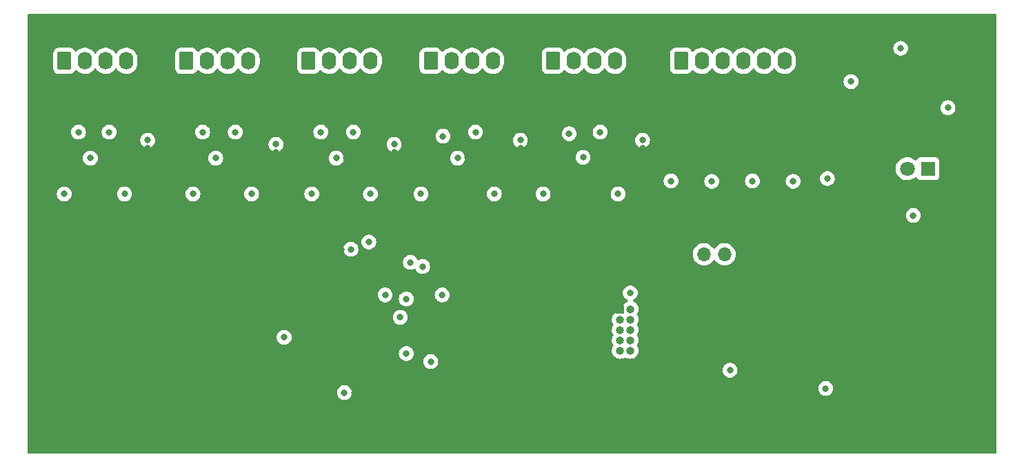
<source format=gbr>
%TF.GenerationSoftware,KiCad,Pcbnew,(5.99.0-8593-g9f18fee124)*%
%TF.CreationDate,2021-02-26T16:48:12-06:00*%
%TF.ProjectId,EE223_Design,45453232-335f-4446-9573-69676e2e6b69,rev?*%
%TF.SameCoordinates,Original*%
%TF.FileFunction,Copper,L3,Inr*%
%TF.FilePolarity,Positive*%
%FSLAX46Y46*%
G04 Gerber Fmt 4.6, Leading zero omitted, Abs format (unit mm)*
G04 Created by KiCad (PCBNEW (5.99.0-8593-g9f18fee124)) date 2021-02-26 16:48:12*
%MOMM*%
%LPD*%
G01*
G04 APERTURE LIST*
G04 Aperture macros list*
%AMRoundRect*
0 Rectangle with rounded corners*
0 $1 Rounding radius*
0 $2 $3 $4 $5 $6 $7 $8 $9 X,Y pos of 4 corners*
0 Add a 4 corners polygon primitive as box body*
4,1,4,$2,$3,$4,$5,$6,$7,$8,$9,$2,$3,0*
0 Add four circle primitives for the rounded corners*
1,1,$1+$1,$2,$3*
1,1,$1+$1,$4,$5*
1,1,$1+$1,$6,$7*
1,1,$1+$1,$8,$9*
0 Add four rect primitives between the rounded corners*
20,1,$1+$1,$2,$3,$4,$5,0*
20,1,$1+$1,$4,$5,$6,$7,0*
20,1,$1+$1,$6,$7,$8,$9,0*
20,1,$1+$1,$8,$9,$2,$3,0*%
G04 Aperture macros list end*
%TA.AperFunction,ComponentPad*%
%ADD10RoundRect,0.250000X-0.620000X-0.845000X0.620000X-0.845000X0.620000X0.845000X-0.620000X0.845000X0*%
%TD*%
%TA.AperFunction,ComponentPad*%
%ADD11O,1.740000X2.190000*%
%TD*%
%TA.AperFunction,ComponentPad*%
%ADD12R,1.000000X1.000000*%
%TD*%
%TA.AperFunction,ComponentPad*%
%ADD13O,1.000000X1.000000*%
%TD*%
%TA.AperFunction,ComponentPad*%
%ADD14R,1.700000X1.700000*%
%TD*%
%TA.AperFunction,ComponentPad*%
%ADD15O,1.700000X1.700000*%
%TD*%
%TA.AperFunction,ComponentPad*%
%ADD16R,1.800000X1.800000*%
%TD*%
%TA.AperFunction,ComponentPad*%
%ADD17C,1.800000*%
%TD*%
%TA.AperFunction,ViaPad*%
%ADD18C,0.800000*%
%TD*%
G04 APERTURE END LIST*
D10*
%TO.N,Net-(J6-Pad1)*%
%TO.C,J6*%
X70000000Y-41250000D03*
D11*
%TO.N,Net-(J6-Pad2)*%
X72540000Y-41250000D03*
%TO.N,Net-(J6-Pad3)*%
X75080000Y-41250000D03*
%TO.N,Net-(J6-Pad4)*%
X77620000Y-41250000D03*
%TD*%
D10*
%TO.N,Net-(U5-Pad11)*%
%TO.C,J4*%
X55000000Y-41250000D03*
D11*
%TO.N,Net-(U5-Pad7)*%
X57540000Y-41250000D03*
%TO.N,Net-(U5-Pad5)*%
X60080000Y-41250000D03*
%TO.N,Net-(U5-Pad1)*%
X62620000Y-41250000D03*
%TD*%
D10*
%TO.N,Net-(J5-Pad1)*%
%TO.C,J5*%
X115000000Y-41250000D03*
D11*
%TO.N,Net-(J5-Pad2)*%
X117540000Y-41250000D03*
%TO.N,Net-(J5-Pad3)*%
X120080000Y-41250000D03*
%TO.N,Net-(J5-Pad4)*%
X122620000Y-41250000D03*
%TD*%
D12*
%TO.N,+3V3*%
%TO.C,J1*%
X123250000Y-71750000D03*
D13*
%TO.N,SWDIO*%
X124520000Y-71750000D03*
%TO.N,GND*%
X123250000Y-73020000D03*
%TO.N,SWCLK*%
X124520000Y-73020000D03*
%TO.N,GND*%
X123250000Y-74290000D03*
%TO.N,SWO*%
X124520000Y-74290000D03*
%TO.N,unconnected-(J1-Pad7)*%
X123250000Y-75560000D03*
%TO.N,unconnected-(J1-Pad8)*%
X124520000Y-75560000D03*
%TO.N,GND*%
X123250000Y-76830000D03*
%TO.N,NRST*%
X124520000Y-76830000D03*
%TD*%
D10*
%TO.N,Net-(J3-Pad1)*%
%TO.C,J3*%
X100000000Y-41250000D03*
D11*
%TO.N,Net-(J3-Pad2)*%
X102540000Y-41250000D03*
%TO.N,Net-(J3-Pad3)*%
X105080000Y-41250000D03*
%TO.N,Net-(J3-Pad4)*%
X107620000Y-41250000D03*
%TD*%
D10*
%TO.N,GND*%
%TO.C,J2*%
X130750000Y-41250000D03*
D11*
%TO.N,Net-(J2-Pad2)*%
X133290000Y-41250000D03*
%TO.N,Net-(J2-Pad3)*%
X135830000Y-41250000D03*
%TO.N,Net-(J2-Pad4)*%
X138370000Y-41250000D03*
%TO.N,Net-(J2-Pad5)*%
X140910000Y-41250000D03*
%TO.N,+12V*%
X143450000Y-41250000D03*
%TD*%
D10*
%TO.N,Net-(J7-Pad1)*%
%TO.C,J7*%
X85000000Y-41250000D03*
D11*
%TO.N,Net-(J7-Pad2)*%
X87540000Y-41250000D03*
%TO.N,Net-(J7-Pad3)*%
X90080000Y-41250000D03*
%TO.N,Net-(J7-Pad4)*%
X92620000Y-41250000D03*
%TD*%
D14*
%TO.N,+3V3*%
%TO.C,JP1*%
X131000000Y-65000000D03*
D15*
%TO.N,BOOT0*%
X133540000Y-65000000D03*
%TO.N,GND*%
X136080000Y-65000000D03*
%TD*%
D16*
%TO.N,Net-(D1-Pad1)*%
%TO.C,D1*%
X161040000Y-54500000D03*
D17*
%TO.N,Net-(D1-Pad2)*%
X158500000Y-54500000D03*
%TD*%
D18*
%TO.N,GND*%
X159250000Y-60250000D03*
X148500000Y-81500000D03*
X136750000Y-79250000D03*
X134500000Y-56050000D03*
X129500000Y-56000000D03*
X144500000Y-56050000D03*
X139500000Y-56000000D03*
X76000000Y-50000000D03*
X90200000Y-64400000D03*
X95500000Y-51500000D03*
X151600000Y-43800000D03*
X86500000Y-50000000D03*
X118700000Y-53100000D03*
X105500000Y-50000000D03*
X111000000Y-51000000D03*
X101500000Y-50500000D03*
X101400000Y-70000000D03*
X81000000Y-51500000D03*
X72000000Y-50000000D03*
X88400000Y-53200000D03*
X73600000Y-53200000D03*
X56750000Y-50000000D03*
X100000000Y-78200000D03*
X120800000Y-50000000D03*
X163500000Y-47000000D03*
X117000000Y-50200000D03*
X90500000Y-50000000D03*
X99000000Y-66500000D03*
X58200000Y-53200000D03*
X82000000Y-75200000D03*
X89400000Y-82000000D03*
X103300000Y-53200000D03*
X126000000Y-51000000D03*
X65250000Y-51000000D03*
X97000000Y-77200000D03*
X60500000Y-50000000D03*
%TO.N,V_MOTOR*%
X107800000Y-57600000D03*
X98800000Y-57600000D03*
X113800000Y-57600000D03*
X55000000Y-57600000D03*
X78000000Y-57600000D03*
X92600000Y-57600000D03*
X62400000Y-57600000D03*
X123000000Y-57600000D03*
X148700000Y-55700000D03*
X85400000Y-57600000D03*
X157700000Y-39700000D03*
X70800000Y-57600000D03*
%TO.N,+3V3*%
X89200000Y-59600000D03*
X82300000Y-72200000D03*
X75000000Y-53200000D03*
X119600000Y-59500000D03*
X158750000Y-78750000D03*
X89000000Y-64400000D03*
X158750000Y-81000000D03*
X99800000Y-68600000D03*
X74600000Y-59400000D03*
X111000000Y-52000000D03*
X126000000Y-52000000D03*
X98900000Y-80500000D03*
X95500000Y-52500000D03*
X59600000Y-53200000D03*
X81000000Y-52500000D03*
X65250000Y-52000000D03*
X158750000Y-76500000D03*
X147500000Y-75250000D03*
X89600000Y-53200000D03*
X90600000Y-82000000D03*
X104200000Y-59600000D03*
X59250000Y-59500000D03*
X90000000Y-75600000D03*
X120000000Y-53100000D03*
X104500000Y-53100000D03*
X142500000Y-79000000D03*
%TO.N,NRST*%
X96250000Y-72750000D03*
%TO.N,SWO*%
X94400000Y-70000000D03*
%TO.N,SWCLK*%
X97500000Y-66000000D03*
%TO.N,SWDIO*%
X124500000Y-69750000D03*
X97000000Y-70500000D03*
%TO.N,BOOT0*%
X92400000Y-63500000D03*
%TD*%
%TA.AperFunction,Conductor*%
%TO.N,+3V3*%
G36*
X169434121Y-35528002D02*
G01*
X169480614Y-35581658D01*
X169492000Y-35634000D01*
X169492000Y-89366000D01*
X169471998Y-89434121D01*
X169418342Y-89480614D01*
X169366000Y-89492000D01*
X50634000Y-89492000D01*
X50565879Y-89471998D01*
X50519386Y-89418342D01*
X50508000Y-89366000D01*
X50508000Y-82000000D01*
X88486500Y-82000000D01*
X88506462Y-82189927D01*
X88565476Y-82371554D01*
X88568779Y-82377276D01*
X88568780Y-82377277D01*
X88602689Y-82436008D01*
X88660963Y-82536942D01*
X88788749Y-82678863D01*
X88794091Y-82682744D01*
X88794093Y-82682746D01*
X88937908Y-82787233D01*
X88943250Y-82791114D01*
X88949278Y-82793798D01*
X88949280Y-82793799D01*
X89111682Y-82866105D01*
X89117713Y-82868790D01*
X89211113Y-82888643D01*
X89298056Y-82907124D01*
X89298061Y-82907124D01*
X89304513Y-82908496D01*
X89495487Y-82908496D01*
X89501939Y-82907124D01*
X89501944Y-82907124D01*
X89588887Y-82888643D01*
X89682287Y-82868790D01*
X89688318Y-82866105D01*
X89850720Y-82793799D01*
X89850722Y-82793798D01*
X89856750Y-82791114D01*
X89862092Y-82787233D01*
X90005907Y-82682746D01*
X90005909Y-82682744D01*
X90011251Y-82678863D01*
X90139037Y-82536942D01*
X90197311Y-82436008D01*
X90231220Y-82377277D01*
X90231221Y-82377276D01*
X90234524Y-82371554D01*
X90293538Y-82189927D01*
X90313500Y-82000000D01*
X90293538Y-81810073D01*
X90234524Y-81628446D01*
X90160366Y-81500000D01*
X147586500Y-81500000D01*
X147606462Y-81689927D01*
X147665476Y-81871554D01*
X147760963Y-82036942D01*
X147888749Y-82178863D01*
X147894091Y-82182744D01*
X147894093Y-82182746D01*
X148037908Y-82287233D01*
X148043250Y-82291114D01*
X148049278Y-82293798D01*
X148049280Y-82293799D01*
X148211682Y-82366105D01*
X148217713Y-82368790D01*
X148311113Y-82388643D01*
X148398056Y-82407124D01*
X148398061Y-82407124D01*
X148404513Y-82408496D01*
X148595487Y-82408496D01*
X148601939Y-82407124D01*
X148601944Y-82407124D01*
X148688887Y-82388643D01*
X148782287Y-82368790D01*
X148788318Y-82366105D01*
X148950720Y-82293799D01*
X148950722Y-82293798D01*
X148956750Y-82291114D01*
X148962092Y-82287233D01*
X149105907Y-82182746D01*
X149105909Y-82182744D01*
X149111251Y-82178863D01*
X149239037Y-82036942D01*
X149334524Y-81871554D01*
X149393538Y-81689927D01*
X149413500Y-81500000D01*
X149393538Y-81310073D01*
X149334524Y-81128446D01*
X149313196Y-81091504D01*
X149242338Y-80968776D01*
X149239037Y-80963058D01*
X149111251Y-80821137D01*
X149105909Y-80817256D01*
X149105907Y-80817254D01*
X148962092Y-80712767D01*
X148962091Y-80712766D01*
X148956750Y-80708886D01*
X148950722Y-80706202D01*
X148950720Y-80706201D01*
X148788318Y-80633895D01*
X148788317Y-80633895D01*
X148782287Y-80631210D01*
X148688887Y-80611357D01*
X148601944Y-80592876D01*
X148601939Y-80592876D01*
X148595487Y-80591504D01*
X148404513Y-80591504D01*
X148398061Y-80592876D01*
X148398056Y-80592876D01*
X148311113Y-80611357D01*
X148217713Y-80631210D01*
X148211683Y-80633895D01*
X148211682Y-80633895D01*
X148049280Y-80706201D01*
X148049278Y-80706202D01*
X148043250Y-80708886D01*
X148037909Y-80712766D01*
X148037908Y-80712767D01*
X147894093Y-80817254D01*
X147894091Y-80817256D01*
X147888749Y-80821137D01*
X147760963Y-80963058D01*
X147757662Y-80968776D01*
X147686805Y-81091504D01*
X147665476Y-81128446D01*
X147606462Y-81310073D01*
X147586500Y-81500000D01*
X90160366Y-81500000D01*
X90139037Y-81463058D01*
X90011251Y-81321137D01*
X90005909Y-81317256D01*
X90005907Y-81317254D01*
X89862092Y-81212767D01*
X89862091Y-81212766D01*
X89856750Y-81208886D01*
X89850722Y-81206202D01*
X89850720Y-81206201D01*
X89688318Y-81133895D01*
X89688317Y-81133895D01*
X89682287Y-81131210D01*
X89588887Y-81111357D01*
X89501944Y-81092876D01*
X89501939Y-81092876D01*
X89495487Y-81091504D01*
X89304513Y-81091504D01*
X89298061Y-81092876D01*
X89298056Y-81092876D01*
X89211113Y-81111357D01*
X89117713Y-81131210D01*
X89111683Y-81133895D01*
X89111682Y-81133895D01*
X88949280Y-81206201D01*
X88949278Y-81206202D01*
X88943250Y-81208886D01*
X88937909Y-81212766D01*
X88937908Y-81212767D01*
X88794093Y-81317254D01*
X88794091Y-81317256D01*
X88788749Y-81321137D01*
X88660963Y-81463058D01*
X88565476Y-81628446D01*
X88506462Y-81810073D01*
X88486500Y-82000000D01*
X50508000Y-82000000D01*
X50508000Y-79250000D01*
X135836500Y-79250000D01*
X135856462Y-79439927D01*
X135915476Y-79621554D01*
X136010963Y-79786942D01*
X136138749Y-79928863D01*
X136144091Y-79932744D01*
X136144093Y-79932746D01*
X136287908Y-80037233D01*
X136293250Y-80041114D01*
X136299278Y-80043798D01*
X136299280Y-80043799D01*
X136461682Y-80116105D01*
X136467713Y-80118790D01*
X136561113Y-80138643D01*
X136648056Y-80157124D01*
X136648061Y-80157124D01*
X136654513Y-80158496D01*
X136845487Y-80158496D01*
X136851939Y-80157124D01*
X136851944Y-80157124D01*
X136938887Y-80138643D01*
X137032287Y-80118790D01*
X137038318Y-80116105D01*
X137200720Y-80043799D01*
X137200722Y-80043798D01*
X137206750Y-80041114D01*
X137212092Y-80037233D01*
X137355907Y-79932746D01*
X137355909Y-79932744D01*
X137361251Y-79928863D01*
X137489037Y-79786942D01*
X137584524Y-79621554D01*
X137643538Y-79439927D01*
X137663500Y-79250000D01*
X137662810Y-79243435D01*
X137644228Y-79066637D01*
X137644228Y-79066636D01*
X137643538Y-79060073D01*
X137584524Y-78878446D01*
X137489037Y-78713058D01*
X137366780Y-78577277D01*
X137365673Y-78576048D01*
X137365672Y-78576047D01*
X137361251Y-78571137D01*
X137355909Y-78567256D01*
X137355907Y-78567254D01*
X137212092Y-78462767D01*
X137212091Y-78462766D01*
X137206750Y-78458886D01*
X137200722Y-78456202D01*
X137200720Y-78456201D01*
X137038318Y-78383895D01*
X137038317Y-78383895D01*
X137032287Y-78381210D01*
X136938887Y-78361357D01*
X136851944Y-78342876D01*
X136851939Y-78342876D01*
X136845487Y-78341504D01*
X136654513Y-78341504D01*
X136648061Y-78342876D01*
X136648056Y-78342876D01*
X136561113Y-78361357D01*
X136467713Y-78381210D01*
X136461683Y-78383895D01*
X136461682Y-78383895D01*
X136299280Y-78456201D01*
X136299278Y-78456202D01*
X136293250Y-78458886D01*
X136287909Y-78462766D01*
X136287908Y-78462767D01*
X136144093Y-78567254D01*
X136144091Y-78567256D01*
X136138749Y-78571137D01*
X136134328Y-78576047D01*
X136134327Y-78576048D01*
X136133221Y-78577277D01*
X136010963Y-78713058D01*
X135915476Y-78878446D01*
X135856462Y-79060073D01*
X135855772Y-79066636D01*
X135855772Y-79066637D01*
X135837190Y-79243435D01*
X135836500Y-79250000D01*
X50508000Y-79250000D01*
X50508000Y-78200000D01*
X99086500Y-78200000D01*
X99087190Y-78206565D01*
X99101373Y-78341504D01*
X99106462Y-78389927D01*
X99165476Y-78571554D01*
X99260963Y-78736942D01*
X99265381Y-78741849D01*
X99265382Y-78741850D01*
X99384327Y-78873952D01*
X99388749Y-78878863D01*
X99394091Y-78882744D01*
X99394093Y-78882746D01*
X99537908Y-78987233D01*
X99543250Y-78991114D01*
X99549278Y-78993798D01*
X99549280Y-78993799D01*
X99684031Y-79053794D01*
X99717713Y-79068790D01*
X99811113Y-79088643D01*
X99898056Y-79107124D01*
X99898061Y-79107124D01*
X99904513Y-79108496D01*
X100095487Y-79108496D01*
X100101939Y-79107124D01*
X100101944Y-79107124D01*
X100188887Y-79088643D01*
X100282287Y-79068790D01*
X100315969Y-79053794D01*
X100450720Y-78993799D01*
X100450722Y-78993798D01*
X100456750Y-78991114D01*
X100462092Y-78987233D01*
X100605907Y-78882746D01*
X100605909Y-78882744D01*
X100611251Y-78878863D01*
X100615673Y-78873952D01*
X100734618Y-78741850D01*
X100734619Y-78741849D01*
X100739037Y-78736942D01*
X100834524Y-78571554D01*
X100893538Y-78389927D01*
X100898628Y-78341504D01*
X100912810Y-78206565D01*
X100913500Y-78200000D01*
X100893538Y-78010073D01*
X100834524Y-77828446D01*
X100739037Y-77663058D01*
X100611251Y-77521137D01*
X100605909Y-77517256D01*
X100605907Y-77517254D01*
X100462092Y-77412767D01*
X100462091Y-77412766D01*
X100456750Y-77408886D01*
X100450722Y-77406202D01*
X100450720Y-77406201D01*
X100288318Y-77333895D01*
X100288317Y-77333895D01*
X100282287Y-77331210D01*
X100188887Y-77311357D01*
X100101944Y-77292876D01*
X100101939Y-77292876D01*
X100095487Y-77291504D01*
X99904513Y-77291504D01*
X99898061Y-77292876D01*
X99898056Y-77292876D01*
X99811113Y-77311357D01*
X99717713Y-77331210D01*
X99711683Y-77333895D01*
X99711682Y-77333895D01*
X99549280Y-77406201D01*
X99549278Y-77406202D01*
X99543250Y-77408886D01*
X99537909Y-77412766D01*
X99537908Y-77412767D01*
X99394093Y-77517254D01*
X99394091Y-77517256D01*
X99388749Y-77521137D01*
X99260963Y-77663058D01*
X99165476Y-77828446D01*
X99106462Y-78010073D01*
X99086500Y-78200000D01*
X50508000Y-78200000D01*
X50508000Y-77200000D01*
X96086500Y-77200000D01*
X96106462Y-77389927D01*
X96165476Y-77571554D01*
X96260963Y-77736942D01*
X96265381Y-77741849D01*
X96265382Y-77741850D01*
X96343353Y-77828446D01*
X96388749Y-77878863D01*
X96394091Y-77882744D01*
X96394093Y-77882746D01*
X96537908Y-77987233D01*
X96543250Y-77991114D01*
X96549278Y-77993798D01*
X96549280Y-77993799D01*
X96711682Y-78066105D01*
X96717713Y-78068790D01*
X96811113Y-78088643D01*
X96898056Y-78107124D01*
X96898061Y-78107124D01*
X96904513Y-78108496D01*
X97095487Y-78108496D01*
X97101939Y-78107124D01*
X97101944Y-78107124D01*
X97188887Y-78088643D01*
X97282287Y-78068790D01*
X97288318Y-78066105D01*
X97450720Y-77993799D01*
X97450722Y-77993798D01*
X97456750Y-77991114D01*
X97462092Y-77987233D01*
X97605907Y-77882746D01*
X97605909Y-77882744D01*
X97611251Y-77878863D01*
X97656647Y-77828446D01*
X97734618Y-77741850D01*
X97734619Y-77741849D01*
X97739037Y-77736942D01*
X97834524Y-77571554D01*
X97893538Y-77389927D01*
X97913500Y-77200000D01*
X97893538Y-77010073D01*
X97834524Y-76828446D01*
X97830799Y-76821993D01*
X97742338Y-76668776D01*
X97739037Y-76663058D01*
X97712102Y-76633143D01*
X97615673Y-76526048D01*
X97615672Y-76526047D01*
X97611251Y-76521137D01*
X97605909Y-76517256D01*
X97605907Y-76517254D01*
X97462092Y-76412767D01*
X97462091Y-76412766D01*
X97456750Y-76408886D01*
X97450722Y-76406202D01*
X97450720Y-76406201D01*
X97288318Y-76333895D01*
X97288317Y-76333895D01*
X97282287Y-76331210D01*
X97188887Y-76311357D01*
X97101944Y-76292876D01*
X97101939Y-76292876D01*
X97095487Y-76291504D01*
X96904513Y-76291504D01*
X96898061Y-76292876D01*
X96898056Y-76292876D01*
X96811113Y-76311357D01*
X96717713Y-76331210D01*
X96711683Y-76333895D01*
X96711682Y-76333895D01*
X96549280Y-76406201D01*
X96549278Y-76406202D01*
X96543250Y-76408886D01*
X96537909Y-76412766D01*
X96537908Y-76412767D01*
X96394093Y-76517254D01*
X96394091Y-76517256D01*
X96388749Y-76521137D01*
X96384328Y-76526047D01*
X96384327Y-76526048D01*
X96287899Y-76633143D01*
X96260963Y-76663058D01*
X96257662Y-76668776D01*
X96169202Y-76821993D01*
X96165476Y-76828446D01*
X96106462Y-77010073D01*
X96086500Y-77200000D01*
X50508000Y-77200000D01*
X50508000Y-75200000D01*
X81086500Y-75200000D01*
X81087190Y-75206565D01*
X81104292Y-75369276D01*
X81106462Y-75389927D01*
X81165476Y-75571554D01*
X81260963Y-75736942D01*
X81265381Y-75741849D01*
X81265382Y-75741850D01*
X81384327Y-75873952D01*
X81388749Y-75878863D01*
X81394091Y-75882744D01*
X81394093Y-75882746D01*
X81524637Y-75977591D01*
X81543250Y-75991114D01*
X81549278Y-75993798D01*
X81549280Y-75993799D01*
X81711682Y-76066105D01*
X81717713Y-76068790D01*
X81811113Y-76088643D01*
X81898056Y-76107124D01*
X81898061Y-76107124D01*
X81904513Y-76108496D01*
X82095487Y-76108496D01*
X82101939Y-76107124D01*
X82101944Y-76107124D01*
X82188887Y-76088643D01*
X82282287Y-76068790D01*
X82288318Y-76066105D01*
X82450720Y-75993799D01*
X82450722Y-75993798D01*
X82456750Y-75991114D01*
X82475363Y-75977591D01*
X82605907Y-75882746D01*
X82605909Y-75882744D01*
X82611251Y-75878863D01*
X82615673Y-75873952D01*
X82734618Y-75741850D01*
X82734619Y-75741849D01*
X82739037Y-75736942D01*
X82834524Y-75571554D01*
X82893538Y-75389927D01*
X82895709Y-75369276D01*
X82912810Y-75206565D01*
X82913500Y-75200000D01*
X82910173Y-75168346D01*
X82894228Y-75016637D01*
X82894228Y-75016636D01*
X82893538Y-75010073D01*
X82886173Y-74987404D01*
X82845352Y-74861770D01*
X82834524Y-74828446D01*
X82739037Y-74663058D01*
X82611251Y-74521137D01*
X82605909Y-74517256D01*
X82605907Y-74517254D01*
X82462092Y-74412767D01*
X82462091Y-74412766D01*
X82456750Y-74408886D01*
X82450722Y-74406202D01*
X82450720Y-74406201D01*
X82288318Y-74333895D01*
X82288317Y-74333895D01*
X82282287Y-74331210D01*
X82188887Y-74311357D01*
X82101944Y-74292876D01*
X82101939Y-74292876D01*
X82095487Y-74291504D01*
X81904513Y-74291504D01*
X81898061Y-74292876D01*
X81898056Y-74292876D01*
X81811113Y-74311357D01*
X81717713Y-74331210D01*
X81711683Y-74333895D01*
X81711682Y-74333895D01*
X81549280Y-74406201D01*
X81549278Y-74406202D01*
X81543250Y-74408886D01*
X81537909Y-74412766D01*
X81537908Y-74412767D01*
X81394093Y-74517254D01*
X81394091Y-74517256D01*
X81388749Y-74521137D01*
X81260963Y-74663058D01*
X81165476Y-74828446D01*
X81154648Y-74861770D01*
X81113828Y-74987404D01*
X81106462Y-75010073D01*
X81105772Y-75016636D01*
X81105772Y-75016637D01*
X81089827Y-75168346D01*
X81086500Y-75200000D01*
X50508000Y-75200000D01*
X50508000Y-72750000D01*
X95336500Y-72750000D01*
X95356462Y-72939927D01*
X95415476Y-73121554D01*
X95510963Y-73286942D01*
X95515381Y-73291849D01*
X95515382Y-73291850D01*
X95611474Y-73398571D01*
X95638749Y-73428863D01*
X95644091Y-73432744D01*
X95644093Y-73432746D01*
X95650762Y-73437591D01*
X95793250Y-73541114D01*
X95799278Y-73543798D01*
X95799280Y-73543799D01*
X95961682Y-73616105D01*
X95967713Y-73618790D01*
X96061113Y-73638643D01*
X96148056Y-73657124D01*
X96148061Y-73657124D01*
X96154513Y-73658496D01*
X96345487Y-73658496D01*
X96351939Y-73657124D01*
X96351944Y-73657124D01*
X96438887Y-73638643D01*
X96532287Y-73618790D01*
X96538318Y-73616105D01*
X96700720Y-73543799D01*
X96700722Y-73543798D01*
X96706750Y-73541114D01*
X96849238Y-73437591D01*
X96855907Y-73432746D01*
X96855909Y-73432744D01*
X96861251Y-73428863D01*
X96888526Y-73398571D01*
X96984618Y-73291850D01*
X96984619Y-73291849D01*
X96989037Y-73286942D01*
X97084524Y-73121554D01*
X97122119Y-73005849D01*
X122236599Y-73005849D01*
X122253150Y-73202956D01*
X122307672Y-73393094D01*
X122398086Y-73569021D01*
X122401911Y-73573847D01*
X122403689Y-73576090D01*
X122404250Y-73577475D01*
X122405251Y-73579029D01*
X122404956Y-73579219D01*
X122430325Y-73641901D01*
X122417153Y-73711665D01*
X122413743Y-73717404D01*
X122413747Y-73717406D01*
X122318456Y-73890740D01*
X122258647Y-74079282D01*
X122236599Y-74275849D01*
X122253150Y-74472956D01*
X122307672Y-74663094D01*
X122398086Y-74839021D01*
X122401911Y-74843847D01*
X122403689Y-74846090D01*
X122404250Y-74847475D01*
X122405251Y-74849029D01*
X122404956Y-74849219D01*
X122430325Y-74911901D01*
X122417153Y-74981665D01*
X122413743Y-74987404D01*
X122413747Y-74987406D01*
X122318456Y-75160740D01*
X122316595Y-75166607D01*
X122316594Y-75166609D01*
X122306002Y-75200000D01*
X122258647Y-75349282D01*
X122236599Y-75545849D01*
X122253150Y-75742956D01*
X122307672Y-75933094D01*
X122398086Y-76109021D01*
X122401911Y-76113847D01*
X122403689Y-76116090D01*
X122404250Y-76117475D01*
X122405251Y-76119029D01*
X122404956Y-76119219D01*
X122430325Y-76181901D01*
X122417153Y-76251665D01*
X122413743Y-76257404D01*
X122413747Y-76257406D01*
X122318456Y-76430740D01*
X122316595Y-76436607D01*
X122316594Y-76436609D01*
X122260509Y-76613412D01*
X122258647Y-76619282D01*
X122236599Y-76815849D01*
X122253150Y-77012956D01*
X122307672Y-77203094D01*
X122310487Y-77208571D01*
X122373515Y-77331210D01*
X122398086Y-77379021D01*
X122520949Y-77534036D01*
X122525636Y-77538025D01*
X122525639Y-77538028D01*
X122614886Y-77613983D01*
X122671582Y-77662235D01*
X122676960Y-77665241D01*
X122676962Y-77665242D01*
X122814036Y-77741850D01*
X122844246Y-77758734D01*
X123032366Y-77819857D01*
X123228775Y-77843278D01*
X123234910Y-77842806D01*
X123234912Y-77842806D01*
X123419850Y-77828576D01*
X123419854Y-77828575D01*
X123425992Y-77828103D01*
X123616507Y-77774910D01*
X123793060Y-77685726D01*
X123806560Y-77675179D01*
X123872551Y-77649002D01*
X123945600Y-77664481D01*
X124114246Y-77758734D01*
X124302366Y-77819857D01*
X124498775Y-77843278D01*
X124504910Y-77842806D01*
X124504912Y-77842806D01*
X124689850Y-77828576D01*
X124689854Y-77828575D01*
X124695992Y-77828103D01*
X124886507Y-77774910D01*
X125063060Y-77685726D01*
X125076559Y-77675180D01*
X125214073Y-77567742D01*
X125218929Y-77563948D01*
X125241303Y-77538028D01*
X125344147Y-77418882D01*
X125344148Y-77418880D01*
X125348176Y-77414214D01*
X125445878Y-77242228D01*
X125508314Y-77054539D01*
X125533105Y-76858299D01*
X125533500Y-76830000D01*
X125514198Y-76633143D01*
X125457027Y-76443785D01*
X125364166Y-76269138D01*
X125360268Y-76264359D01*
X125359857Y-76263740D01*
X125338816Y-76195933D01*
X125355245Y-76131770D01*
X125363366Y-76117475D01*
X125445878Y-75972228D01*
X125508314Y-75784539D01*
X125533105Y-75588299D01*
X125533500Y-75560000D01*
X125514198Y-75363143D01*
X125457027Y-75173785D01*
X125364166Y-74999138D01*
X125360268Y-74994359D01*
X125359857Y-74993740D01*
X125338816Y-74925933D01*
X125355245Y-74861770D01*
X125363366Y-74847475D01*
X125445878Y-74702228D01*
X125508314Y-74514539D01*
X125533105Y-74318299D01*
X125533500Y-74290000D01*
X125514198Y-74093143D01*
X125457027Y-73903785D01*
X125364166Y-73729138D01*
X125360268Y-73724359D01*
X125359857Y-73723740D01*
X125338816Y-73655933D01*
X125355245Y-73591770D01*
X125363366Y-73577475D01*
X125445878Y-73432228D01*
X125508314Y-73244539D01*
X125533105Y-73048299D01*
X125533500Y-73020000D01*
X125514198Y-72823143D01*
X125457027Y-72633785D01*
X125364166Y-72459138D01*
X125360268Y-72454359D01*
X125359857Y-72453740D01*
X125338816Y-72385933D01*
X125355245Y-72321770D01*
X125367271Y-72300601D01*
X125445878Y-72162228D01*
X125508314Y-71974539D01*
X125533105Y-71778299D01*
X125533500Y-71750000D01*
X125514198Y-71553143D01*
X125457027Y-71363785D01*
X125364166Y-71189138D01*
X125293973Y-71103073D01*
X125243045Y-71040628D01*
X125243042Y-71040625D01*
X125239150Y-71035853D01*
X125233555Y-71031224D01*
X125091491Y-70913698D01*
X125091486Y-70913695D01*
X125086742Y-70909770D01*
X125081323Y-70906840D01*
X125081320Y-70906838D01*
X124918165Y-70818621D01*
X124918161Y-70818619D01*
X124912747Y-70815692D01*
X124906864Y-70813871D01*
X124906862Y-70813870D01*
X124895145Y-70810243D01*
X124835985Y-70770992D01*
X124807438Y-70705988D01*
X124818566Y-70635869D01*
X124865838Y-70582897D01*
X124881155Y-70574771D01*
X124950720Y-70543799D01*
X124950722Y-70543798D01*
X124956750Y-70541114D01*
X124962092Y-70537233D01*
X125105907Y-70432746D01*
X125105909Y-70432744D01*
X125111251Y-70428863D01*
X125218210Y-70310073D01*
X125234618Y-70291850D01*
X125234619Y-70291849D01*
X125239037Y-70286942D01*
X125334524Y-70121554D01*
X125376152Y-69993435D01*
X125391498Y-69946206D01*
X125391498Y-69946205D01*
X125393538Y-69939927D01*
X125413500Y-69750000D01*
X125393538Y-69560073D01*
X125334524Y-69378446D01*
X125239037Y-69213058D01*
X125167759Y-69133895D01*
X125115673Y-69076048D01*
X125115672Y-69076047D01*
X125111251Y-69071137D01*
X125105909Y-69067256D01*
X125105907Y-69067254D01*
X124962092Y-68962767D01*
X124962091Y-68962766D01*
X124956750Y-68958886D01*
X124950722Y-68956202D01*
X124950720Y-68956201D01*
X124788318Y-68883895D01*
X124788317Y-68883895D01*
X124782287Y-68881210D01*
X124688887Y-68861357D01*
X124601944Y-68842876D01*
X124601939Y-68842876D01*
X124595487Y-68841504D01*
X124404513Y-68841504D01*
X124398061Y-68842876D01*
X124398056Y-68842876D01*
X124311113Y-68861357D01*
X124217713Y-68881210D01*
X124211683Y-68883895D01*
X124211682Y-68883895D01*
X124049280Y-68956201D01*
X124049278Y-68956202D01*
X124043250Y-68958886D01*
X124037909Y-68962766D01*
X124037908Y-68962767D01*
X123894093Y-69067254D01*
X123894091Y-69067256D01*
X123888749Y-69071137D01*
X123884328Y-69076047D01*
X123884327Y-69076048D01*
X123832242Y-69133895D01*
X123760963Y-69213058D01*
X123665476Y-69378446D01*
X123606462Y-69560073D01*
X123586500Y-69750000D01*
X123606462Y-69939927D01*
X123608502Y-69946205D01*
X123608502Y-69946206D01*
X123623848Y-69993435D01*
X123665476Y-70121554D01*
X123760963Y-70286942D01*
X123765381Y-70291849D01*
X123765382Y-70291850D01*
X123781790Y-70310073D01*
X123888749Y-70428863D01*
X123894091Y-70432744D01*
X123894093Y-70432746D01*
X124037908Y-70537233D01*
X124043250Y-70541114D01*
X124049278Y-70543798D01*
X124049280Y-70543799D01*
X124135993Y-70582406D01*
X124190089Y-70628386D01*
X124210738Y-70696314D01*
X124191386Y-70764622D01*
X124139250Y-70808222D01*
X124140336Y-70810299D01*
X123965045Y-70901939D01*
X123810891Y-71025882D01*
X123806933Y-71030599D01*
X123806931Y-71030601D01*
X123797492Y-71041850D01*
X123683747Y-71177406D01*
X123680783Y-71182798D01*
X123680780Y-71182802D01*
X123603031Y-71324227D01*
X123588456Y-71350740D01*
X123528647Y-71539282D01*
X123506599Y-71735849D01*
X123507115Y-71741993D01*
X123519007Y-71883621D01*
X123504775Y-71953177D01*
X123455198Y-72003996D01*
X123380280Y-72019474D01*
X123307018Y-72011774D01*
X123263205Y-72007169D01*
X123263203Y-72007169D01*
X123257076Y-72006525D01*
X123174226Y-72014065D01*
X123066228Y-72023893D01*
X123066225Y-72023894D01*
X123060089Y-72024452D01*
X123054183Y-72026190D01*
X123054179Y-72026191D01*
X122914659Y-72067254D01*
X122870336Y-72080299D01*
X122695045Y-72171939D01*
X122540891Y-72295882D01*
X122536933Y-72300599D01*
X122536931Y-72300601D01*
X122476414Y-72372723D01*
X122413747Y-72447406D01*
X122410783Y-72452798D01*
X122410780Y-72452802D01*
X122407297Y-72459138D01*
X122318456Y-72620740D01*
X122258647Y-72809282D01*
X122236599Y-73005849D01*
X97122119Y-73005849D01*
X97143538Y-72939927D01*
X97163500Y-72750000D01*
X97143538Y-72560073D01*
X97084524Y-72378446D01*
X96989037Y-72213058D01*
X96952014Y-72171939D01*
X96865673Y-72076048D01*
X96865672Y-72076047D01*
X96861251Y-72071137D01*
X96855909Y-72067256D01*
X96855907Y-72067254D01*
X96712092Y-71962767D01*
X96712091Y-71962766D01*
X96706750Y-71958886D01*
X96700722Y-71956202D01*
X96700720Y-71956201D01*
X96538318Y-71883895D01*
X96538317Y-71883895D01*
X96532287Y-71881210D01*
X96438887Y-71861357D01*
X96351944Y-71842876D01*
X96351939Y-71842876D01*
X96345487Y-71841504D01*
X96154513Y-71841504D01*
X96148061Y-71842876D01*
X96148056Y-71842876D01*
X96061113Y-71861357D01*
X95967713Y-71881210D01*
X95961683Y-71883895D01*
X95961682Y-71883895D01*
X95799280Y-71956201D01*
X95799278Y-71956202D01*
X95793250Y-71958886D01*
X95787909Y-71962766D01*
X95787908Y-71962767D01*
X95644093Y-72067254D01*
X95644091Y-72067256D01*
X95638749Y-72071137D01*
X95634328Y-72076047D01*
X95634327Y-72076048D01*
X95547987Y-72171939D01*
X95510963Y-72213058D01*
X95415476Y-72378446D01*
X95356462Y-72560073D01*
X95336500Y-72750000D01*
X50508000Y-72750000D01*
X50508000Y-70000000D01*
X93486500Y-70000000D01*
X93506462Y-70189927D01*
X93565476Y-70371554D01*
X93660963Y-70536942D01*
X93665381Y-70541849D01*
X93665382Y-70541850D01*
X93784327Y-70673952D01*
X93788749Y-70678863D01*
X93794091Y-70682744D01*
X93794093Y-70682746D01*
X93915554Y-70770992D01*
X93943250Y-70791114D01*
X93949278Y-70793798D01*
X93949280Y-70793799D01*
X94111682Y-70866105D01*
X94117713Y-70868790D01*
X94211113Y-70888643D01*
X94298056Y-70907124D01*
X94298061Y-70907124D01*
X94304513Y-70908496D01*
X94495487Y-70908496D01*
X94501939Y-70907124D01*
X94501944Y-70907124D01*
X94588887Y-70888643D01*
X94682287Y-70868790D01*
X94688318Y-70866105D01*
X94850720Y-70793799D01*
X94850722Y-70793798D01*
X94856750Y-70791114D01*
X94884446Y-70770992D01*
X95005907Y-70682746D01*
X95005909Y-70682744D01*
X95011251Y-70678863D01*
X95015673Y-70673952D01*
X95134618Y-70541850D01*
X95134619Y-70541849D01*
X95139037Y-70536942D01*
X95160366Y-70500000D01*
X96086500Y-70500000D01*
X96106462Y-70689927D01*
X96108502Y-70696205D01*
X96108502Y-70696206D01*
X96138079Y-70787233D01*
X96165476Y-70871554D01*
X96168779Y-70877276D01*
X96168780Y-70877277D01*
X96187540Y-70909770D01*
X96260963Y-71036942D01*
X96388749Y-71178863D01*
X96394091Y-71182744D01*
X96394093Y-71182746D01*
X96537908Y-71287233D01*
X96543250Y-71291114D01*
X96549278Y-71293798D01*
X96549280Y-71293799D01*
X96711682Y-71366105D01*
X96717713Y-71368790D01*
X96811113Y-71388643D01*
X96898056Y-71407124D01*
X96898061Y-71407124D01*
X96904513Y-71408496D01*
X97095487Y-71408496D01*
X97101939Y-71407124D01*
X97101944Y-71407124D01*
X97188887Y-71388643D01*
X97282287Y-71368790D01*
X97288318Y-71366105D01*
X97450720Y-71293799D01*
X97450722Y-71293798D01*
X97456750Y-71291114D01*
X97462092Y-71287233D01*
X97605907Y-71182746D01*
X97605909Y-71182744D01*
X97611251Y-71178863D01*
X97739037Y-71036942D01*
X97812460Y-70909770D01*
X97831220Y-70877277D01*
X97831221Y-70877276D01*
X97834524Y-70871554D01*
X97861921Y-70787233D01*
X97891498Y-70696206D01*
X97891498Y-70696205D01*
X97893538Y-70689927D01*
X97913500Y-70500000D01*
X97893538Y-70310073D01*
X97884165Y-70281224D01*
X97836566Y-70134731D01*
X97834524Y-70128446D01*
X97760366Y-70000000D01*
X100486500Y-70000000D01*
X100506462Y-70189927D01*
X100565476Y-70371554D01*
X100660963Y-70536942D01*
X100665381Y-70541849D01*
X100665382Y-70541850D01*
X100784327Y-70673952D01*
X100788749Y-70678863D01*
X100794091Y-70682744D01*
X100794093Y-70682746D01*
X100915554Y-70770992D01*
X100943250Y-70791114D01*
X100949278Y-70793798D01*
X100949280Y-70793799D01*
X101111682Y-70866105D01*
X101117713Y-70868790D01*
X101211113Y-70888643D01*
X101298056Y-70907124D01*
X101298061Y-70907124D01*
X101304513Y-70908496D01*
X101495487Y-70908496D01*
X101501939Y-70907124D01*
X101501944Y-70907124D01*
X101588887Y-70888643D01*
X101682287Y-70868790D01*
X101688318Y-70866105D01*
X101850720Y-70793799D01*
X101850722Y-70793798D01*
X101856750Y-70791114D01*
X101884446Y-70770992D01*
X102005907Y-70682746D01*
X102005909Y-70682744D01*
X102011251Y-70678863D01*
X102015673Y-70673952D01*
X102134618Y-70541850D01*
X102134619Y-70541849D01*
X102139037Y-70536942D01*
X102234524Y-70371554D01*
X102293538Y-70189927D01*
X102313500Y-70000000D01*
X102293538Y-69810073D01*
X102234524Y-69628446D01*
X102213196Y-69591504D01*
X102142338Y-69468776D01*
X102139037Y-69463058D01*
X102011251Y-69321137D01*
X102005909Y-69317256D01*
X102005907Y-69317254D01*
X101862092Y-69212767D01*
X101862091Y-69212766D01*
X101856750Y-69208886D01*
X101850722Y-69206202D01*
X101850720Y-69206201D01*
X101688318Y-69133895D01*
X101688317Y-69133895D01*
X101682287Y-69131210D01*
X101588887Y-69111357D01*
X101501944Y-69092876D01*
X101501939Y-69092876D01*
X101495487Y-69091504D01*
X101304513Y-69091504D01*
X101298061Y-69092876D01*
X101298056Y-69092876D01*
X101211113Y-69111357D01*
X101117713Y-69131210D01*
X101111683Y-69133895D01*
X101111682Y-69133895D01*
X100949280Y-69206201D01*
X100949278Y-69206202D01*
X100943250Y-69208886D01*
X100937909Y-69212766D01*
X100937908Y-69212767D01*
X100794093Y-69317254D01*
X100794091Y-69317256D01*
X100788749Y-69321137D01*
X100660963Y-69463058D01*
X100657662Y-69468776D01*
X100586805Y-69591504D01*
X100565476Y-69628446D01*
X100506462Y-69810073D01*
X100486500Y-70000000D01*
X97760366Y-70000000D01*
X97739037Y-69963058D01*
X97723864Y-69946206D01*
X97615673Y-69826048D01*
X97615672Y-69826047D01*
X97611251Y-69821137D01*
X97605909Y-69817256D01*
X97605907Y-69817254D01*
X97462092Y-69712767D01*
X97462091Y-69712766D01*
X97456750Y-69708886D01*
X97450722Y-69706202D01*
X97450720Y-69706201D01*
X97288318Y-69633895D01*
X97288317Y-69633895D01*
X97282287Y-69631210D01*
X97188887Y-69611357D01*
X97101944Y-69592876D01*
X97101939Y-69592876D01*
X97095487Y-69591504D01*
X96904513Y-69591504D01*
X96898061Y-69592876D01*
X96898056Y-69592876D01*
X96811113Y-69611357D01*
X96717713Y-69631210D01*
X96711683Y-69633895D01*
X96711682Y-69633895D01*
X96549280Y-69706201D01*
X96549278Y-69706202D01*
X96543250Y-69708886D01*
X96537909Y-69712766D01*
X96537908Y-69712767D01*
X96394093Y-69817254D01*
X96394091Y-69817256D01*
X96388749Y-69821137D01*
X96384328Y-69826047D01*
X96384327Y-69826048D01*
X96276137Y-69946206D01*
X96260963Y-69963058D01*
X96165476Y-70128446D01*
X96163434Y-70134731D01*
X96115836Y-70281224D01*
X96106462Y-70310073D01*
X96086500Y-70500000D01*
X95160366Y-70500000D01*
X95234524Y-70371554D01*
X95293538Y-70189927D01*
X95313500Y-70000000D01*
X95293538Y-69810073D01*
X95234524Y-69628446D01*
X95213196Y-69591504D01*
X95142338Y-69468776D01*
X95139037Y-69463058D01*
X95011251Y-69321137D01*
X95005909Y-69317256D01*
X95005907Y-69317254D01*
X94862092Y-69212767D01*
X94862091Y-69212766D01*
X94856750Y-69208886D01*
X94850722Y-69206202D01*
X94850720Y-69206201D01*
X94688318Y-69133895D01*
X94688317Y-69133895D01*
X94682287Y-69131210D01*
X94588887Y-69111357D01*
X94501944Y-69092876D01*
X94501939Y-69092876D01*
X94495487Y-69091504D01*
X94304513Y-69091504D01*
X94298061Y-69092876D01*
X94298056Y-69092876D01*
X94211113Y-69111357D01*
X94117713Y-69131210D01*
X94111683Y-69133895D01*
X94111682Y-69133895D01*
X93949280Y-69206201D01*
X93949278Y-69206202D01*
X93943250Y-69208886D01*
X93937909Y-69212766D01*
X93937908Y-69212767D01*
X93794093Y-69317254D01*
X93794091Y-69317256D01*
X93788749Y-69321137D01*
X93660963Y-69463058D01*
X93657662Y-69468776D01*
X93586805Y-69591504D01*
X93565476Y-69628446D01*
X93506462Y-69810073D01*
X93486500Y-70000000D01*
X50508000Y-70000000D01*
X50508000Y-66000000D01*
X96586500Y-66000000D01*
X96606462Y-66189927D01*
X96608502Y-66196205D01*
X96608502Y-66196206D01*
X96612802Y-66209439D01*
X96665476Y-66371554D01*
X96760963Y-66536942D01*
X96888749Y-66678863D01*
X96894091Y-66682744D01*
X96894093Y-66682746D01*
X97037905Y-66787231D01*
X97043250Y-66791114D01*
X97049278Y-66793798D01*
X97049280Y-66793799D01*
X97211682Y-66866105D01*
X97217713Y-66868790D01*
X97311113Y-66888643D01*
X97398056Y-66907124D01*
X97398061Y-66907124D01*
X97404513Y-66908496D01*
X97595487Y-66908496D01*
X97601939Y-66907124D01*
X97601944Y-66907124D01*
X97688887Y-66888643D01*
X97782287Y-66868790D01*
X97788318Y-66866105D01*
X97950720Y-66793799D01*
X97950722Y-66793798D01*
X97956750Y-66791114D01*
X97962092Y-66787232D01*
X97962095Y-66787231D01*
X97964168Y-66785725D01*
X97965570Y-66785225D01*
X97967809Y-66783932D01*
X97968045Y-66784342D01*
X98031036Y-66761868D01*
X98100187Y-66777951D01*
X98149666Y-66828866D01*
X98158059Y-66848727D01*
X98165476Y-66871554D01*
X98168779Y-66877276D01*
X98168780Y-66877277D01*
X98202689Y-66936008D01*
X98260963Y-67036942D01*
X98388749Y-67178863D01*
X98394091Y-67182744D01*
X98394093Y-67182746D01*
X98537908Y-67287233D01*
X98543250Y-67291114D01*
X98549278Y-67293798D01*
X98549280Y-67293799D01*
X98711682Y-67366105D01*
X98717713Y-67368790D01*
X98811113Y-67388643D01*
X98898056Y-67407124D01*
X98898061Y-67407124D01*
X98904513Y-67408496D01*
X99095487Y-67408496D01*
X99101939Y-67407124D01*
X99101944Y-67407124D01*
X99188887Y-67388643D01*
X99282287Y-67368790D01*
X99288318Y-67366105D01*
X99450720Y-67293799D01*
X99450722Y-67293798D01*
X99456750Y-67291114D01*
X99462092Y-67287233D01*
X99605907Y-67182746D01*
X99605909Y-67182744D01*
X99611251Y-67178863D01*
X99739037Y-67036942D01*
X99797311Y-66936008D01*
X99831220Y-66877277D01*
X99831221Y-66877276D01*
X99834524Y-66871554D01*
X99893538Y-66689927D01*
X99913500Y-66500000D01*
X99899339Y-66365269D01*
X99894228Y-66316637D01*
X99894228Y-66316636D01*
X99893538Y-66310073D01*
X99861509Y-66211496D01*
X99836566Y-66134731D01*
X99834524Y-66128446D01*
X99739037Y-65963058D01*
X99662814Y-65878403D01*
X99615673Y-65826048D01*
X99615672Y-65826047D01*
X99611251Y-65821137D01*
X99605909Y-65817256D01*
X99605907Y-65817254D01*
X99462092Y-65712767D01*
X99462091Y-65712766D01*
X99456750Y-65708886D01*
X99450722Y-65706202D01*
X99450720Y-65706201D01*
X99288318Y-65633895D01*
X99288317Y-65633895D01*
X99282287Y-65631210D01*
X99188887Y-65611357D01*
X99101944Y-65592876D01*
X99101939Y-65592876D01*
X99095487Y-65591504D01*
X98904513Y-65591504D01*
X98898061Y-65592876D01*
X98898056Y-65592876D01*
X98811113Y-65611357D01*
X98717713Y-65631210D01*
X98711683Y-65633895D01*
X98711682Y-65633895D01*
X98549280Y-65706201D01*
X98549278Y-65706202D01*
X98543250Y-65708886D01*
X98537908Y-65712767D01*
X98537905Y-65712769D01*
X98535832Y-65714275D01*
X98534430Y-65714775D01*
X98532191Y-65716068D01*
X98531955Y-65715658D01*
X98468964Y-65738132D01*
X98399813Y-65722049D01*
X98350334Y-65671134D01*
X98341941Y-65651273D01*
X98336566Y-65634731D01*
X98334524Y-65628446D01*
X98313196Y-65591504D01*
X98250164Y-65482331D01*
X98239037Y-65463058D01*
X98111251Y-65321137D01*
X98105909Y-65317256D01*
X98105907Y-65317254D01*
X97962092Y-65212767D01*
X97962091Y-65212766D01*
X97956750Y-65208886D01*
X97950722Y-65206202D01*
X97950720Y-65206201D01*
X97788318Y-65133895D01*
X97788317Y-65133895D01*
X97782287Y-65131210D01*
X97688887Y-65111357D01*
X97645964Y-65102233D01*
X132180338Y-65102233D01*
X132217002Y-65329861D01*
X132291494Y-65548056D01*
X132294044Y-65552743D01*
X132294045Y-65552745D01*
X132315880Y-65592876D01*
X132401685Y-65750580D01*
X132544424Y-65931644D01*
X132585591Y-65968776D01*
X132711659Y-66082489D01*
X132711665Y-66082494D01*
X132715629Y-66086069D01*
X132910406Y-66209439D01*
X133123184Y-66298228D01*
X133128387Y-66299425D01*
X133128392Y-66299426D01*
X133342678Y-66348701D01*
X133342683Y-66348702D01*
X133347881Y-66349897D01*
X133353209Y-66350200D01*
X133353212Y-66350200D01*
X133509293Y-66359063D01*
X133578071Y-66362968D01*
X133583378Y-66362368D01*
X133583380Y-66362368D01*
X133704272Y-66348701D01*
X133807173Y-66337068D01*
X133812288Y-66335587D01*
X133812292Y-66335586D01*
X133941298Y-66298228D01*
X134028635Y-66272937D01*
X134236125Y-66172409D01*
X134240463Y-66169309D01*
X134240468Y-66169306D01*
X134419370Y-66041459D01*
X134423711Y-66038357D01*
X134586030Y-65874617D01*
X134589090Y-65870255D01*
X134589095Y-65870249D01*
X134707634Y-65701271D01*
X134763130Y-65656990D01*
X134833755Y-65649743D01*
X134897088Y-65681829D01*
X134921461Y-65713410D01*
X134941685Y-65750580D01*
X135084424Y-65931644D01*
X135125591Y-65968776D01*
X135251659Y-66082489D01*
X135251665Y-66082494D01*
X135255629Y-66086069D01*
X135450406Y-66209439D01*
X135663184Y-66298228D01*
X135668387Y-66299425D01*
X135668392Y-66299426D01*
X135882678Y-66348701D01*
X135882683Y-66348702D01*
X135887881Y-66349897D01*
X135893209Y-66350200D01*
X135893212Y-66350200D01*
X136049293Y-66359063D01*
X136118071Y-66362968D01*
X136123378Y-66362368D01*
X136123380Y-66362368D01*
X136244272Y-66348701D01*
X136347173Y-66337068D01*
X136352288Y-66335587D01*
X136352292Y-66335586D01*
X136481298Y-66298228D01*
X136568635Y-66272937D01*
X136776125Y-66172409D01*
X136780463Y-66169309D01*
X136780468Y-66169306D01*
X136959370Y-66041459D01*
X136963711Y-66038357D01*
X137126030Y-65874617D01*
X137166365Y-65817120D01*
X137255375Y-65690236D01*
X137255376Y-65690234D01*
X137258439Y-65685868D01*
X137302496Y-65592876D01*
X137354868Y-65482331D01*
X137357153Y-65477508D01*
X137419349Y-65255494D01*
X137443249Y-65026176D01*
X137443500Y-65000000D01*
X137438150Y-64936942D01*
X137424458Y-64775576D01*
X137424457Y-64775572D01*
X137424007Y-64770265D01*
X137366084Y-64547098D01*
X137314731Y-64433098D01*
X137273578Y-64341743D01*
X137273577Y-64341741D01*
X137271388Y-64336882D01*
X137142627Y-64145626D01*
X136983482Y-63978799D01*
X136798504Y-63841171D01*
X136793753Y-63838755D01*
X136793749Y-63838753D01*
X136597740Y-63739097D01*
X136597739Y-63739097D01*
X136592982Y-63736678D01*
X136482887Y-63702492D01*
X136377895Y-63669891D01*
X136377889Y-63669890D01*
X136372792Y-63668307D01*
X136267798Y-63654391D01*
X136149515Y-63638714D01*
X136149510Y-63638714D01*
X136144230Y-63638014D01*
X136138900Y-63638214D01*
X136138899Y-63638214D01*
X136029030Y-63642339D01*
X135913831Y-63646663D01*
X135831368Y-63663966D01*
X135693411Y-63692912D01*
X135693408Y-63692913D01*
X135688184Y-63694009D01*
X135473740Y-63778697D01*
X135276631Y-63898306D01*
X135272601Y-63901803D01*
X135126657Y-64028446D01*
X135102492Y-64049415D01*
X135099109Y-64053541D01*
X135099105Y-64053545D01*
X135026768Y-64141767D01*
X134956304Y-64227705D01*
X134953667Y-64232338D01*
X134953666Y-64232339D01*
X134920116Y-64291278D01*
X134869033Y-64340584D01*
X134799402Y-64354445D01*
X134733332Y-64328461D01*
X134706094Y-64299312D01*
X134702383Y-64293799D01*
X134627618Y-64182746D01*
X134605607Y-64150052D01*
X134605605Y-64150050D01*
X134602627Y-64145626D01*
X134443482Y-63978799D01*
X134258504Y-63841171D01*
X134253753Y-63838755D01*
X134253749Y-63838753D01*
X134057740Y-63739097D01*
X134057739Y-63739097D01*
X134052982Y-63736678D01*
X133942887Y-63702492D01*
X133837895Y-63669891D01*
X133837889Y-63669890D01*
X133832792Y-63668307D01*
X133727798Y-63654391D01*
X133609515Y-63638714D01*
X133609510Y-63638714D01*
X133604230Y-63638014D01*
X133598900Y-63638214D01*
X133598899Y-63638214D01*
X133489030Y-63642339D01*
X133373831Y-63646663D01*
X133291368Y-63663966D01*
X133153411Y-63692912D01*
X133153408Y-63692913D01*
X133148184Y-63694009D01*
X132933740Y-63778697D01*
X132736631Y-63898306D01*
X132732601Y-63901803D01*
X132586657Y-64028446D01*
X132562492Y-64049415D01*
X132559109Y-64053541D01*
X132559105Y-64053545D01*
X132486768Y-64141767D01*
X132416304Y-64227705D01*
X132413666Y-64232339D01*
X132413663Y-64232344D01*
X132380209Y-64291114D01*
X132302245Y-64428077D01*
X132223578Y-64644802D01*
X132222629Y-64650051D01*
X132222628Y-64650054D01*
X132201794Y-64765269D01*
X132182551Y-64871683D01*
X132181464Y-64984946D01*
X132181097Y-65023210D01*
X132180338Y-65102233D01*
X97645964Y-65102233D01*
X97601944Y-65092876D01*
X97601939Y-65092876D01*
X97595487Y-65091504D01*
X97404513Y-65091504D01*
X97398061Y-65092876D01*
X97398056Y-65092876D01*
X97311113Y-65111357D01*
X97217713Y-65131210D01*
X97211683Y-65133895D01*
X97211682Y-65133895D01*
X97049280Y-65206201D01*
X97049278Y-65206202D01*
X97043250Y-65208886D01*
X97037909Y-65212766D01*
X97037908Y-65212767D01*
X96894093Y-65317254D01*
X96894091Y-65317256D01*
X96888749Y-65321137D01*
X96760963Y-65463058D01*
X96749836Y-65482331D01*
X96686805Y-65591504D01*
X96665476Y-65628446D01*
X96606462Y-65810073D01*
X96586500Y-66000000D01*
X50508000Y-66000000D01*
X50508000Y-64400000D01*
X89286500Y-64400000D01*
X89287190Y-64406565D01*
X89301961Y-64547098D01*
X89306462Y-64589927D01*
X89365476Y-64771554D01*
X89460963Y-64936942D01*
X89465381Y-64941849D01*
X89465382Y-64941850D01*
X89584327Y-65073952D01*
X89588749Y-65078863D01*
X89594091Y-65082744D01*
X89594093Y-65082746D01*
X89664494Y-65133895D01*
X89743250Y-65191114D01*
X89749278Y-65193798D01*
X89749280Y-65193799D01*
X89911682Y-65266105D01*
X89917713Y-65268790D01*
X90011113Y-65288643D01*
X90098056Y-65307124D01*
X90098061Y-65307124D01*
X90104513Y-65308496D01*
X90295487Y-65308496D01*
X90301939Y-65307124D01*
X90301944Y-65307124D01*
X90388887Y-65288643D01*
X90482287Y-65268790D01*
X90488318Y-65266105D01*
X90650720Y-65193799D01*
X90650722Y-65193798D01*
X90656750Y-65191114D01*
X90735506Y-65133895D01*
X90805907Y-65082746D01*
X90805909Y-65082744D01*
X90811251Y-65078863D01*
X90815673Y-65073952D01*
X90934618Y-64941850D01*
X90934619Y-64941849D01*
X90939037Y-64936942D01*
X91034524Y-64771554D01*
X91093538Y-64589927D01*
X91098040Y-64547098D01*
X91112810Y-64406565D01*
X91113500Y-64400000D01*
X91093538Y-64210073D01*
X91034524Y-64028446D01*
X90939037Y-63863058D01*
X90865572Y-63781466D01*
X90815673Y-63726048D01*
X90815672Y-63726047D01*
X90811251Y-63721137D01*
X90805909Y-63717256D01*
X90805907Y-63717254D01*
X90662092Y-63612767D01*
X90662091Y-63612766D01*
X90656750Y-63608886D01*
X90650722Y-63606202D01*
X90650720Y-63606201D01*
X90488318Y-63533895D01*
X90488317Y-63533895D01*
X90482287Y-63531210D01*
X90366343Y-63506565D01*
X90335458Y-63500000D01*
X91486500Y-63500000D01*
X91506462Y-63689927D01*
X91565476Y-63871554D01*
X91660963Y-64036942D01*
X91665381Y-64041849D01*
X91665382Y-64041850D01*
X91762808Y-64150053D01*
X91788749Y-64178863D01*
X91794091Y-64182744D01*
X91794093Y-64182746D01*
X91937908Y-64287233D01*
X91943250Y-64291114D01*
X91949278Y-64293798D01*
X91949280Y-64293799D01*
X92111682Y-64366105D01*
X92117713Y-64368790D01*
X92211113Y-64388643D01*
X92298056Y-64407124D01*
X92298061Y-64407124D01*
X92304513Y-64408496D01*
X92495487Y-64408496D01*
X92501939Y-64407124D01*
X92501944Y-64407124D01*
X92588887Y-64388643D01*
X92682287Y-64368790D01*
X92688318Y-64366105D01*
X92850720Y-64293799D01*
X92850722Y-64293798D01*
X92856750Y-64291114D01*
X92862092Y-64287233D01*
X93005907Y-64182746D01*
X93005909Y-64182744D01*
X93011251Y-64178863D01*
X93037192Y-64150053D01*
X93134618Y-64041850D01*
X93134619Y-64041849D01*
X93139037Y-64036942D01*
X93234524Y-63871554D01*
X93293538Y-63689927D01*
X93313500Y-63500000D01*
X93293538Y-63310073D01*
X93234524Y-63128446D01*
X93139037Y-62963058D01*
X93011251Y-62821137D01*
X93005909Y-62817256D01*
X93005907Y-62817254D01*
X92862092Y-62712767D01*
X92862091Y-62712766D01*
X92856750Y-62708886D01*
X92850722Y-62706202D01*
X92850720Y-62706201D01*
X92688318Y-62633895D01*
X92688317Y-62633895D01*
X92682287Y-62631210D01*
X92588887Y-62611357D01*
X92501944Y-62592876D01*
X92501939Y-62592876D01*
X92495487Y-62591504D01*
X92304513Y-62591504D01*
X92298061Y-62592876D01*
X92298056Y-62592876D01*
X92211113Y-62611357D01*
X92117713Y-62631210D01*
X92111683Y-62633895D01*
X92111682Y-62633895D01*
X91949280Y-62706201D01*
X91949278Y-62706202D01*
X91943250Y-62708886D01*
X91937909Y-62712766D01*
X91937908Y-62712767D01*
X91794093Y-62817254D01*
X91794091Y-62817256D01*
X91788749Y-62821137D01*
X91660963Y-62963058D01*
X91565476Y-63128446D01*
X91506462Y-63310073D01*
X91486500Y-63500000D01*
X90335458Y-63500000D01*
X90301944Y-63492876D01*
X90301939Y-63492876D01*
X90295487Y-63491504D01*
X90104513Y-63491504D01*
X90098061Y-63492876D01*
X90098056Y-63492876D01*
X90033657Y-63506565D01*
X89917713Y-63531210D01*
X89911683Y-63533895D01*
X89911682Y-63533895D01*
X89749280Y-63606201D01*
X89749278Y-63606202D01*
X89743250Y-63608886D01*
X89737909Y-63612766D01*
X89737908Y-63612767D01*
X89594093Y-63717254D01*
X89594091Y-63717256D01*
X89588749Y-63721137D01*
X89584328Y-63726047D01*
X89584327Y-63726048D01*
X89534429Y-63781466D01*
X89460963Y-63863058D01*
X89365476Y-64028446D01*
X89306462Y-64210073D01*
X89286500Y-64400000D01*
X50508000Y-64400000D01*
X50508000Y-60250000D01*
X158336500Y-60250000D01*
X158356462Y-60439927D01*
X158415476Y-60621554D01*
X158510963Y-60786942D01*
X158638749Y-60928863D01*
X158644091Y-60932744D01*
X158644093Y-60932746D01*
X158787908Y-61037233D01*
X158793250Y-61041114D01*
X158799278Y-61043798D01*
X158799280Y-61043799D01*
X158961682Y-61116105D01*
X158967713Y-61118790D01*
X159061113Y-61138643D01*
X159148056Y-61157124D01*
X159148061Y-61157124D01*
X159154513Y-61158496D01*
X159345487Y-61158496D01*
X159351939Y-61157124D01*
X159351944Y-61157124D01*
X159438887Y-61138643D01*
X159532287Y-61118790D01*
X159538318Y-61116105D01*
X159700720Y-61043799D01*
X159700722Y-61043798D01*
X159706750Y-61041114D01*
X159712092Y-61037233D01*
X159855907Y-60932746D01*
X159855909Y-60932744D01*
X159861251Y-60928863D01*
X159989037Y-60786942D01*
X160084524Y-60621554D01*
X160143538Y-60439927D01*
X160163500Y-60250000D01*
X160143538Y-60060073D01*
X160084524Y-59878446D01*
X159989037Y-59713058D01*
X159861251Y-59571137D01*
X159855909Y-59567256D01*
X159855907Y-59567254D01*
X159712092Y-59462767D01*
X159712091Y-59462766D01*
X159706750Y-59458886D01*
X159700722Y-59456202D01*
X159700720Y-59456201D01*
X159538318Y-59383895D01*
X159538317Y-59383895D01*
X159532287Y-59381210D01*
X159438887Y-59361357D01*
X159351944Y-59342876D01*
X159351939Y-59342876D01*
X159345487Y-59341504D01*
X159154513Y-59341504D01*
X159148061Y-59342876D01*
X159148056Y-59342876D01*
X159061113Y-59361357D01*
X158967713Y-59381210D01*
X158961683Y-59383895D01*
X158961682Y-59383895D01*
X158799280Y-59456201D01*
X158799278Y-59456202D01*
X158793250Y-59458886D01*
X158787909Y-59462766D01*
X158787908Y-59462767D01*
X158644093Y-59567254D01*
X158644091Y-59567256D01*
X158638749Y-59571137D01*
X158510963Y-59713058D01*
X158415476Y-59878446D01*
X158356462Y-60060073D01*
X158336500Y-60250000D01*
X50508000Y-60250000D01*
X50508000Y-57600000D01*
X54086500Y-57600000D01*
X54106462Y-57789927D01*
X54165476Y-57971554D01*
X54260963Y-58136942D01*
X54388749Y-58278863D01*
X54394091Y-58282744D01*
X54394093Y-58282746D01*
X54537908Y-58387233D01*
X54543250Y-58391114D01*
X54549278Y-58393798D01*
X54549280Y-58393799D01*
X54711682Y-58466105D01*
X54717713Y-58468790D01*
X54811113Y-58488643D01*
X54898056Y-58507124D01*
X54898061Y-58507124D01*
X54904513Y-58508496D01*
X55095487Y-58508496D01*
X55101939Y-58507124D01*
X55101944Y-58507124D01*
X55188887Y-58488643D01*
X55282287Y-58468790D01*
X55288318Y-58466105D01*
X55450720Y-58393799D01*
X55450722Y-58393798D01*
X55456750Y-58391114D01*
X55462092Y-58387233D01*
X55605907Y-58282746D01*
X55605909Y-58282744D01*
X55611251Y-58278863D01*
X55739037Y-58136942D01*
X55834524Y-57971554D01*
X55893538Y-57789927D01*
X55913500Y-57600000D01*
X61486500Y-57600000D01*
X61506462Y-57789927D01*
X61565476Y-57971554D01*
X61660963Y-58136942D01*
X61788749Y-58278863D01*
X61794091Y-58282744D01*
X61794093Y-58282746D01*
X61937908Y-58387233D01*
X61943250Y-58391114D01*
X61949278Y-58393798D01*
X61949280Y-58393799D01*
X62111682Y-58466105D01*
X62117713Y-58468790D01*
X62211113Y-58488643D01*
X62298056Y-58507124D01*
X62298061Y-58507124D01*
X62304513Y-58508496D01*
X62495487Y-58508496D01*
X62501939Y-58507124D01*
X62501944Y-58507124D01*
X62588887Y-58488643D01*
X62682287Y-58468790D01*
X62688318Y-58466105D01*
X62850720Y-58393799D01*
X62850722Y-58393798D01*
X62856750Y-58391114D01*
X62862092Y-58387233D01*
X63005907Y-58282746D01*
X63005909Y-58282744D01*
X63011251Y-58278863D01*
X63139037Y-58136942D01*
X63234524Y-57971554D01*
X63293538Y-57789927D01*
X63313500Y-57600000D01*
X69886500Y-57600000D01*
X69906462Y-57789927D01*
X69965476Y-57971554D01*
X70060963Y-58136942D01*
X70188749Y-58278863D01*
X70194091Y-58282744D01*
X70194093Y-58282746D01*
X70337908Y-58387233D01*
X70343250Y-58391114D01*
X70349278Y-58393798D01*
X70349280Y-58393799D01*
X70511682Y-58466105D01*
X70517713Y-58468790D01*
X70611113Y-58488643D01*
X70698056Y-58507124D01*
X70698061Y-58507124D01*
X70704513Y-58508496D01*
X70895487Y-58508496D01*
X70901939Y-58507124D01*
X70901944Y-58507124D01*
X70988887Y-58488643D01*
X71082287Y-58468790D01*
X71088318Y-58466105D01*
X71250720Y-58393799D01*
X71250722Y-58393798D01*
X71256750Y-58391114D01*
X71262092Y-58387233D01*
X71405907Y-58282746D01*
X71405909Y-58282744D01*
X71411251Y-58278863D01*
X71539037Y-58136942D01*
X71634524Y-57971554D01*
X71693538Y-57789927D01*
X71713500Y-57600000D01*
X77086500Y-57600000D01*
X77106462Y-57789927D01*
X77165476Y-57971554D01*
X77260963Y-58136942D01*
X77388749Y-58278863D01*
X77394091Y-58282744D01*
X77394093Y-58282746D01*
X77537908Y-58387233D01*
X77543250Y-58391114D01*
X77549278Y-58393798D01*
X77549280Y-58393799D01*
X77711682Y-58466105D01*
X77717713Y-58468790D01*
X77811113Y-58488643D01*
X77898056Y-58507124D01*
X77898061Y-58507124D01*
X77904513Y-58508496D01*
X78095487Y-58508496D01*
X78101939Y-58507124D01*
X78101944Y-58507124D01*
X78188887Y-58488643D01*
X78282287Y-58468790D01*
X78288318Y-58466105D01*
X78450720Y-58393799D01*
X78450722Y-58393798D01*
X78456750Y-58391114D01*
X78462092Y-58387233D01*
X78605907Y-58282746D01*
X78605909Y-58282744D01*
X78611251Y-58278863D01*
X78739037Y-58136942D01*
X78834524Y-57971554D01*
X78893538Y-57789927D01*
X78913500Y-57600000D01*
X84486500Y-57600000D01*
X84506462Y-57789927D01*
X84565476Y-57971554D01*
X84660963Y-58136942D01*
X84788749Y-58278863D01*
X84794091Y-58282744D01*
X84794093Y-58282746D01*
X84937908Y-58387233D01*
X84943250Y-58391114D01*
X84949278Y-58393798D01*
X84949280Y-58393799D01*
X85111682Y-58466105D01*
X85117713Y-58468790D01*
X85211113Y-58488643D01*
X85298056Y-58507124D01*
X85298061Y-58507124D01*
X85304513Y-58508496D01*
X85495487Y-58508496D01*
X85501939Y-58507124D01*
X85501944Y-58507124D01*
X85588887Y-58488643D01*
X85682287Y-58468790D01*
X85688318Y-58466105D01*
X85850720Y-58393799D01*
X85850722Y-58393798D01*
X85856750Y-58391114D01*
X85862092Y-58387233D01*
X86005907Y-58282746D01*
X86005909Y-58282744D01*
X86011251Y-58278863D01*
X86139037Y-58136942D01*
X86234524Y-57971554D01*
X86293538Y-57789927D01*
X86313500Y-57600000D01*
X91686500Y-57600000D01*
X91706462Y-57789927D01*
X91765476Y-57971554D01*
X91860963Y-58136942D01*
X91988749Y-58278863D01*
X91994091Y-58282744D01*
X91994093Y-58282746D01*
X92137908Y-58387233D01*
X92143250Y-58391114D01*
X92149278Y-58393798D01*
X92149280Y-58393799D01*
X92311682Y-58466105D01*
X92317713Y-58468790D01*
X92411113Y-58488643D01*
X92498056Y-58507124D01*
X92498061Y-58507124D01*
X92504513Y-58508496D01*
X92695487Y-58508496D01*
X92701939Y-58507124D01*
X92701944Y-58507124D01*
X92788887Y-58488643D01*
X92882287Y-58468790D01*
X92888318Y-58466105D01*
X93050720Y-58393799D01*
X93050722Y-58393798D01*
X93056750Y-58391114D01*
X93062092Y-58387233D01*
X93205907Y-58282746D01*
X93205909Y-58282744D01*
X93211251Y-58278863D01*
X93339037Y-58136942D01*
X93434524Y-57971554D01*
X93493538Y-57789927D01*
X93513500Y-57600000D01*
X97886500Y-57600000D01*
X97906462Y-57789927D01*
X97965476Y-57971554D01*
X98060963Y-58136942D01*
X98188749Y-58278863D01*
X98194091Y-58282744D01*
X98194093Y-58282746D01*
X98337908Y-58387233D01*
X98343250Y-58391114D01*
X98349278Y-58393798D01*
X98349280Y-58393799D01*
X98511682Y-58466105D01*
X98517713Y-58468790D01*
X98611113Y-58488643D01*
X98698056Y-58507124D01*
X98698061Y-58507124D01*
X98704513Y-58508496D01*
X98895487Y-58508496D01*
X98901939Y-58507124D01*
X98901944Y-58507124D01*
X98988887Y-58488643D01*
X99082287Y-58468790D01*
X99088318Y-58466105D01*
X99250720Y-58393799D01*
X99250722Y-58393798D01*
X99256750Y-58391114D01*
X99262092Y-58387233D01*
X99405907Y-58282746D01*
X99405909Y-58282744D01*
X99411251Y-58278863D01*
X99539037Y-58136942D01*
X99634524Y-57971554D01*
X99693538Y-57789927D01*
X99713500Y-57600000D01*
X106886500Y-57600000D01*
X106906462Y-57789927D01*
X106965476Y-57971554D01*
X107060963Y-58136942D01*
X107188749Y-58278863D01*
X107194091Y-58282744D01*
X107194093Y-58282746D01*
X107337908Y-58387233D01*
X107343250Y-58391114D01*
X107349278Y-58393798D01*
X107349280Y-58393799D01*
X107511682Y-58466105D01*
X107517713Y-58468790D01*
X107611113Y-58488643D01*
X107698056Y-58507124D01*
X107698061Y-58507124D01*
X107704513Y-58508496D01*
X107895487Y-58508496D01*
X107901939Y-58507124D01*
X107901944Y-58507124D01*
X107988887Y-58488643D01*
X108082287Y-58468790D01*
X108088318Y-58466105D01*
X108250720Y-58393799D01*
X108250722Y-58393798D01*
X108256750Y-58391114D01*
X108262092Y-58387233D01*
X108405907Y-58282746D01*
X108405909Y-58282744D01*
X108411251Y-58278863D01*
X108539037Y-58136942D01*
X108634524Y-57971554D01*
X108693538Y-57789927D01*
X108713500Y-57600000D01*
X112886500Y-57600000D01*
X112906462Y-57789927D01*
X112965476Y-57971554D01*
X113060963Y-58136942D01*
X113188749Y-58278863D01*
X113194091Y-58282744D01*
X113194093Y-58282746D01*
X113337908Y-58387233D01*
X113343250Y-58391114D01*
X113349278Y-58393798D01*
X113349280Y-58393799D01*
X113511682Y-58466105D01*
X113517713Y-58468790D01*
X113611113Y-58488643D01*
X113698056Y-58507124D01*
X113698061Y-58507124D01*
X113704513Y-58508496D01*
X113895487Y-58508496D01*
X113901939Y-58507124D01*
X113901944Y-58507124D01*
X113988887Y-58488643D01*
X114082287Y-58468790D01*
X114088318Y-58466105D01*
X114250720Y-58393799D01*
X114250722Y-58393798D01*
X114256750Y-58391114D01*
X114262092Y-58387233D01*
X114405907Y-58282746D01*
X114405909Y-58282744D01*
X114411251Y-58278863D01*
X114539037Y-58136942D01*
X114634524Y-57971554D01*
X114693538Y-57789927D01*
X114713500Y-57600000D01*
X122086500Y-57600000D01*
X122106462Y-57789927D01*
X122165476Y-57971554D01*
X122260963Y-58136942D01*
X122388749Y-58278863D01*
X122394091Y-58282744D01*
X122394093Y-58282746D01*
X122537908Y-58387233D01*
X122543250Y-58391114D01*
X122549278Y-58393798D01*
X122549280Y-58393799D01*
X122711682Y-58466105D01*
X122717713Y-58468790D01*
X122811113Y-58488643D01*
X122898056Y-58507124D01*
X122898061Y-58507124D01*
X122904513Y-58508496D01*
X123095487Y-58508496D01*
X123101939Y-58507124D01*
X123101944Y-58507124D01*
X123188887Y-58488643D01*
X123282287Y-58468790D01*
X123288318Y-58466105D01*
X123450720Y-58393799D01*
X123450722Y-58393798D01*
X123456750Y-58391114D01*
X123462092Y-58387233D01*
X123605907Y-58282746D01*
X123605909Y-58282744D01*
X123611251Y-58278863D01*
X123739037Y-58136942D01*
X123834524Y-57971554D01*
X123893538Y-57789927D01*
X123913500Y-57600000D01*
X123893538Y-57410073D01*
X123834524Y-57228446D01*
X123739037Y-57063058D01*
X123611251Y-56921137D01*
X123605909Y-56917256D01*
X123605907Y-56917254D01*
X123462092Y-56812767D01*
X123462091Y-56812766D01*
X123456750Y-56808886D01*
X123450722Y-56806202D01*
X123450720Y-56806201D01*
X123288318Y-56733895D01*
X123288317Y-56733895D01*
X123282287Y-56731210D01*
X123188887Y-56711357D01*
X123101944Y-56692876D01*
X123101939Y-56692876D01*
X123095487Y-56691504D01*
X122904513Y-56691504D01*
X122898061Y-56692876D01*
X122898056Y-56692876D01*
X122811113Y-56711357D01*
X122717713Y-56731210D01*
X122711683Y-56733895D01*
X122711682Y-56733895D01*
X122549280Y-56806201D01*
X122549278Y-56806202D01*
X122543250Y-56808886D01*
X122537909Y-56812766D01*
X122537908Y-56812767D01*
X122394093Y-56917254D01*
X122394091Y-56917256D01*
X122388749Y-56921137D01*
X122260963Y-57063058D01*
X122165476Y-57228446D01*
X122106462Y-57410073D01*
X122086500Y-57600000D01*
X114713500Y-57600000D01*
X114693538Y-57410073D01*
X114634524Y-57228446D01*
X114539037Y-57063058D01*
X114411251Y-56921137D01*
X114405909Y-56917256D01*
X114405907Y-56917254D01*
X114262092Y-56812767D01*
X114262091Y-56812766D01*
X114256750Y-56808886D01*
X114250722Y-56806202D01*
X114250720Y-56806201D01*
X114088318Y-56733895D01*
X114088317Y-56733895D01*
X114082287Y-56731210D01*
X113988887Y-56711357D01*
X113901944Y-56692876D01*
X113901939Y-56692876D01*
X113895487Y-56691504D01*
X113704513Y-56691504D01*
X113698061Y-56692876D01*
X113698056Y-56692876D01*
X113611113Y-56711357D01*
X113517713Y-56731210D01*
X113511683Y-56733895D01*
X113511682Y-56733895D01*
X113349280Y-56806201D01*
X113349278Y-56806202D01*
X113343250Y-56808886D01*
X113337909Y-56812766D01*
X113337908Y-56812767D01*
X113194093Y-56917254D01*
X113194091Y-56917256D01*
X113188749Y-56921137D01*
X113060963Y-57063058D01*
X112965476Y-57228446D01*
X112906462Y-57410073D01*
X112886500Y-57600000D01*
X108713500Y-57600000D01*
X108693538Y-57410073D01*
X108634524Y-57228446D01*
X108539037Y-57063058D01*
X108411251Y-56921137D01*
X108405909Y-56917256D01*
X108405907Y-56917254D01*
X108262092Y-56812767D01*
X108262091Y-56812766D01*
X108256750Y-56808886D01*
X108250722Y-56806202D01*
X108250720Y-56806201D01*
X108088318Y-56733895D01*
X108088317Y-56733895D01*
X108082287Y-56731210D01*
X107988887Y-56711357D01*
X107901944Y-56692876D01*
X107901939Y-56692876D01*
X107895487Y-56691504D01*
X107704513Y-56691504D01*
X107698061Y-56692876D01*
X107698056Y-56692876D01*
X107611113Y-56711357D01*
X107517713Y-56731210D01*
X107511683Y-56733895D01*
X107511682Y-56733895D01*
X107349280Y-56806201D01*
X107349278Y-56806202D01*
X107343250Y-56808886D01*
X107337909Y-56812766D01*
X107337908Y-56812767D01*
X107194093Y-56917254D01*
X107194091Y-56917256D01*
X107188749Y-56921137D01*
X107060963Y-57063058D01*
X106965476Y-57228446D01*
X106906462Y-57410073D01*
X106886500Y-57600000D01*
X99713500Y-57600000D01*
X99693538Y-57410073D01*
X99634524Y-57228446D01*
X99539037Y-57063058D01*
X99411251Y-56921137D01*
X99405909Y-56917256D01*
X99405907Y-56917254D01*
X99262092Y-56812767D01*
X99262091Y-56812766D01*
X99256750Y-56808886D01*
X99250722Y-56806202D01*
X99250720Y-56806201D01*
X99088318Y-56733895D01*
X99088317Y-56733895D01*
X99082287Y-56731210D01*
X98988887Y-56711357D01*
X98901944Y-56692876D01*
X98901939Y-56692876D01*
X98895487Y-56691504D01*
X98704513Y-56691504D01*
X98698061Y-56692876D01*
X98698056Y-56692876D01*
X98611113Y-56711357D01*
X98517713Y-56731210D01*
X98511683Y-56733895D01*
X98511682Y-56733895D01*
X98349280Y-56806201D01*
X98349278Y-56806202D01*
X98343250Y-56808886D01*
X98337909Y-56812766D01*
X98337908Y-56812767D01*
X98194093Y-56917254D01*
X98194091Y-56917256D01*
X98188749Y-56921137D01*
X98060963Y-57063058D01*
X97965476Y-57228446D01*
X97906462Y-57410073D01*
X97886500Y-57600000D01*
X93513500Y-57600000D01*
X93493538Y-57410073D01*
X93434524Y-57228446D01*
X93339037Y-57063058D01*
X93211251Y-56921137D01*
X93205909Y-56917256D01*
X93205907Y-56917254D01*
X93062092Y-56812767D01*
X93062091Y-56812766D01*
X93056750Y-56808886D01*
X93050722Y-56806202D01*
X93050720Y-56806201D01*
X92888318Y-56733895D01*
X92888317Y-56733895D01*
X92882287Y-56731210D01*
X92788887Y-56711357D01*
X92701944Y-56692876D01*
X92701939Y-56692876D01*
X92695487Y-56691504D01*
X92504513Y-56691504D01*
X92498061Y-56692876D01*
X92498056Y-56692876D01*
X92411113Y-56711357D01*
X92317713Y-56731210D01*
X92311683Y-56733895D01*
X92311682Y-56733895D01*
X92149280Y-56806201D01*
X92149278Y-56806202D01*
X92143250Y-56808886D01*
X92137909Y-56812766D01*
X92137908Y-56812767D01*
X91994093Y-56917254D01*
X91994091Y-56917256D01*
X91988749Y-56921137D01*
X91860963Y-57063058D01*
X91765476Y-57228446D01*
X91706462Y-57410073D01*
X91686500Y-57600000D01*
X86313500Y-57600000D01*
X86293538Y-57410073D01*
X86234524Y-57228446D01*
X86139037Y-57063058D01*
X86011251Y-56921137D01*
X86005909Y-56917256D01*
X86005907Y-56917254D01*
X85862092Y-56812767D01*
X85862091Y-56812766D01*
X85856750Y-56808886D01*
X85850722Y-56806202D01*
X85850720Y-56806201D01*
X85688318Y-56733895D01*
X85688317Y-56733895D01*
X85682287Y-56731210D01*
X85588887Y-56711357D01*
X85501944Y-56692876D01*
X85501939Y-56692876D01*
X85495487Y-56691504D01*
X85304513Y-56691504D01*
X85298061Y-56692876D01*
X85298056Y-56692876D01*
X85211113Y-56711357D01*
X85117713Y-56731210D01*
X85111683Y-56733895D01*
X85111682Y-56733895D01*
X84949280Y-56806201D01*
X84949278Y-56806202D01*
X84943250Y-56808886D01*
X84937909Y-56812766D01*
X84937908Y-56812767D01*
X84794093Y-56917254D01*
X84794091Y-56917256D01*
X84788749Y-56921137D01*
X84660963Y-57063058D01*
X84565476Y-57228446D01*
X84506462Y-57410073D01*
X84486500Y-57600000D01*
X78913500Y-57600000D01*
X78893538Y-57410073D01*
X78834524Y-57228446D01*
X78739037Y-57063058D01*
X78611251Y-56921137D01*
X78605909Y-56917256D01*
X78605907Y-56917254D01*
X78462092Y-56812767D01*
X78462091Y-56812766D01*
X78456750Y-56808886D01*
X78450722Y-56806202D01*
X78450720Y-56806201D01*
X78288318Y-56733895D01*
X78288317Y-56733895D01*
X78282287Y-56731210D01*
X78188887Y-56711357D01*
X78101944Y-56692876D01*
X78101939Y-56692876D01*
X78095487Y-56691504D01*
X77904513Y-56691504D01*
X77898061Y-56692876D01*
X77898056Y-56692876D01*
X77811113Y-56711357D01*
X77717713Y-56731210D01*
X77711683Y-56733895D01*
X77711682Y-56733895D01*
X77549280Y-56806201D01*
X77549278Y-56806202D01*
X77543250Y-56808886D01*
X77537909Y-56812766D01*
X77537908Y-56812767D01*
X77394093Y-56917254D01*
X77394091Y-56917256D01*
X77388749Y-56921137D01*
X77260963Y-57063058D01*
X77165476Y-57228446D01*
X77106462Y-57410073D01*
X77086500Y-57600000D01*
X71713500Y-57600000D01*
X71693538Y-57410073D01*
X71634524Y-57228446D01*
X71539037Y-57063058D01*
X71411251Y-56921137D01*
X71405909Y-56917256D01*
X71405907Y-56917254D01*
X71262092Y-56812767D01*
X71262091Y-56812766D01*
X71256750Y-56808886D01*
X71250722Y-56806202D01*
X71250720Y-56806201D01*
X71088318Y-56733895D01*
X71088317Y-56733895D01*
X71082287Y-56731210D01*
X70988887Y-56711357D01*
X70901944Y-56692876D01*
X70901939Y-56692876D01*
X70895487Y-56691504D01*
X70704513Y-56691504D01*
X70698061Y-56692876D01*
X70698056Y-56692876D01*
X70611113Y-56711357D01*
X70517713Y-56731210D01*
X70511683Y-56733895D01*
X70511682Y-56733895D01*
X70349280Y-56806201D01*
X70349278Y-56806202D01*
X70343250Y-56808886D01*
X70337909Y-56812766D01*
X70337908Y-56812767D01*
X70194093Y-56917254D01*
X70194091Y-56917256D01*
X70188749Y-56921137D01*
X70060963Y-57063058D01*
X69965476Y-57228446D01*
X69906462Y-57410073D01*
X69886500Y-57600000D01*
X63313500Y-57600000D01*
X63293538Y-57410073D01*
X63234524Y-57228446D01*
X63139037Y-57063058D01*
X63011251Y-56921137D01*
X63005909Y-56917256D01*
X63005907Y-56917254D01*
X62862092Y-56812767D01*
X62862091Y-56812766D01*
X62856750Y-56808886D01*
X62850722Y-56806202D01*
X62850720Y-56806201D01*
X62688318Y-56733895D01*
X62688317Y-56733895D01*
X62682287Y-56731210D01*
X62588887Y-56711357D01*
X62501944Y-56692876D01*
X62501939Y-56692876D01*
X62495487Y-56691504D01*
X62304513Y-56691504D01*
X62298061Y-56692876D01*
X62298056Y-56692876D01*
X62211113Y-56711357D01*
X62117713Y-56731210D01*
X62111683Y-56733895D01*
X62111682Y-56733895D01*
X61949280Y-56806201D01*
X61949278Y-56806202D01*
X61943250Y-56808886D01*
X61937909Y-56812766D01*
X61937908Y-56812767D01*
X61794093Y-56917254D01*
X61794091Y-56917256D01*
X61788749Y-56921137D01*
X61660963Y-57063058D01*
X61565476Y-57228446D01*
X61506462Y-57410073D01*
X61486500Y-57600000D01*
X55913500Y-57600000D01*
X55893538Y-57410073D01*
X55834524Y-57228446D01*
X55739037Y-57063058D01*
X55611251Y-56921137D01*
X55605909Y-56917256D01*
X55605907Y-56917254D01*
X55462092Y-56812767D01*
X55462091Y-56812766D01*
X55456750Y-56808886D01*
X55450722Y-56806202D01*
X55450720Y-56806201D01*
X55288318Y-56733895D01*
X55288317Y-56733895D01*
X55282287Y-56731210D01*
X55188887Y-56711357D01*
X55101944Y-56692876D01*
X55101939Y-56692876D01*
X55095487Y-56691504D01*
X54904513Y-56691504D01*
X54898061Y-56692876D01*
X54898056Y-56692876D01*
X54811113Y-56711357D01*
X54717713Y-56731210D01*
X54711683Y-56733895D01*
X54711682Y-56733895D01*
X54549280Y-56806201D01*
X54549278Y-56806202D01*
X54543250Y-56808886D01*
X54537909Y-56812766D01*
X54537908Y-56812767D01*
X54394093Y-56917254D01*
X54394091Y-56917256D01*
X54388749Y-56921137D01*
X54260963Y-57063058D01*
X54165476Y-57228446D01*
X54106462Y-57410073D01*
X54086500Y-57600000D01*
X50508000Y-57600000D01*
X50508000Y-56000000D01*
X128586500Y-56000000D01*
X128606462Y-56189927D01*
X128665476Y-56371554D01*
X128760963Y-56536942D01*
X128765381Y-56541849D01*
X128765382Y-56541850D01*
X128805983Y-56586942D01*
X128888749Y-56678863D01*
X128894091Y-56682744D01*
X128894093Y-56682746D01*
X128962913Y-56732746D01*
X129043250Y-56791114D01*
X129049278Y-56793798D01*
X129049280Y-56793799D01*
X129161582Y-56843799D01*
X129217713Y-56868790D01*
X129311113Y-56888643D01*
X129398056Y-56907124D01*
X129398061Y-56907124D01*
X129404513Y-56908496D01*
X129595487Y-56908496D01*
X129601939Y-56907124D01*
X129601944Y-56907124D01*
X129688887Y-56888643D01*
X129782287Y-56868790D01*
X129838418Y-56843799D01*
X129950720Y-56793799D01*
X129950722Y-56793798D01*
X129956750Y-56791114D01*
X130037087Y-56732746D01*
X130105907Y-56682746D01*
X130105909Y-56682744D01*
X130111251Y-56678863D01*
X130194017Y-56586942D01*
X130234618Y-56541850D01*
X130234619Y-56541849D01*
X130239037Y-56536942D01*
X130334524Y-56371554D01*
X130393538Y-56189927D01*
X130408245Y-56050000D01*
X133586500Y-56050000D01*
X133606462Y-56239927D01*
X133665476Y-56421554D01*
X133760963Y-56586942D01*
X133888749Y-56728863D01*
X133894091Y-56732744D01*
X133894093Y-56732746D01*
X134037908Y-56837233D01*
X134043250Y-56841114D01*
X134049278Y-56843798D01*
X134049280Y-56843799D01*
X134194592Y-56908496D01*
X134217713Y-56918790D01*
X134311113Y-56938643D01*
X134398056Y-56957124D01*
X134398061Y-56957124D01*
X134404513Y-56958496D01*
X134595487Y-56958496D01*
X134601939Y-56957124D01*
X134601944Y-56957124D01*
X134688887Y-56938643D01*
X134782287Y-56918790D01*
X134805408Y-56908496D01*
X134950720Y-56843799D01*
X134950722Y-56843798D01*
X134956750Y-56841114D01*
X134962092Y-56837233D01*
X135105907Y-56732746D01*
X135105909Y-56732744D01*
X135111251Y-56728863D01*
X135239037Y-56586942D01*
X135334524Y-56421554D01*
X135393538Y-56239927D01*
X135413500Y-56050000D01*
X135408245Y-56000000D01*
X138586500Y-56000000D01*
X138606462Y-56189927D01*
X138665476Y-56371554D01*
X138760963Y-56536942D01*
X138765381Y-56541849D01*
X138765382Y-56541850D01*
X138805983Y-56586942D01*
X138888749Y-56678863D01*
X138894091Y-56682744D01*
X138894093Y-56682746D01*
X138962913Y-56732746D01*
X139043250Y-56791114D01*
X139049278Y-56793798D01*
X139049280Y-56793799D01*
X139161582Y-56843799D01*
X139217713Y-56868790D01*
X139311113Y-56888643D01*
X139398056Y-56907124D01*
X139398061Y-56907124D01*
X139404513Y-56908496D01*
X139595487Y-56908496D01*
X139601939Y-56907124D01*
X139601944Y-56907124D01*
X139688887Y-56888643D01*
X139782287Y-56868790D01*
X139838418Y-56843799D01*
X139950720Y-56793799D01*
X139950722Y-56793798D01*
X139956750Y-56791114D01*
X140037087Y-56732746D01*
X140105907Y-56682746D01*
X140105909Y-56682744D01*
X140111251Y-56678863D01*
X140194017Y-56586942D01*
X140234618Y-56541850D01*
X140234619Y-56541849D01*
X140239037Y-56536942D01*
X140334524Y-56371554D01*
X140393538Y-56189927D01*
X140408245Y-56050000D01*
X143586500Y-56050000D01*
X143606462Y-56239927D01*
X143665476Y-56421554D01*
X143760963Y-56586942D01*
X143888749Y-56728863D01*
X143894091Y-56732744D01*
X143894093Y-56732746D01*
X144037908Y-56837233D01*
X144043250Y-56841114D01*
X144049278Y-56843798D01*
X144049280Y-56843799D01*
X144194592Y-56908496D01*
X144217713Y-56918790D01*
X144311113Y-56938643D01*
X144398056Y-56957124D01*
X144398061Y-56957124D01*
X144404513Y-56958496D01*
X144595487Y-56958496D01*
X144601939Y-56957124D01*
X144601944Y-56957124D01*
X144688887Y-56938643D01*
X144782287Y-56918790D01*
X144805408Y-56908496D01*
X144950720Y-56843799D01*
X144950722Y-56843798D01*
X144956750Y-56841114D01*
X144962092Y-56837233D01*
X145105907Y-56732746D01*
X145105909Y-56732744D01*
X145111251Y-56728863D01*
X145239037Y-56586942D01*
X145334524Y-56421554D01*
X145393538Y-56239927D01*
X145413500Y-56050000D01*
X145399153Y-55913500D01*
X145394228Y-55866637D01*
X145394228Y-55866636D01*
X145393538Y-55860073D01*
X145389301Y-55847031D01*
X145353312Y-55736271D01*
X145341527Y-55700000D01*
X147786500Y-55700000D01*
X147787190Y-55706565D01*
X147792154Y-55753790D01*
X147806462Y-55889927D01*
X147808502Y-55896205D01*
X147808502Y-55896206D01*
X147813747Y-55912349D01*
X147865476Y-56071554D01*
X147960963Y-56236942D01*
X148088749Y-56378863D01*
X148094091Y-56382744D01*
X148094093Y-56382746D01*
X148147508Y-56421554D01*
X148243250Y-56491114D01*
X148249278Y-56493798D01*
X148249280Y-56493799D01*
X148411682Y-56566105D01*
X148417713Y-56568790D01*
X148503111Y-56586942D01*
X148598056Y-56607124D01*
X148598061Y-56607124D01*
X148604513Y-56608496D01*
X148795487Y-56608496D01*
X148801939Y-56607124D01*
X148801944Y-56607124D01*
X148896889Y-56586942D01*
X148982287Y-56568790D01*
X148988318Y-56566105D01*
X149150720Y-56493799D01*
X149150722Y-56493798D01*
X149156750Y-56491114D01*
X149252492Y-56421554D01*
X149305907Y-56382746D01*
X149305909Y-56382744D01*
X149311251Y-56378863D01*
X149439037Y-56236942D01*
X149534524Y-56071554D01*
X149586253Y-55912349D01*
X149591498Y-55896206D01*
X149591498Y-55896205D01*
X149593538Y-55889927D01*
X149607847Y-55753790D01*
X149612810Y-55706565D01*
X149613500Y-55700000D01*
X149600114Y-55572639D01*
X149594228Y-55516637D01*
X149594228Y-55516636D01*
X149593538Y-55510073D01*
X149534524Y-55328446D01*
X149439037Y-55163058D01*
X149311251Y-55021137D01*
X149305909Y-55017256D01*
X149305907Y-55017254D01*
X149162092Y-54912767D01*
X149162091Y-54912766D01*
X149156750Y-54908886D01*
X149150722Y-54906202D01*
X149150720Y-54906201D01*
X148988318Y-54833895D01*
X148988317Y-54833895D01*
X148982287Y-54831210D01*
X148888887Y-54811357D01*
X148801944Y-54792876D01*
X148801939Y-54792876D01*
X148795487Y-54791504D01*
X148604513Y-54791504D01*
X148598061Y-54792876D01*
X148598056Y-54792876D01*
X148511113Y-54811357D01*
X148417713Y-54831210D01*
X148411683Y-54833895D01*
X148411682Y-54833895D01*
X148249280Y-54906201D01*
X148249278Y-54906202D01*
X148243250Y-54908886D01*
X148237909Y-54912766D01*
X148237908Y-54912767D01*
X148094093Y-55017254D01*
X148094091Y-55017256D01*
X148088749Y-55021137D01*
X147960963Y-55163058D01*
X147865476Y-55328446D01*
X147806462Y-55510073D01*
X147805772Y-55516636D01*
X147805772Y-55516637D01*
X147799886Y-55572639D01*
X147786500Y-55700000D01*
X145341527Y-55700000D01*
X145334524Y-55678446D01*
X145329314Y-55669421D01*
X145252621Y-55536586D01*
X145239037Y-55513058D01*
X145199166Y-55468776D01*
X145115673Y-55376048D01*
X145115672Y-55376047D01*
X145111251Y-55371137D01*
X145105909Y-55367256D01*
X145105907Y-55367254D01*
X144962092Y-55262767D01*
X144962091Y-55262766D01*
X144956750Y-55258886D01*
X144950722Y-55256202D01*
X144950720Y-55256201D01*
X144788318Y-55183895D01*
X144788317Y-55183895D01*
X144782287Y-55181210D01*
X144688887Y-55161357D01*
X144601944Y-55142876D01*
X144601939Y-55142876D01*
X144595487Y-55141504D01*
X144404513Y-55141504D01*
X144398061Y-55142876D01*
X144398056Y-55142876D01*
X144311113Y-55161357D01*
X144217713Y-55181210D01*
X144211683Y-55183895D01*
X144211682Y-55183895D01*
X144049280Y-55256201D01*
X144049278Y-55256202D01*
X144043250Y-55258886D01*
X144037909Y-55262766D01*
X144037908Y-55262767D01*
X143894093Y-55367254D01*
X143894091Y-55367256D01*
X143888749Y-55371137D01*
X143884328Y-55376047D01*
X143884327Y-55376048D01*
X143800835Y-55468776D01*
X143760963Y-55513058D01*
X143747379Y-55536586D01*
X143670687Y-55669421D01*
X143665476Y-55678446D01*
X143646688Y-55736271D01*
X143610700Y-55847031D01*
X143606462Y-55860073D01*
X143605772Y-55866636D01*
X143605772Y-55866637D01*
X143600847Y-55913500D01*
X143586500Y-56050000D01*
X140408245Y-56050000D01*
X140413500Y-56000000D01*
X140398133Y-55853794D01*
X140394228Y-55816637D01*
X140394228Y-55816636D01*
X140393538Y-55810073D01*
X140384179Y-55781267D01*
X140348910Y-55672723D01*
X140334524Y-55628446D01*
X140330165Y-55620895D01*
X140269971Y-55516637D01*
X140239037Y-55463058D01*
X140186265Y-55404448D01*
X140115673Y-55326048D01*
X140115672Y-55326047D01*
X140111251Y-55321137D01*
X140105909Y-55317256D01*
X140105907Y-55317254D01*
X139962092Y-55212767D01*
X139962091Y-55212766D01*
X139956750Y-55208886D01*
X139950722Y-55206202D01*
X139950720Y-55206201D01*
X139788318Y-55133895D01*
X139788317Y-55133895D01*
X139782287Y-55131210D01*
X139688887Y-55111357D01*
X139601944Y-55092876D01*
X139601939Y-55092876D01*
X139595487Y-55091504D01*
X139404513Y-55091504D01*
X139398061Y-55092876D01*
X139398056Y-55092876D01*
X139311113Y-55111357D01*
X139217713Y-55131210D01*
X139211683Y-55133895D01*
X139211682Y-55133895D01*
X139049280Y-55206201D01*
X139049278Y-55206202D01*
X139043250Y-55208886D01*
X139037909Y-55212766D01*
X139037908Y-55212767D01*
X138894093Y-55317254D01*
X138894091Y-55317256D01*
X138888749Y-55321137D01*
X138884328Y-55326047D01*
X138884327Y-55326048D01*
X138813736Y-55404448D01*
X138760963Y-55463058D01*
X138730029Y-55516637D01*
X138669836Y-55620895D01*
X138665476Y-55628446D01*
X138651090Y-55672723D01*
X138615822Y-55781267D01*
X138606462Y-55810073D01*
X138605772Y-55816636D01*
X138605772Y-55816637D01*
X138601867Y-55853794D01*
X138586500Y-56000000D01*
X135408245Y-56000000D01*
X135399153Y-55913500D01*
X135394228Y-55866637D01*
X135394228Y-55866636D01*
X135393538Y-55860073D01*
X135389301Y-55847031D01*
X135353312Y-55736271D01*
X135334524Y-55678446D01*
X135329314Y-55669421D01*
X135252621Y-55536586D01*
X135239037Y-55513058D01*
X135199166Y-55468776D01*
X135115673Y-55376048D01*
X135115672Y-55376047D01*
X135111251Y-55371137D01*
X135105909Y-55367256D01*
X135105907Y-55367254D01*
X134962092Y-55262767D01*
X134962091Y-55262766D01*
X134956750Y-55258886D01*
X134950722Y-55256202D01*
X134950720Y-55256201D01*
X134788318Y-55183895D01*
X134788317Y-55183895D01*
X134782287Y-55181210D01*
X134688887Y-55161357D01*
X134601944Y-55142876D01*
X134601939Y-55142876D01*
X134595487Y-55141504D01*
X134404513Y-55141504D01*
X134398061Y-55142876D01*
X134398056Y-55142876D01*
X134311113Y-55161357D01*
X134217713Y-55181210D01*
X134211683Y-55183895D01*
X134211682Y-55183895D01*
X134049280Y-55256201D01*
X134049278Y-55256202D01*
X134043250Y-55258886D01*
X134037909Y-55262766D01*
X134037908Y-55262767D01*
X133894093Y-55367254D01*
X133894091Y-55367256D01*
X133888749Y-55371137D01*
X133884328Y-55376047D01*
X133884327Y-55376048D01*
X133800835Y-55468776D01*
X133760963Y-55513058D01*
X133747379Y-55536586D01*
X133670687Y-55669421D01*
X133665476Y-55678446D01*
X133646688Y-55736271D01*
X133610700Y-55847031D01*
X133606462Y-55860073D01*
X133605772Y-55866636D01*
X133605772Y-55866637D01*
X133600847Y-55913500D01*
X133586500Y-56050000D01*
X130408245Y-56050000D01*
X130413500Y-56000000D01*
X130398133Y-55853794D01*
X130394228Y-55816637D01*
X130394228Y-55816636D01*
X130393538Y-55810073D01*
X130384179Y-55781267D01*
X130348910Y-55672723D01*
X130334524Y-55628446D01*
X130330165Y-55620895D01*
X130269971Y-55516637D01*
X130239037Y-55463058D01*
X130186265Y-55404448D01*
X130115673Y-55326048D01*
X130115672Y-55326047D01*
X130111251Y-55321137D01*
X130105909Y-55317256D01*
X130105907Y-55317254D01*
X129962092Y-55212767D01*
X129962091Y-55212766D01*
X129956750Y-55208886D01*
X129950722Y-55206202D01*
X129950720Y-55206201D01*
X129788318Y-55133895D01*
X129788317Y-55133895D01*
X129782287Y-55131210D01*
X129688887Y-55111357D01*
X129601944Y-55092876D01*
X129601939Y-55092876D01*
X129595487Y-55091504D01*
X129404513Y-55091504D01*
X129398061Y-55092876D01*
X129398056Y-55092876D01*
X129311113Y-55111357D01*
X129217713Y-55131210D01*
X129211683Y-55133895D01*
X129211682Y-55133895D01*
X129049280Y-55206201D01*
X129049278Y-55206202D01*
X129043250Y-55208886D01*
X129037909Y-55212766D01*
X129037908Y-55212767D01*
X128894093Y-55317254D01*
X128894091Y-55317256D01*
X128888749Y-55321137D01*
X128884328Y-55326047D01*
X128884327Y-55326048D01*
X128813736Y-55404448D01*
X128760963Y-55463058D01*
X128730029Y-55516637D01*
X128669836Y-55620895D01*
X128665476Y-55628446D01*
X128651090Y-55672723D01*
X128615822Y-55781267D01*
X128606462Y-55810073D01*
X128605772Y-55816636D01*
X128605772Y-55816637D01*
X128601867Y-55853794D01*
X128586500Y-56000000D01*
X50508000Y-56000000D01*
X50508000Y-54605982D01*
X157090479Y-54605982D01*
X157091328Y-54611252D01*
X157091328Y-54611254D01*
X157120582Y-54792876D01*
X157128487Y-54841957D01*
X157130212Y-54847009D01*
X157130212Y-54847010D01*
X157189660Y-55021137D01*
X157205711Y-55068153D01*
X157319943Y-55278105D01*
X157467916Y-55465807D01*
X157645399Y-55625895D01*
X157847318Y-55753790D01*
X157982198Y-55810073D01*
X158034707Y-55831984D01*
X158067900Y-55845835D01*
X158171402Y-55869635D01*
X158295629Y-55898201D01*
X158295633Y-55898202D01*
X158300836Y-55899398D01*
X158306169Y-55899701D01*
X158306170Y-55899701D01*
X158420151Y-55906173D01*
X158539467Y-55912949D01*
X158544774Y-55912349D01*
X158544776Y-55912349D01*
X158687568Y-55896206D01*
X158776970Y-55886099D01*
X158782085Y-55884618D01*
X158782089Y-55884617D01*
X159001430Y-55821100D01*
X159001435Y-55821098D01*
X159006553Y-55819616D01*
X159221652Y-55715401D01*
X159289790Y-55666709D01*
X159411771Y-55579540D01*
X159411773Y-55579538D01*
X159416117Y-55576434D01*
X159455619Y-55536586D01*
X159517782Y-55502289D01*
X159588619Y-55507045D01*
X159645640Y-55549344D01*
X159665997Y-55589793D01*
X159672904Y-55613316D01*
X159678950Y-55622723D01*
X159747051Y-55728691D01*
X159747053Y-55728694D01*
X159751923Y-55736271D01*
X159758733Y-55742172D01*
X159855569Y-55826082D01*
X159855572Y-55826084D01*
X159862381Y-55831984D01*
X159870579Y-55835728D01*
X159982188Y-55886698D01*
X159995330Y-55892700D01*
X160004245Y-55893982D01*
X160004246Y-55893982D01*
X160135552Y-55912861D01*
X160135559Y-55912862D01*
X160140000Y-55913500D01*
X161940000Y-55913500D01*
X162013079Y-55908273D01*
X162097915Y-55883363D01*
X162144670Y-55869635D01*
X162144672Y-55869634D01*
X162153316Y-55867096D01*
X162230817Y-55817289D01*
X162268691Y-55792949D01*
X162268694Y-55792947D01*
X162276271Y-55788077D01*
X162305981Y-55753790D01*
X162366082Y-55684431D01*
X162366084Y-55684428D01*
X162371984Y-55677619D01*
X162432700Y-55544670D01*
X162436423Y-55518776D01*
X162452861Y-55404448D01*
X162452862Y-55404441D01*
X162453500Y-55400000D01*
X162453500Y-53600000D01*
X162448273Y-53526921D01*
X162407096Y-53386684D01*
X162361393Y-53315569D01*
X162332949Y-53271309D01*
X162332947Y-53271306D01*
X162328077Y-53263729D01*
X162296861Y-53236680D01*
X162224431Y-53173918D01*
X162224428Y-53173916D01*
X162217619Y-53168016D01*
X162135175Y-53130365D01*
X162092864Y-53111042D01*
X162092863Y-53111042D01*
X162084670Y-53107300D01*
X162075755Y-53106018D01*
X162075754Y-53106018D01*
X161944448Y-53087139D01*
X161944441Y-53087138D01*
X161940000Y-53086500D01*
X160140000Y-53086500D01*
X160066921Y-53091727D01*
X160013884Y-53107300D01*
X159935330Y-53130365D01*
X159935328Y-53130366D01*
X159926684Y-53132904D01*
X159919105Y-53137775D01*
X159811309Y-53207051D01*
X159811306Y-53207053D01*
X159803729Y-53211923D01*
X159797828Y-53218733D01*
X159713918Y-53315569D01*
X159713916Y-53315572D01*
X159708016Y-53322381D01*
X159704272Y-53330579D01*
X159660725Y-53425934D01*
X159614232Y-53479590D01*
X159546111Y-53499592D01*
X159477990Y-53479590D01*
X159454941Y-53460563D01*
X159440298Y-53445213D01*
X159440293Y-53445208D01*
X159436613Y-53441351D01*
X159374759Y-53395330D01*
X159249134Y-53301863D01*
X159244852Y-53298677D01*
X159240101Y-53296261D01*
X159240097Y-53296259D01*
X159036549Y-53192770D01*
X159036548Y-53192770D01*
X159031793Y-53190352D01*
X158803528Y-53119474D01*
X158739911Y-53111042D01*
X158571868Y-53088769D01*
X158571865Y-53088769D01*
X158566585Y-53088069D01*
X158561256Y-53088269D01*
X158561255Y-53088269D01*
X158481988Y-53091245D01*
X158327738Y-53097036D01*
X158260986Y-53111042D01*
X158099043Y-53145021D01*
X158099040Y-53145022D01*
X158093816Y-53146118D01*
X157871508Y-53233911D01*
X157866944Y-53236680D01*
X157866945Y-53236680D01*
X157671732Y-53355138D01*
X157671729Y-53355140D01*
X157667171Y-53357906D01*
X157486647Y-53514557D01*
X157483264Y-53518683D01*
X157483259Y-53518688D01*
X157404866Y-53614296D01*
X157335098Y-53699385D01*
X157216857Y-53907104D01*
X157135304Y-54131777D01*
X157092773Y-54366978D01*
X157090479Y-54605982D01*
X50508000Y-54605982D01*
X50508000Y-53200000D01*
X57286500Y-53200000D01*
X57287190Y-53206565D01*
X57305325Y-53379105D01*
X57306462Y-53389927D01*
X57365476Y-53571554D01*
X57460963Y-53736942D01*
X57588749Y-53878863D01*
X57594091Y-53882744D01*
X57594093Y-53882746D01*
X57714412Y-53970162D01*
X57743250Y-53991114D01*
X57749278Y-53993798D01*
X57749280Y-53993799D01*
X57911682Y-54066105D01*
X57917713Y-54068790D01*
X58011113Y-54088643D01*
X58098056Y-54107124D01*
X58098061Y-54107124D01*
X58104513Y-54108496D01*
X58295487Y-54108496D01*
X58301939Y-54107124D01*
X58301944Y-54107124D01*
X58388887Y-54088643D01*
X58482287Y-54068790D01*
X58488318Y-54066105D01*
X58650720Y-53993799D01*
X58650722Y-53993798D01*
X58656750Y-53991114D01*
X58685588Y-53970162D01*
X58805907Y-53882746D01*
X58805909Y-53882744D01*
X58811251Y-53878863D01*
X58939037Y-53736942D01*
X59034524Y-53571554D01*
X59093538Y-53389927D01*
X59094676Y-53379105D01*
X59112810Y-53206565D01*
X59113500Y-53200000D01*
X72686500Y-53200000D01*
X72687190Y-53206565D01*
X72705325Y-53379105D01*
X72706462Y-53389927D01*
X72765476Y-53571554D01*
X72860963Y-53736942D01*
X72988749Y-53878863D01*
X72994091Y-53882744D01*
X72994093Y-53882746D01*
X73114412Y-53970162D01*
X73143250Y-53991114D01*
X73149278Y-53993798D01*
X73149280Y-53993799D01*
X73311682Y-54066105D01*
X73317713Y-54068790D01*
X73411113Y-54088643D01*
X73498056Y-54107124D01*
X73498061Y-54107124D01*
X73504513Y-54108496D01*
X73695487Y-54108496D01*
X73701939Y-54107124D01*
X73701944Y-54107124D01*
X73788887Y-54088643D01*
X73882287Y-54068790D01*
X73888318Y-54066105D01*
X74050720Y-53993799D01*
X74050722Y-53993798D01*
X74056750Y-53991114D01*
X74085588Y-53970162D01*
X74205907Y-53882746D01*
X74205909Y-53882744D01*
X74211251Y-53878863D01*
X74339037Y-53736942D01*
X74434524Y-53571554D01*
X74493538Y-53389927D01*
X74494676Y-53379105D01*
X74512810Y-53206565D01*
X74513500Y-53200000D01*
X87486500Y-53200000D01*
X87487190Y-53206565D01*
X87505325Y-53379105D01*
X87506462Y-53389927D01*
X87565476Y-53571554D01*
X87660963Y-53736942D01*
X87788749Y-53878863D01*
X87794091Y-53882744D01*
X87794093Y-53882746D01*
X87914412Y-53970162D01*
X87943250Y-53991114D01*
X87949278Y-53993798D01*
X87949280Y-53993799D01*
X88111682Y-54066105D01*
X88117713Y-54068790D01*
X88211113Y-54088643D01*
X88298056Y-54107124D01*
X88298061Y-54107124D01*
X88304513Y-54108496D01*
X88495487Y-54108496D01*
X88501939Y-54107124D01*
X88501944Y-54107124D01*
X88588887Y-54088643D01*
X88682287Y-54068790D01*
X88688318Y-54066105D01*
X88850720Y-53993799D01*
X88850722Y-53993798D01*
X88856750Y-53991114D01*
X88885588Y-53970162D01*
X89005907Y-53882746D01*
X89005909Y-53882744D01*
X89011251Y-53878863D01*
X89139037Y-53736942D01*
X89234524Y-53571554D01*
X89293538Y-53389927D01*
X89294676Y-53379105D01*
X89312810Y-53206565D01*
X89313500Y-53200000D01*
X102386500Y-53200000D01*
X102387190Y-53206565D01*
X102405325Y-53379105D01*
X102406462Y-53389927D01*
X102465476Y-53571554D01*
X102560963Y-53736942D01*
X102688749Y-53878863D01*
X102694091Y-53882744D01*
X102694093Y-53882746D01*
X102814412Y-53970162D01*
X102843250Y-53991114D01*
X102849278Y-53993798D01*
X102849280Y-53993799D01*
X103011682Y-54066105D01*
X103017713Y-54068790D01*
X103111113Y-54088643D01*
X103198056Y-54107124D01*
X103198061Y-54107124D01*
X103204513Y-54108496D01*
X103395487Y-54108496D01*
X103401939Y-54107124D01*
X103401944Y-54107124D01*
X103488887Y-54088643D01*
X103582287Y-54068790D01*
X103588318Y-54066105D01*
X103750720Y-53993799D01*
X103750722Y-53993798D01*
X103756750Y-53991114D01*
X103785588Y-53970162D01*
X103905907Y-53882746D01*
X103905909Y-53882744D01*
X103911251Y-53878863D01*
X104039037Y-53736942D01*
X104134524Y-53571554D01*
X104193538Y-53389927D01*
X104194676Y-53379105D01*
X104212810Y-53206565D01*
X104213500Y-53200000D01*
X104202990Y-53100000D01*
X117786500Y-53100000D01*
X117787190Y-53106565D01*
X117800866Y-53236680D01*
X117806462Y-53289927D01*
X117808502Y-53296205D01*
X117808502Y-53296206D01*
X117827650Y-53355138D01*
X117865476Y-53471554D01*
X117868779Y-53477276D01*
X117868780Y-53477277D01*
X117881664Y-53499592D01*
X117960963Y-53636942D01*
X118088749Y-53778863D01*
X118094091Y-53782744D01*
X118094093Y-53782746D01*
X118219628Y-53873952D01*
X118243250Y-53891114D01*
X118249278Y-53893798D01*
X118249280Y-53893799D01*
X118411682Y-53966105D01*
X118417713Y-53968790D01*
X118504480Y-53987233D01*
X118598056Y-54007124D01*
X118598061Y-54007124D01*
X118604513Y-54008496D01*
X118795487Y-54008496D01*
X118801939Y-54007124D01*
X118801944Y-54007124D01*
X118895520Y-53987233D01*
X118982287Y-53968790D01*
X118988318Y-53966105D01*
X119150720Y-53893799D01*
X119150722Y-53893798D01*
X119156750Y-53891114D01*
X119180372Y-53873952D01*
X119305907Y-53782746D01*
X119305909Y-53782744D01*
X119311251Y-53778863D01*
X119439037Y-53636942D01*
X119518336Y-53499592D01*
X119531220Y-53477277D01*
X119531221Y-53477276D01*
X119534524Y-53471554D01*
X119572350Y-53355138D01*
X119591498Y-53296206D01*
X119591498Y-53296205D01*
X119593538Y-53289927D01*
X119599135Y-53236680D01*
X119612810Y-53106565D01*
X119613500Y-53100000D01*
X119593538Y-52910073D01*
X119534524Y-52728446D01*
X119439037Y-52563058D01*
X119311251Y-52421137D01*
X119305909Y-52417256D01*
X119305907Y-52417254D01*
X119162092Y-52312767D01*
X119162091Y-52312766D01*
X119156750Y-52308886D01*
X119150722Y-52306202D01*
X119150720Y-52306201D01*
X118988318Y-52233895D01*
X118988317Y-52233895D01*
X118982287Y-52231210D01*
X118888887Y-52211357D01*
X118801944Y-52192876D01*
X118801939Y-52192876D01*
X118795487Y-52191504D01*
X118604513Y-52191504D01*
X118598061Y-52192876D01*
X118598056Y-52192876D01*
X118511113Y-52211357D01*
X118417713Y-52231210D01*
X118411683Y-52233895D01*
X118411682Y-52233895D01*
X118249280Y-52306201D01*
X118249278Y-52306202D01*
X118243250Y-52308886D01*
X118237909Y-52312766D01*
X118237908Y-52312767D01*
X118094093Y-52417254D01*
X118094091Y-52417256D01*
X118088749Y-52421137D01*
X117960963Y-52563058D01*
X117865476Y-52728446D01*
X117806462Y-52910073D01*
X117786500Y-53100000D01*
X104202990Y-53100000D01*
X104202120Y-53091727D01*
X104194228Y-53016637D01*
X104194228Y-53016636D01*
X104193538Y-53010073D01*
X104134524Y-52828446D01*
X104039037Y-52663058D01*
X103911251Y-52521137D01*
X103905909Y-52517256D01*
X103905907Y-52517254D01*
X103762092Y-52412767D01*
X103762091Y-52412766D01*
X103756750Y-52408886D01*
X103750722Y-52406202D01*
X103750720Y-52406201D01*
X103588318Y-52333895D01*
X103588317Y-52333895D01*
X103582287Y-52331210D01*
X103477262Y-52308886D01*
X103401944Y-52292876D01*
X103401939Y-52292876D01*
X103395487Y-52291504D01*
X103204513Y-52291504D01*
X103198061Y-52292876D01*
X103198056Y-52292876D01*
X103122738Y-52308886D01*
X103017713Y-52331210D01*
X103011683Y-52333895D01*
X103011682Y-52333895D01*
X102849280Y-52406201D01*
X102849278Y-52406202D01*
X102843250Y-52408886D01*
X102837909Y-52412766D01*
X102837908Y-52412767D01*
X102694093Y-52517254D01*
X102694091Y-52517256D01*
X102688749Y-52521137D01*
X102560963Y-52663058D01*
X102465476Y-52828446D01*
X102406462Y-53010073D01*
X102405772Y-53016636D01*
X102405772Y-53016637D01*
X102397880Y-53091727D01*
X102386500Y-53200000D01*
X89313500Y-53200000D01*
X89302120Y-53091727D01*
X89294228Y-53016637D01*
X89294228Y-53016636D01*
X89293538Y-53010073D01*
X89234524Y-52828446D01*
X89139037Y-52663058D01*
X89011251Y-52521137D01*
X89005909Y-52517256D01*
X89005907Y-52517254D01*
X88862092Y-52412767D01*
X88862091Y-52412766D01*
X88856750Y-52408886D01*
X88850722Y-52406202D01*
X88850720Y-52406201D01*
X88688318Y-52333895D01*
X88688317Y-52333895D01*
X88682287Y-52331210D01*
X88577262Y-52308886D01*
X88501944Y-52292876D01*
X88501939Y-52292876D01*
X88495487Y-52291504D01*
X88304513Y-52291504D01*
X88298061Y-52292876D01*
X88298056Y-52292876D01*
X88222738Y-52308886D01*
X88117713Y-52331210D01*
X88111683Y-52333895D01*
X88111682Y-52333895D01*
X87949280Y-52406201D01*
X87949278Y-52406202D01*
X87943250Y-52408886D01*
X87937909Y-52412766D01*
X87937908Y-52412767D01*
X87794093Y-52517254D01*
X87794091Y-52517256D01*
X87788749Y-52521137D01*
X87660963Y-52663058D01*
X87565476Y-52828446D01*
X87506462Y-53010073D01*
X87505772Y-53016636D01*
X87505772Y-53016637D01*
X87497880Y-53091727D01*
X87486500Y-53200000D01*
X74513500Y-53200000D01*
X74502120Y-53091727D01*
X74494228Y-53016637D01*
X74494228Y-53016636D01*
X74493538Y-53010073D01*
X74434524Y-52828446D01*
X74339037Y-52663058D01*
X74211251Y-52521137D01*
X74205909Y-52517256D01*
X74205907Y-52517254D01*
X74062092Y-52412767D01*
X74062091Y-52412766D01*
X74056750Y-52408886D01*
X74050722Y-52406202D01*
X74050720Y-52406201D01*
X73888318Y-52333895D01*
X73888317Y-52333895D01*
X73882287Y-52331210D01*
X73777262Y-52308886D01*
X73701944Y-52292876D01*
X73701939Y-52292876D01*
X73695487Y-52291504D01*
X73504513Y-52291504D01*
X73498061Y-52292876D01*
X73498056Y-52292876D01*
X73422738Y-52308886D01*
X73317713Y-52331210D01*
X73311683Y-52333895D01*
X73311682Y-52333895D01*
X73149280Y-52406201D01*
X73149278Y-52406202D01*
X73143250Y-52408886D01*
X73137909Y-52412766D01*
X73137908Y-52412767D01*
X72994093Y-52517254D01*
X72994091Y-52517256D01*
X72988749Y-52521137D01*
X72860963Y-52663058D01*
X72765476Y-52828446D01*
X72706462Y-53010073D01*
X72705772Y-53016636D01*
X72705772Y-53016637D01*
X72697880Y-53091727D01*
X72686500Y-53200000D01*
X59113500Y-53200000D01*
X59102120Y-53091727D01*
X59094228Y-53016637D01*
X59094228Y-53016636D01*
X59093538Y-53010073D01*
X59034524Y-52828446D01*
X58939037Y-52663058D01*
X58811251Y-52521137D01*
X58805909Y-52517256D01*
X58805907Y-52517254D01*
X58662092Y-52412767D01*
X58662091Y-52412766D01*
X58656750Y-52408886D01*
X58650722Y-52406202D01*
X58650720Y-52406201D01*
X58488318Y-52333895D01*
X58488317Y-52333895D01*
X58482287Y-52331210D01*
X58377262Y-52308886D01*
X58301944Y-52292876D01*
X58301939Y-52292876D01*
X58295487Y-52291504D01*
X58104513Y-52291504D01*
X58098061Y-52292876D01*
X58098056Y-52292876D01*
X58022738Y-52308886D01*
X57917713Y-52331210D01*
X57911683Y-52333895D01*
X57911682Y-52333895D01*
X57749280Y-52406201D01*
X57749278Y-52406202D01*
X57743250Y-52408886D01*
X57737909Y-52412766D01*
X57737908Y-52412767D01*
X57594093Y-52517254D01*
X57594091Y-52517256D01*
X57588749Y-52521137D01*
X57460963Y-52663058D01*
X57365476Y-52828446D01*
X57306462Y-53010073D01*
X57305772Y-53016636D01*
X57305772Y-53016637D01*
X57297880Y-53091727D01*
X57286500Y-53200000D01*
X50508000Y-53200000D01*
X50508000Y-51000000D01*
X64336500Y-51000000D01*
X64356462Y-51189927D01*
X64415476Y-51371554D01*
X64418779Y-51377276D01*
X64418780Y-51377277D01*
X64452689Y-51436008D01*
X64510963Y-51536942D01*
X64638749Y-51678863D01*
X64644091Y-51682744D01*
X64644093Y-51682746D01*
X64787908Y-51787233D01*
X64793250Y-51791114D01*
X64799278Y-51793798D01*
X64799280Y-51793799D01*
X64961682Y-51866105D01*
X64967713Y-51868790D01*
X65061113Y-51888643D01*
X65148056Y-51907124D01*
X65148061Y-51907124D01*
X65154513Y-51908496D01*
X65345487Y-51908496D01*
X65351939Y-51907124D01*
X65351944Y-51907124D01*
X65438887Y-51888643D01*
X65532287Y-51868790D01*
X65538318Y-51866105D01*
X65700720Y-51793799D01*
X65700722Y-51793798D01*
X65706750Y-51791114D01*
X65712092Y-51787233D01*
X65855907Y-51682746D01*
X65855909Y-51682744D01*
X65861251Y-51678863D01*
X65989037Y-51536942D01*
X66010365Y-51500000D01*
X80086500Y-51500000D01*
X80106462Y-51689927D01*
X80165476Y-51871554D01*
X80168779Y-51877276D01*
X80168780Y-51877277D01*
X80202689Y-51936008D01*
X80260963Y-52036942D01*
X80388749Y-52178863D01*
X80394091Y-52182744D01*
X80394093Y-52182746D01*
X80464494Y-52233895D01*
X80543250Y-52291114D01*
X80549278Y-52293798D01*
X80549280Y-52293799D01*
X80711682Y-52366105D01*
X80717713Y-52368790D01*
X80811113Y-52388643D01*
X80898056Y-52407124D01*
X80898061Y-52407124D01*
X80904513Y-52408496D01*
X81095487Y-52408496D01*
X81101939Y-52407124D01*
X81101944Y-52407124D01*
X81188887Y-52388643D01*
X81282287Y-52368790D01*
X81288318Y-52366105D01*
X81450720Y-52293799D01*
X81450722Y-52293798D01*
X81456750Y-52291114D01*
X81535506Y-52233895D01*
X81605907Y-52182746D01*
X81605909Y-52182744D01*
X81611251Y-52178863D01*
X81739037Y-52036942D01*
X81797311Y-51936008D01*
X81831220Y-51877277D01*
X81831221Y-51877276D01*
X81834524Y-51871554D01*
X81893538Y-51689927D01*
X81913500Y-51500000D01*
X94586500Y-51500000D01*
X94606462Y-51689927D01*
X94665476Y-51871554D01*
X94668779Y-51877276D01*
X94668780Y-51877277D01*
X94702689Y-51936008D01*
X94760963Y-52036942D01*
X94888749Y-52178863D01*
X94894091Y-52182744D01*
X94894093Y-52182746D01*
X94964494Y-52233895D01*
X95043250Y-52291114D01*
X95049278Y-52293798D01*
X95049280Y-52293799D01*
X95211682Y-52366105D01*
X95217713Y-52368790D01*
X95311113Y-52388643D01*
X95398056Y-52407124D01*
X95398061Y-52407124D01*
X95404513Y-52408496D01*
X95595487Y-52408496D01*
X95601939Y-52407124D01*
X95601944Y-52407124D01*
X95688887Y-52388643D01*
X95782287Y-52368790D01*
X95788318Y-52366105D01*
X95950720Y-52293799D01*
X95950722Y-52293798D01*
X95956750Y-52291114D01*
X96035506Y-52233895D01*
X96105907Y-52182746D01*
X96105909Y-52182744D01*
X96111251Y-52178863D01*
X96239037Y-52036942D01*
X96297311Y-51936008D01*
X96331220Y-51877277D01*
X96331221Y-51877276D01*
X96334524Y-51871554D01*
X96393538Y-51689927D01*
X96413500Y-51500000D01*
X96393538Y-51310073D01*
X96334524Y-51128446D01*
X96239037Y-50963058D01*
X96111251Y-50821137D01*
X96105909Y-50817256D01*
X96105907Y-50817254D01*
X95962092Y-50712767D01*
X95962091Y-50712766D01*
X95956750Y-50708886D01*
X95950722Y-50706202D01*
X95950720Y-50706201D01*
X95788318Y-50633895D01*
X95788317Y-50633895D01*
X95782287Y-50631210D01*
X95688887Y-50611357D01*
X95601944Y-50592876D01*
X95601939Y-50592876D01*
X95595487Y-50591504D01*
X95404513Y-50591504D01*
X95398061Y-50592876D01*
X95398056Y-50592876D01*
X95311113Y-50611357D01*
X95217713Y-50631210D01*
X95211683Y-50633895D01*
X95211682Y-50633895D01*
X95049280Y-50706201D01*
X95049278Y-50706202D01*
X95043250Y-50708886D01*
X95037909Y-50712766D01*
X95037908Y-50712767D01*
X94894093Y-50817254D01*
X94894091Y-50817256D01*
X94888749Y-50821137D01*
X94760963Y-50963058D01*
X94665476Y-51128446D01*
X94606462Y-51310073D01*
X94586500Y-51500000D01*
X81913500Y-51500000D01*
X81893538Y-51310073D01*
X81834524Y-51128446D01*
X81739037Y-50963058D01*
X81611251Y-50821137D01*
X81605909Y-50817256D01*
X81605907Y-50817254D01*
X81462092Y-50712767D01*
X81462091Y-50712766D01*
X81456750Y-50708886D01*
X81450722Y-50706202D01*
X81450720Y-50706201D01*
X81288318Y-50633895D01*
X81288317Y-50633895D01*
X81282287Y-50631210D01*
X81188887Y-50611357D01*
X81101944Y-50592876D01*
X81101939Y-50592876D01*
X81095487Y-50591504D01*
X80904513Y-50591504D01*
X80898061Y-50592876D01*
X80898056Y-50592876D01*
X80811113Y-50611357D01*
X80717713Y-50631210D01*
X80711683Y-50633895D01*
X80711682Y-50633895D01*
X80549280Y-50706201D01*
X80549278Y-50706202D01*
X80543250Y-50708886D01*
X80537909Y-50712766D01*
X80537908Y-50712767D01*
X80394093Y-50817254D01*
X80394091Y-50817256D01*
X80388749Y-50821137D01*
X80260963Y-50963058D01*
X80165476Y-51128446D01*
X80106462Y-51310073D01*
X80086500Y-51500000D01*
X66010365Y-51500000D01*
X66047311Y-51436008D01*
X66081220Y-51377277D01*
X66081221Y-51377276D01*
X66084524Y-51371554D01*
X66143538Y-51189927D01*
X66163500Y-51000000D01*
X66143538Y-50810073D01*
X66117919Y-50731224D01*
X66086566Y-50634731D01*
X66084524Y-50628446D01*
X66063196Y-50591504D01*
X66014156Y-50506565D01*
X65989037Y-50463058D01*
X65917280Y-50383363D01*
X65865673Y-50326048D01*
X65865672Y-50326047D01*
X65861251Y-50321137D01*
X65855909Y-50317256D01*
X65855907Y-50317254D01*
X65712092Y-50212767D01*
X65712091Y-50212766D01*
X65706750Y-50208886D01*
X65700722Y-50206202D01*
X65700720Y-50206201D01*
X65538318Y-50133895D01*
X65538317Y-50133895D01*
X65532287Y-50131210D01*
X65438887Y-50111357D01*
X65351944Y-50092876D01*
X65351939Y-50092876D01*
X65345487Y-50091504D01*
X65154513Y-50091504D01*
X65148061Y-50092876D01*
X65148056Y-50092876D01*
X65061113Y-50111357D01*
X64967713Y-50131210D01*
X64961683Y-50133895D01*
X64961682Y-50133895D01*
X64799280Y-50206201D01*
X64799278Y-50206202D01*
X64793250Y-50208886D01*
X64787909Y-50212766D01*
X64787908Y-50212767D01*
X64644093Y-50317254D01*
X64644091Y-50317256D01*
X64638749Y-50321137D01*
X64634328Y-50326047D01*
X64634327Y-50326048D01*
X64582721Y-50383363D01*
X64510963Y-50463058D01*
X64485844Y-50506565D01*
X64436805Y-50591504D01*
X64415476Y-50628446D01*
X64413434Y-50634731D01*
X64382082Y-50731224D01*
X64356462Y-50810073D01*
X64336500Y-51000000D01*
X50508000Y-51000000D01*
X50508000Y-50000000D01*
X55836500Y-50000000D01*
X55856462Y-50189927D01*
X55915476Y-50371554D01*
X56010963Y-50536942D01*
X56138749Y-50678863D01*
X56144091Y-50682744D01*
X56144093Y-50682746D01*
X56287908Y-50787233D01*
X56293250Y-50791114D01*
X56299278Y-50793798D01*
X56299280Y-50793799D01*
X56461682Y-50866105D01*
X56467713Y-50868790D01*
X56561113Y-50888643D01*
X56648056Y-50907124D01*
X56648061Y-50907124D01*
X56654513Y-50908496D01*
X56845487Y-50908496D01*
X56851939Y-50907124D01*
X56851944Y-50907124D01*
X56938887Y-50888643D01*
X57032287Y-50868790D01*
X57038318Y-50866105D01*
X57200720Y-50793799D01*
X57200722Y-50793798D01*
X57206750Y-50791114D01*
X57212092Y-50787233D01*
X57355907Y-50682746D01*
X57355909Y-50682744D01*
X57361251Y-50678863D01*
X57489037Y-50536942D01*
X57584524Y-50371554D01*
X57643538Y-50189927D01*
X57663500Y-50000000D01*
X59586500Y-50000000D01*
X59606462Y-50189927D01*
X59665476Y-50371554D01*
X59760963Y-50536942D01*
X59888749Y-50678863D01*
X59894091Y-50682744D01*
X59894093Y-50682746D01*
X60037908Y-50787233D01*
X60043250Y-50791114D01*
X60049278Y-50793798D01*
X60049280Y-50793799D01*
X60211682Y-50866105D01*
X60217713Y-50868790D01*
X60311113Y-50888643D01*
X60398056Y-50907124D01*
X60398061Y-50907124D01*
X60404513Y-50908496D01*
X60595487Y-50908496D01*
X60601939Y-50907124D01*
X60601944Y-50907124D01*
X60688887Y-50888643D01*
X60782287Y-50868790D01*
X60788318Y-50866105D01*
X60950720Y-50793799D01*
X60950722Y-50793798D01*
X60956750Y-50791114D01*
X60962092Y-50787233D01*
X61105907Y-50682746D01*
X61105909Y-50682744D01*
X61111251Y-50678863D01*
X61239037Y-50536942D01*
X61334524Y-50371554D01*
X61393538Y-50189927D01*
X61413500Y-50000000D01*
X71086500Y-50000000D01*
X71106462Y-50189927D01*
X71165476Y-50371554D01*
X71260963Y-50536942D01*
X71388749Y-50678863D01*
X71394091Y-50682744D01*
X71394093Y-50682746D01*
X71537908Y-50787233D01*
X71543250Y-50791114D01*
X71549278Y-50793798D01*
X71549280Y-50793799D01*
X71711682Y-50866105D01*
X71717713Y-50868790D01*
X71811113Y-50888643D01*
X71898056Y-50907124D01*
X71898061Y-50907124D01*
X71904513Y-50908496D01*
X72095487Y-50908496D01*
X72101939Y-50907124D01*
X72101944Y-50907124D01*
X72188887Y-50888643D01*
X72282287Y-50868790D01*
X72288318Y-50866105D01*
X72450720Y-50793799D01*
X72450722Y-50793798D01*
X72456750Y-50791114D01*
X72462092Y-50787233D01*
X72605907Y-50682746D01*
X72605909Y-50682744D01*
X72611251Y-50678863D01*
X72739037Y-50536942D01*
X72834524Y-50371554D01*
X72893538Y-50189927D01*
X72913500Y-50000000D01*
X75086500Y-50000000D01*
X75106462Y-50189927D01*
X75165476Y-50371554D01*
X75260963Y-50536942D01*
X75388749Y-50678863D01*
X75394091Y-50682744D01*
X75394093Y-50682746D01*
X75537908Y-50787233D01*
X75543250Y-50791114D01*
X75549278Y-50793798D01*
X75549280Y-50793799D01*
X75711682Y-50866105D01*
X75717713Y-50868790D01*
X75811113Y-50888643D01*
X75898056Y-50907124D01*
X75898061Y-50907124D01*
X75904513Y-50908496D01*
X76095487Y-50908496D01*
X76101939Y-50907124D01*
X76101944Y-50907124D01*
X76188887Y-50888643D01*
X76282287Y-50868790D01*
X76288318Y-50866105D01*
X76450720Y-50793799D01*
X76450722Y-50793798D01*
X76456750Y-50791114D01*
X76462092Y-50787233D01*
X76605907Y-50682746D01*
X76605909Y-50682744D01*
X76611251Y-50678863D01*
X76739037Y-50536942D01*
X76834524Y-50371554D01*
X76893538Y-50189927D01*
X76913500Y-50000000D01*
X85586500Y-50000000D01*
X85606462Y-50189927D01*
X85665476Y-50371554D01*
X85760963Y-50536942D01*
X85888749Y-50678863D01*
X85894091Y-50682744D01*
X85894093Y-50682746D01*
X86037908Y-50787233D01*
X86043250Y-50791114D01*
X86049278Y-50793798D01*
X86049280Y-50793799D01*
X86211682Y-50866105D01*
X86217713Y-50868790D01*
X86311113Y-50888643D01*
X86398056Y-50907124D01*
X86398061Y-50907124D01*
X86404513Y-50908496D01*
X86595487Y-50908496D01*
X86601939Y-50907124D01*
X86601944Y-50907124D01*
X86688887Y-50888643D01*
X86782287Y-50868790D01*
X86788318Y-50866105D01*
X86950720Y-50793799D01*
X86950722Y-50793798D01*
X86956750Y-50791114D01*
X86962092Y-50787233D01*
X87105907Y-50682746D01*
X87105909Y-50682744D01*
X87111251Y-50678863D01*
X87239037Y-50536942D01*
X87334524Y-50371554D01*
X87393538Y-50189927D01*
X87413500Y-50000000D01*
X89586500Y-50000000D01*
X89606462Y-50189927D01*
X89665476Y-50371554D01*
X89760963Y-50536942D01*
X89888749Y-50678863D01*
X89894091Y-50682744D01*
X89894093Y-50682746D01*
X90037908Y-50787233D01*
X90043250Y-50791114D01*
X90049278Y-50793798D01*
X90049280Y-50793799D01*
X90211682Y-50866105D01*
X90217713Y-50868790D01*
X90311113Y-50888643D01*
X90398056Y-50907124D01*
X90398061Y-50907124D01*
X90404513Y-50908496D01*
X90595487Y-50908496D01*
X90601939Y-50907124D01*
X90601944Y-50907124D01*
X90688887Y-50888643D01*
X90782287Y-50868790D01*
X90788318Y-50866105D01*
X90950720Y-50793799D01*
X90950722Y-50793798D01*
X90956750Y-50791114D01*
X90962092Y-50787233D01*
X91105907Y-50682746D01*
X91105909Y-50682744D01*
X91111251Y-50678863D01*
X91239037Y-50536942D01*
X91260366Y-50500000D01*
X100586500Y-50500000D01*
X100606462Y-50689927D01*
X100665476Y-50871554D01*
X100668779Y-50877276D01*
X100668780Y-50877277D01*
X100702689Y-50936008D01*
X100760963Y-51036942D01*
X100888749Y-51178863D01*
X100894091Y-51182744D01*
X100894093Y-51182746D01*
X101037908Y-51287233D01*
X101043250Y-51291114D01*
X101049278Y-51293798D01*
X101049280Y-51293799D01*
X101211682Y-51366105D01*
X101217713Y-51368790D01*
X101311113Y-51388643D01*
X101398056Y-51407124D01*
X101398061Y-51407124D01*
X101404513Y-51408496D01*
X101595487Y-51408496D01*
X101601939Y-51407124D01*
X101601944Y-51407124D01*
X101688887Y-51388643D01*
X101782287Y-51368790D01*
X101788318Y-51366105D01*
X101950720Y-51293799D01*
X101950722Y-51293798D01*
X101956750Y-51291114D01*
X101962092Y-51287233D01*
X102105907Y-51182746D01*
X102105909Y-51182744D01*
X102111251Y-51178863D01*
X102239037Y-51036942D01*
X102260365Y-51000000D01*
X110086500Y-51000000D01*
X110106462Y-51189927D01*
X110165476Y-51371554D01*
X110168779Y-51377276D01*
X110168780Y-51377277D01*
X110202689Y-51436008D01*
X110260963Y-51536942D01*
X110388749Y-51678863D01*
X110394091Y-51682744D01*
X110394093Y-51682746D01*
X110537908Y-51787233D01*
X110543250Y-51791114D01*
X110549278Y-51793798D01*
X110549280Y-51793799D01*
X110711682Y-51866105D01*
X110717713Y-51868790D01*
X110811113Y-51888643D01*
X110898056Y-51907124D01*
X110898061Y-51907124D01*
X110904513Y-51908496D01*
X111095487Y-51908496D01*
X111101939Y-51907124D01*
X111101944Y-51907124D01*
X111188887Y-51888643D01*
X111282287Y-51868790D01*
X111288318Y-51866105D01*
X111450720Y-51793799D01*
X111450722Y-51793798D01*
X111456750Y-51791114D01*
X111462092Y-51787233D01*
X111605907Y-51682746D01*
X111605909Y-51682744D01*
X111611251Y-51678863D01*
X111739037Y-51536942D01*
X111797311Y-51436008D01*
X111831220Y-51377277D01*
X111831221Y-51377276D01*
X111834524Y-51371554D01*
X111893538Y-51189927D01*
X111913500Y-51000000D01*
X111893538Y-50810073D01*
X111867919Y-50731224D01*
X111836566Y-50634731D01*
X111834524Y-50628446D01*
X111813196Y-50591504D01*
X111764156Y-50506565D01*
X111739037Y-50463058D01*
X111667280Y-50383363D01*
X111615673Y-50326048D01*
X111615672Y-50326047D01*
X111611251Y-50321137D01*
X111605909Y-50317256D01*
X111605907Y-50317254D01*
X111462092Y-50212767D01*
X111462091Y-50212766D01*
X111456750Y-50208886D01*
X111450722Y-50206202D01*
X111450720Y-50206201D01*
X111436792Y-50200000D01*
X116086500Y-50200000D01*
X116106462Y-50389927D01*
X116108502Y-50396205D01*
X116108502Y-50396206D01*
X116140094Y-50493435D01*
X116165476Y-50571554D01*
X116260963Y-50736942D01*
X116265381Y-50741849D01*
X116265382Y-50741850D01*
X116382168Y-50871554D01*
X116388749Y-50878863D01*
X116394091Y-50882744D01*
X116394093Y-50882746D01*
X116504634Y-50963058D01*
X116543250Y-50991114D01*
X116549278Y-50993798D01*
X116549280Y-50993799D01*
X116711682Y-51066105D01*
X116717713Y-51068790D01*
X116811113Y-51088643D01*
X116898056Y-51107124D01*
X116898061Y-51107124D01*
X116904513Y-51108496D01*
X117095487Y-51108496D01*
X117101939Y-51107124D01*
X117101944Y-51107124D01*
X117188887Y-51088643D01*
X117282287Y-51068790D01*
X117288318Y-51066105D01*
X117436792Y-51000000D01*
X125086500Y-51000000D01*
X125106462Y-51189927D01*
X125165476Y-51371554D01*
X125168779Y-51377276D01*
X125168780Y-51377277D01*
X125202689Y-51436008D01*
X125260963Y-51536942D01*
X125388749Y-51678863D01*
X125394091Y-51682744D01*
X125394093Y-51682746D01*
X125537908Y-51787233D01*
X125543250Y-51791114D01*
X125549278Y-51793798D01*
X125549280Y-51793799D01*
X125711682Y-51866105D01*
X125717713Y-51868790D01*
X125811113Y-51888643D01*
X125898056Y-51907124D01*
X125898061Y-51907124D01*
X125904513Y-51908496D01*
X126095487Y-51908496D01*
X126101939Y-51907124D01*
X126101944Y-51907124D01*
X126188887Y-51888643D01*
X126282287Y-51868790D01*
X126288318Y-51866105D01*
X126450720Y-51793799D01*
X126450722Y-51793798D01*
X126456750Y-51791114D01*
X126462092Y-51787233D01*
X126605907Y-51682746D01*
X126605909Y-51682744D01*
X126611251Y-51678863D01*
X126739037Y-51536942D01*
X126797311Y-51436008D01*
X126831220Y-51377277D01*
X126831221Y-51377276D01*
X126834524Y-51371554D01*
X126893538Y-51189927D01*
X126913500Y-51000000D01*
X126893538Y-50810073D01*
X126867919Y-50731224D01*
X126836566Y-50634731D01*
X126834524Y-50628446D01*
X126813196Y-50591504D01*
X126764156Y-50506565D01*
X126739037Y-50463058D01*
X126667280Y-50383363D01*
X126615673Y-50326048D01*
X126615672Y-50326047D01*
X126611251Y-50321137D01*
X126605909Y-50317256D01*
X126605907Y-50317254D01*
X126462092Y-50212767D01*
X126462091Y-50212766D01*
X126456750Y-50208886D01*
X126450722Y-50206202D01*
X126450720Y-50206201D01*
X126288318Y-50133895D01*
X126288317Y-50133895D01*
X126282287Y-50131210D01*
X126188887Y-50111357D01*
X126101944Y-50092876D01*
X126101939Y-50092876D01*
X126095487Y-50091504D01*
X125904513Y-50091504D01*
X125898061Y-50092876D01*
X125898056Y-50092876D01*
X125811113Y-50111357D01*
X125717713Y-50131210D01*
X125711683Y-50133895D01*
X125711682Y-50133895D01*
X125549280Y-50206201D01*
X125549278Y-50206202D01*
X125543250Y-50208886D01*
X125537909Y-50212766D01*
X125537908Y-50212767D01*
X125394093Y-50317254D01*
X125394091Y-50317256D01*
X125388749Y-50321137D01*
X125384328Y-50326047D01*
X125384327Y-50326048D01*
X125332721Y-50383363D01*
X125260963Y-50463058D01*
X125235844Y-50506565D01*
X125186805Y-50591504D01*
X125165476Y-50628446D01*
X125163434Y-50634731D01*
X125132082Y-50731224D01*
X125106462Y-50810073D01*
X125086500Y-51000000D01*
X117436792Y-51000000D01*
X117450720Y-50993799D01*
X117450722Y-50993798D01*
X117456750Y-50991114D01*
X117495366Y-50963058D01*
X117605907Y-50882746D01*
X117605909Y-50882744D01*
X117611251Y-50878863D01*
X117617832Y-50871554D01*
X117734618Y-50741850D01*
X117734619Y-50741849D01*
X117739037Y-50736942D01*
X117834524Y-50571554D01*
X117859906Y-50493435D01*
X117891498Y-50396206D01*
X117891498Y-50396205D01*
X117893538Y-50389927D01*
X117913500Y-50200000D01*
X117893538Y-50010073D01*
X117890265Y-50000000D01*
X119886500Y-50000000D01*
X119906462Y-50189927D01*
X119965476Y-50371554D01*
X120060963Y-50536942D01*
X120188749Y-50678863D01*
X120194091Y-50682744D01*
X120194093Y-50682746D01*
X120337908Y-50787233D01*
X120343250Y-50791114D01*
X120349278Y-50793798D01*
X120349280Y-50793799D01*
X120511682Y-50866105D01*
X120517713Y-50868790D01*
X120611113Y-50888643D01*
X120698056Y-50907124D01*
X120698061Y-50907124D01*
X120704513Y-50908496D01*
X120895487Y-50908496D01*
X120901939Y-50907124D01*
X120901944Y-50907124D01*
X120988887Y-50888643D01*
X121082287Y-50868790D01*
X121088318Y-50866105D01*
X121250720Y-50793799D01*
X121250722Y-50793798D01*
X121256750Y-50791114D01*
X121262092Y-50787233D01*
X121405907Y-50682746D01*
X121405909Y-50682744D01*
X121411251Y-50678863D01*
X121539037Y-50536942D01*
X121634524Y-50371554D01*
X121693538Y-50189927D01*
X121713500Y-50000000D01*
X121693538Y-49810073D01*
X121634524Y-49628446D01*
X121613196Y-49591504D01*
X121542338Y-49468776D01*
X121539037Y-49463058D01*
X121490261Y-49408886D01*
X121415673Y-49326048D01*
X121415672Y-49326047D01*
X121411251Y-49321137D01*
X121405909Y-49317256D01*
X121405907Y-49317254D01*
X121262092Y-49212767D01*
X121262091Y-49212766D01*
X121256750Y-49208886D01*
X121250722Y-49206202D01*
X121250720Y-49206201D01*
X121088318Y-49133895D01*
X121088317Y-49133895D01*
X121082287Y-49131210D01*
X120988887Y-49111357D01*
X120901944Y-49092876D01*
X120901939Y-49092876D01*
X120895487Y-49091504D01*
X120704513Y-49091504D01*
X120698061Y-49092876D01*
X120698056Y-49092876D01*
X120611113Y-49111357D01*
X120517713Y-49131210D01*
X120511683Y-49133895D01*
X120511682Y-49133895D01*
X120349280Y-49206201D01*
X120349278Y-49206202D01*
X120343250Y-49208886D01*
X120337909Y-49212766D01*
X120337908Y-49212767D01*
X120194093Y-49317254D01*
X120194091Y-49317256D01*
X120188749Y-49321137D01*
X120184328Y-49326047D01*
X120184327Y-49326048D01*
X120109740Y-49408886D01*
X120060963Y-49463058D01*
X120057662Y-49468776D01*
X119986805Y-49591504D01*
X119965476Y-49628446D01*
X119906462Y-49810073D01*
X119886500Y-50000000D01*
X117890265Y-50000000D01*
X117834524Y-49828446D01*
X117739037Y-49663058D01*
X117611251Y-49521137D01*
X117605909Y-49517256D01*
X117605907Y-49517254D01*
X117462092Y-49412767D01*
X117462091Y-49412766D01*
X117456750Y-49408886D01*
X117450722Y-49406202D01*
X117450720Y-49406201D01*
X117288318Y-49333895D01*
X117288317Y-49333895D01*
X117282287Y-49331210D01*
X117188887Y-49311357D01*
X117101944Y-49292876D01*
X117101939Y-49292876D01*
X117095487Y-49291504D01*
X116904513Y-49291504D01*
X116898061Y-49292876D01*
X116898056Y-49292876D01*
X116811113Y-49311357D01*
X116717713Y-49331210D01*
X116711683Y-49333895D01*
X116711682Y-49333895D01*
X116549280Y-49406201D01*
X116549278Y-49406202D01*
X116543250Y-49408886D01*
X116537909Y-49412766D01*
X116537908Y-49412767D01*
X116394093Y-49517254D01*
X116394091Y-49517256D01*
X116388749Y-49521137D01*
X116260963Y-49663058D01*
X116165476Y-49828446D01*
X116106462Y-50010073D01*
X116086500Y-50200000D01*
X111436792Y-50200000D01*
X111288318Y-50133895D01*
X111288317Y-50133895D01*
X111282287Y-50131210D01*
X111188887Y-50111357D01*
X111101944Y-50092876D01*
X111101939Y-50092876D01*
X111095487Y-50091504D01*
X110904513Y-50091504D01*
X110898061Y-50092876D01*
X110898056Y-50092876D01*
X110811113Y-50111357D01*
X110717713Y-50131210D01*
X110711683Y-50133895D01*
X110711682Y-50133895D01*
X110549280Y-50206201D01*
X110549278Y-50206202D01*
X110543250Y-50208886D01*
X110537909Y-50212766D01*
X110537908Y-50212767D01*
X110394093Y-50317254D01*
X110394091Y-50317256D01*
X110388749Y-50321137D01*
X110384328Y-50326047D01*
X110384327Y-50326048D01*
X110332721Y-50383363D01*
X110260963Y-50463058D01*
X110235844Y-50506565D01*
X110186805Y-50591504D01*
X110165476Y-50628446D01*
X110163434Y-50634731D01*
X110132082Y-50731224D01*
X110106462Y-50810073D01*
X110086500Y-51000000D01*
X102260365Y-51000000D01*
X102297311Y-50936008D01*
X102331220Y-50877277D01*
X102331221Y-50877276D01*
X102334524Y-50871554D01*
X102393538Y-50689927D01*
X102413500Y-50500000D01*
X102393538Y-50310073D01*
X102334524Y-50128446D01*
X102313196Y-50091504D01*
X102262556Y-50003794D01*
X102260366Y-50000000D01*
X104586500Y-50000000D01*
X104606462Y-50189927D01*
X104665476Y-50371554D01*
X104760963Y-50536942D01*
X104888749Y-50678863D01*
X104894091Y-50682744D01*
X104894093Y-50682746D01*
X105037908Y-50787233D01*
X105043250Y-50791114D01*
X105049278Y-50793798D01*
X105049280Y-50793799D01*
X105211682Y-50866105D01*
X105217713Y-50868790D01*
X105311113Y-50888643D01*
X105398056Y-50907124D01*
X105398061Y-50907124D01*
X105404513Y-50908496D01*
X105595487Y-50908496D01*
X105601939Y-50907124D01*
X105601944Y-50907124D01*
X105688887Y-50888643D01*
X105782287Y-50868790D01*
X105788318Y-50866105D01*
X105950720Y-50793799D01*
X105950722Y-50793798D01*
X105956750Y-50791114D01*
X105962092Y-50787233D01*
X106105907Y-50682746D01*
X106105909Y-50682744D01*
X106111251Y-50678863D01*
X106239037Y-50536942D01*
X106334524Y-50371554D01*
X106393538Y-50189927D01*
X106413500Y-50000000D01*
X106393538Y-49810073D01*
X106334524Y-49628446D01*
X106313196Y-49591504D01*
X106242338Y-49468776D01*
X106239037Y-49463058D01*
X106190261Y-49408886D01*
X106115673Y-49326048D01*
X106115672Y-49326047D01*
X106111251Y-49321137D01*
X106105909Y-49317256D01*
X106105907Y-49317254D01*
X105962092Y-49212767D01*
X105962091Y-49212766D01*
X105956750Y-49208886D01*
X105950722Y-49206202D01*
X105950720Y-49206201D01*
X105788318Y-49133895D01*
X105788317Y-49133895D01*
X105782287Y-49131210D01*
X105688887Y-49111357D01*
X105601944Y-49092876D01*
X105601939Y-49092876D01*
X105595487Y-49091504D01*
X105404513Y-49091504D01*
X105398061Y-49092876D01*
X105398056Y-49092876D01*
X105311113Y-49111357D01*
X105217713Y-49131210D01*
X105211683Y-49133895D01*
X105211682Y-49133895D01*
X105049280Y-49206201D01*
X105049278Y-49206202D01*
X105043250Y-49208886D01*
X105037909Y-49212766D01*
X105037908Y-49212767D01*
X104894093Y-49317254D01*
X104894091Y-49317256D01*
X104888749Y-49321137D01*
X104884328Y-49326047D01*
X104884327Y-49326048D01*
X104809740Y-49408886D01*
X104760963Y-49463058D01*
X104757662Y-49468776D01*
X104686805Y-49591504D01*
X104665476Y-49628446D01*
X104606462Y-49810073D01*
X104586500Y-50000000D01*
X102260366Y-50000000D01*
X102239037Y-49963058D01*
X102111251Y-49821137D01*
X102105909Y-49817256D01*
X102105907Y-49817254D01*
X101962092Y-49712767D01*
X101962091Y-49712766D01*
X101956750Y-49708886D01*
X101950722Y-49706202D01*
X101950720Y-49706201D01*
X101788318Y-49633895D01*
X101788317Y-49633895D01*
X101782287Y-49631210D01*
X101688887Y-49611357D01*
X101601944Y-49592876D01*
X101601939Y-49592876D01*
X101595487Y-49591504D01*
X101404513Y-49591504D01*
X101398061Y-49592876D01*
X101398056Y-49592876D01*
X101311113Y-49611357D01*
X101217713Y-49631210D01*
X101211683Y-49633895D01*
X101211682Y-49633895D01*
X101049280Y-49706201D01*
X101049278Y-49706202D01*
X101043250Y-49708886D01*
X101037909Y-49712766D01*
X101037908Y-49712767D01*
X100894093Y-49817254D01*
X100894091Y-49817256D01*
X100888749Y-49821137D01*
X100760963Y-49963058D01*
X100737444Y-50003794D01*
X100686805Y-50091504D01*
X100665476Y-50128446D01*
X100606462Y-50310073D01*
X100586500Y-50500000D01*
X91260366Y-50500000D01*
X91334524Y-50371554D01*
X91393538Y-50189927D01*
X91413500Y-50000000D01*
X91393538Y-49810073D01*
X91334524Y-49628446D01*
X91313196Y-49591504D01*
X91242338Y-49468776D01*
X91239037Y-49463058D01*
X91190261Y-49408886D01*
X91115673Y-49326048D01*
X91115672Y-49326047D01*
X91111251Y-49321137D01*
X91105909Y-49317256D01*
X91105907Y-49317254D01*
X90962092Y-49212767D01*
X90962091Y-49212766D01*
X90956750Y-49208886D01*
X90950722Y-49206202D01*
X90950720Y-49206201D01*
X90788318Y-49133895D01*
X90788317Y-49133895D01*
X90782287Y-49131210D01*
X90688887Y-49111357D01*
X90601944Y-49092876D01*
X90601939Y-49092876D01*
X90595487Y-49091504D01*
X90404513Y-49091504D01*
X90398061Y-49092876D01*
X90398056Y-49092876D01*
X90311113Y-49111357D01*
X90217713Y-49131210D01*
X90211683Y-49133895D01*
X90211682Y-49133895D01*
X90049280Y-49206201D01*
X90049278Y-49206202D01*
X90043250Y-49208886D01*
X90037909Y-49212766D01*
X90037908Y-49212767D01*
X89894093Y-49317254D01*
X89894091Y-49317256D01*
X89888749Y-49321137D01*
X89884328Y-49326047D01*
X89884327Y-49326048D01*
X89809740Y-49408886D01*
X89760963Y-49463058D01*
X89757662Y-49468776D01*
X89686805Y-49591504D01*
X89665476Y-49628446D01*
X89606462Y-49810073D01*
X89586500Y-50000000D01*
X87413500Y-50000000D01*
X87393538Y-49810073D01*
X87334524Y-49628446D01*
X87313196Y-49591504D01*
X87242338Y-49468776D01*
X87239037Y-49463058D01*
X87190261Y-49408886D01*
X87115673Y-49326048D01*
X87115672Y-49326047D01*
X87111251Y-49321137D01*
X87105909Y-49317256D01*
X87105907Y-49317254D01*
X86962092Y-49212767D01*
X86962091Y-49212766D01*
X86956750Y-49208886D01*
X86950722Y-49206202D01*
X86950720Y-49206201D01*
X86788318Y-49133895D01*
X86788317Y-49133895D01*
X86782287Y-49131210D01*
X86688887Y-49111357D01*
X86601944Y-49092876D01*
X86601939Y-49092876D01*
X86595487Y-49091504D01*
X86404513Y-49091504D01*
X86398061Y-49092876D01*
X86398056Y-49092876D01*
X86311113Y-49111357D01*
X86217713Y-49131210D01*
X86211683Y-49133895D01*
X86211682Y-49133895D01*
X86049280Y-49206201D01*
X86049278Y-49206202D01*
X86043250Y-49208886D01*
X86037909Y-49212766D01*
X86037908Y-49212767D01*
X85894093Y-49317254D01*
X85894091Y-49317256D01*
X85888749Y-49321137D01*
X85884328Y-49326047D01*
X85884327Y-49326048D01*
X85809740Y-49408886D01*
X85760963Y-49463058D01*
X85757662Y-49468776D01*
X85686805Y-49591504D01*
X85665476Y-49628446D01*
X85606462Y-49810073D01*
X85586500Y-50000000D01*
X76913500Y-50000000D01*
X76893538Y-49810073D01*
X76834524Y-49628446D01*
X76813196Y-49591504D01*
X76742338Y-49468776D01*
X76739037Y-49463058D01*
X76690261Y-49408886D01*
X76615673Y-49326048D01*
X76615672Y-49326047D01*
X76611251Y-49321137D01*
X76605909Y-49317256D01*
X76605907Y-49317254D01*
X76462092Y-49212767D01*
X76462091Y-49212766D01*
X76456750Y-49208886D01*
X76450722Y-49206202D01*
X76450720Y-49206201D01*
X76288318Y-49133895D01*
X76288317Y-49133895D01*
X76282287Y-49131210D01*
X76188887Y-49111357D01*
X76101944Y-49092876D01*
X76101939Y-49092876D01*
X76095487Y-49091504D01*
X75904513Y-49091504D01*
X75898061Y-49092876D01*
X75898056Y-49092876D01*
X75811113Y-49111357D01*
X75717713Y-49131210D01*
X75711683Y-49133895D01*
X75711682Y-49133895D01*
X75549280Y-49206201D01*
X75549278Y-49206202D01*
X75543250Y-49208886D01*
X75537909Y-49212766D01*
X75537908Y-49212767D01*
X75394093Y-49317254D01*
X75394091Y-49317256D01*
X75388749Y-49321137D01*
X75384328Y-49326047D01*
X75384327Y-49326048D01*
X75309740Y-49408886D01*
X75260963Y-49463058D01*
X75257662Y-49468776D01*
X75186805Y-49591504D01*
X75165476Y-49628446D01*
X75106462Y-49810073D01*
X75086500Y-50000000D01*
X72913500Y-50000000D01*
X72893538Y-49810073D01*
X72834524Y-49628446D01*
X72813196Y-49591504D01*
X72742338Y-49468776D01*
X72739037Y-49463058D01*
X72690261Y-49408886D01*
X72615673Y-49326048D01*
X72615672Y-49326047D01*
X72611251Y-49321137D01*
X72605909Y-49317256D01*
X72605907Y-49317254D01*
X72462092Y-49212767D01*
X72462091Y-49212766D01*
X72456750Y-49208886D01*
X72450722Y-49206202D01*
X72450720Y-49206201D01*
X72288318Y-49133895D01*
X72288317Y-49133895D01*
X72282287Y-49131210D01*
X72188887Y-49111357D01*
X72101944Y-49092876D01*
X72101939Y-49092876D01*
X72095487Y-49091504D01*
X71904513Y-49091504D01*
X71898061Y-49092876D01*
X71898056Y-49092876D01*
X71811113Y-49111357D01*
X71717713Y-49131210D01*
X71711683Y-49133895D01*
X71711682Y-49133895D01*
X71549280Y-49206201D01*
X71549278Y-49206202D01*
X71543250Y-49208886D01*
X71537909Y-49212766D01*
X71537908Y-49212767D01*
X71394093Y-49317254D01*
X71394091Y-49317256D01*
X71388749Y-49321137D01*
X71384328Y-49326047D01*
X71384327Y-49326048D01*
X71309740Y-49408886D01*
X71260963Y-49463058D01*
X71257662Y-49468776D01*
X71186805Y-49591504D01*
X71165476Y-49628446D01*
X71106462Y-49810073D01*
X71086500Y-50000000D01*
X61413500Y-50000000D01*
X61393538Y-49810073D01*
X61334524Y-49628446D01*
X61313196Y-49591504D01*
X61242338Y-49468776D01*
X61239037Y-49463058D01*
X61190261Y-49408886D01*
X61115673Y-49326048D01*
X61115672Y-49326047D01*
X61111251Y-49321137D01*
X61105909Y-49317256D01*
X61105907Y-49317254D01*
X60962092Y-49212767D01*
X60962091Y-49212766D01*
X60956750Y-49208886D01*
X60950722Y-49206202D01*
X60950720Y-49206201D01*
X60788318Y-49133895D01*
X60788317Y-49133895D01*
X60782287Y-49131210D01*
X60688887Y-49111357D01*
X60601944Y-49092876D01*
X60601939Y-49092876D01*
X60595487Y-49091504D01*
X60404513Y-49091504D01*
X60398061Y-49092876D01*
X60398056Y-49092876D01*
X60311113Y-49111357D01*
X60217713Y-49131210D01*
X60211683Y-49133895D01*
X60211682Y-49133895D01*
X60049280Y-49206201D01*
X60049278Y-49206202D01*
X60043250Y-49208886D01*
X60037909Y-49212766D01*
X60037908Y-49212767D01*
X59894093Y-49317254D01*
X59894091Y-49317256D01*
X59888749Y-49321137D01*
X59884328Y-49326047D01*
X59884327Y-49326048D01*
X59809740Y-49408886D01*
X59760963Y-49463058D01*
X59757662Y-49468776D01*
X59686805Y-49591504D01*
X59665476Y-49628446D01*
X59606462Y-49810073D01*
X59586500Y-50000000D01*
X57663500Y-50000000D01*
X57643538Y-49810073D01*
X57584524Y-49628446D01*
X57563196Y-49591504D01*
X57492338Y-49468776D01*
X57489037Y-49463058D01*
X57440261Y-49408886D01*
X57365673Y-49326048D01*
X57365672Y-49326047D01*
X57361251Y-49321137D01*
X57355909Y-49317256D01*
X57355907Y-49317254D01*
X57212092Y-49212767D01*
X57212091Y-49212766D01*
X57206750Y-49208886D01*
X57200722Y-49206202D01*
X57200720Y-49206201D01*
X57038318Y-49133895D01*
X57038317Y-49133895D01*
X57032287Y-49131210D01*
X56938887Y-49111357D01*
X56851944Y-49092876D01*
X56851939Y-49092876D01*
X56845487Y-49091504D01*
X56654513Y-49091504D01*
X56648061Y-49092876D01*
X56648056Y-49092876D01*
X56561113Y-49111357D01*
X56467713Y-49131210D01*
X56461683Y-49133895D01*
X56461682Y-49133895D01*
X56299280Y-49206201D01*
X56299278Y-49206202D01*
X56293250Y-49208886D01*
X56287909Y-49212766D01*
X56287908Y-49212767D01*
X56144093Y-49317254D01*
X56144091Y-49317256D01*
X56138749Y-49321137D01*
X56134328Y-49326047D01*
X56134327Y-49326048D01*
X56059740Y-49408886D01*
X56010963Y-49463058D01*
X56007662Y-49468776D01*
X55936805Y-49591504D01*
X55915476Y-49628446D01*
X55856462Y-49810073D01*
X55836500Y-50000000D01*
X50508000Y-50000000D01*
X50508000Y-47000000D01*
X162586500Y-47000000D01*
X162606462Y-47189927D01*
X162665476Y-47371554D01*
X162760963Y-47536942D01*
X162888749Y-47678863D01*
X162894091Y-47682744D01*
X162894093Y-47682746D01*
X163037908Y-47787233D01*
X163043250Y-47791114D01*
X163049278Y-47793798D01*
X163049280Y-47793799D01*
X163211682Y-47866105D01*
X163217713Y-47868790D01*
X163311113Y-47888643D01*
X163398056Y-47907124D01*
X163398061Y-47907124D01*
X163404513Y-47908496D01*
X163595487Y-47908496D01*
X163601939Y-47907124D01*
X163601944Y-47907124D01*
X163688887Y-47888643D01*
X163782287Y-47868790D01*
X163788318Y-47866105D01*
X163950720Y-47793799D01*
X163950722Y-47793798D01*
X163956750Y-47791114D01*
X163962092Y-47787233D01*
X164105907Y-47682746D01*
X164105909Y-47682744D01*
X164111251Y-47678863D01*
X164239037Y-47536942D01*
X164334524Y-47371554D01*
X164393538Y-47189927D01*
X164413500Y-47000000D01*
X164393538Y-46810073D01*
X164334524Y-46628446D01*
X164239037Y-46463058D01*
X164111251Y-46321137D01*
X164105909Y-46317256D01*
X164105907Y-46317254D01*
X163962092Y-46212767D01*
X163962091Y-46212766D01*
X163956750Y-46208886D01*
X163950722Y-46206202D01*
X163950720Y-46206201D01*
X163788318Y-46133895D01*
X163788317Y-46133895D01*
X163782287Y-46131210D01*
X163688887Y-46111357D01*
X163601944Y-46092876D01*
X163601939Y-46092876D01*
X163595487Y-46091504D01*
X163404513Y-46091504D01*
X163398061Y-46092876D01*
X163398056Y-46092876D01*
X163311113Y-46111357D01*
X163217713Y-46131210D01*
X163211683Y-46133895D01*
X163211682Y-46133895D01*
X163049280Y-46206201D01*
X163049278Y-46206202D01*
X163043250Y-46208886D01*
X163037909Y-46212766D01*
X163037908Y-46212767D01*
X162894093Y-46317254D01*
X162894091Y-46317256D01*
X162888749Y-46321137D01*
X162760963Y-46463058D01*
X162665476Y-46628446D01*
X162606462Y-46810073D01*
X162586500Y-47000000D01*
X50508000Y-47000000D01*
X50508000Y-43800000D01*
X150686500Y-43800000D01*
X150706462Y-43989927D01*
X150765476Y-44171554D01*
X150860963Y-44336942D01*
X150988749Y-44478863D01*
X150994091Y-44482744D01*
X150994093Y-44482746D01*
X151137908Y-44587233D01*
X151143250Y-44591114D01*
X151149278Y-44593798D01*
X151149280Y-44593799D01*
X151311682Y-44666105D01*
X151317713Y-44668790D01*
X151411113Y-44688643D01*
X151498056Y-44707124D01*
X151498061Y-44707124D01*
X151504513Y-44708496D01*
X151695487Y-44708496D01*
X151701939Y-44707124D01*
X151701944Y-44707124D01*
X151788887Y-44688643D01*
X151882287Y-44668790D01*
X151888318Y-44666105D01*
X152050720Y-44593799D01*
X152050722Y-44593798D01*
X152056750Y-44591114D01*
X152062092Y-44587233D01*
X152205907Y-44482746D01*
X152205909Y-44482744D01*
X152211251Y-44478863D01*
X152339037Y-44336942D01*
X152434524Y-44171554D01*
X152493538Y-43989927D01*
X152513500Y-43800000D01*
X152493538Y-43610073D01*
X152434524Y-43428446D01*
X152339037Y-43263058D01*
X152211251Y-43121137D01*
X152205909Y-43117256D01*
X152205907Y-43117254D01*
X152062092Y-43012767D01*
X152062091Y-43012766D01*
X152056750Y-43008886D01*
X152050722Y-43006202D01*
X152050720Y-43006201D01*
X151888318Y-42933895D01*
X151888317Y-42933895D01*
X151882287Y-42931210D01*
X151788887Y-42911357D01*
X151701944Y-42892876D01*
X151701939Y-42892876D01*
X151695487Y-42891504D01*
X151504513Y-42891504D01*
X151498061Y-42892876D01*
X151498056Y-42892876D01*
X151411113Y-42911357D01*
X151317713Y-42931210D01*
X151311683Y-42933895D01*
X151311682Y-42933895D01*
X151149280Y-43006201D01*
X151149278Y-43006202D01*
X151143250Y-43008886D01*
X151137909Y-43012766D01*
X151137908Y-43012767D01*
X150994093Y-43117254D01*
X150994091Y-43117256D01*
X150988749Y-43121137D01*
X150860963Y-43263058D01*
X150765476Y-43428446D01*
X150706462Y-43610073D01*
X150686500Y-43800000D01*
X50508000Y-43800000D01*
X50508000Y-40348978D01*
X53621500Y-40348978D01*
X53621500Y-42137886D01*
X53631250Y-42221515D01*
X53635577Y-42258623D01*
X53636978Y-42270643D01*
X53697313Y-42436864D01*
X53794269Y-42584747D01*
X53922645Y-42706358D01*
X54075555Y-42795175D01*
X54244796Y-42846433D01*
X54251236Y-42847008D01*
X54251237Y-42847008D01*
X54321185Y-42853251D01*
X54321191Y-42853251D01*
X54323978Y-42853500D01*
X55662886Y-42853500D01*
X55758106Y-42842398D01*
X55788371Y-42838870D01*
X55788372Y-42838870D01*
X55795643Y-42838022D01*
X55802521Y-42835526D01*
X55802523Y-42835525D01*
X55954985Y-42780184D01*
X55961864Y-42777687D01*
X56109747Y-42680731D01*
X56231358Y-42552355D01*
X56235033Y-42546028D01*
X56235036Y-42546024D01*
X56310252Y-42416529D01*
X56361763Y-42367670D01*
X56431511Y-42354416D01*
X56497353Y-42380976D01*
X56510376Y-42392842D01*
X56558209Y-42442984D01*
X56623265Y-42511180D01*
X56810957Y-42650827D01*
X57019494Y-42756852D01*
X57073670Y-42773674D01*
X57237811Y-42824642D01*
X57237817Y-42824643D01*
X57242914Y-42826226D01*
X57367795Y-42842778D01*
X57469544Y-42856264D01*
X57469548Y-42856264D01*
X57474828Y-42856964D01*
X57480158Y-42856764D01*
X57480159Y-42856764D01*
X57591717Y-42852576D01*
X57708606Y-42848188D01*
X57823084Y-42824168D01*
X57932346Y-42801242D01*
X57932350Y-42801241D01*
X57937563Y-42800147D01*
X58070544Y-42747630D01*
X58150183Y-42716180D01*
X58150186Y-42716179D01*
X58155153Y-42714217D01*
X58355153Y-42592854D01*
X58531846Y-42439528D01*
X58615521Y-42337479D01*
X58676795Y-42262751D01*
X58676799Y-42262745D01*
X58680179Y-42258623D01*
X58701302Y-42221515D01*
X58752384Y-42172209D01*
X58822014Y-42158347D01*
X58888085Y-42184330D01*
X58915324Y-42213480D01*
X58942593Y-42253984D01*
X59001786Y-42341906D01*
X59005465Y-42345763D01*
X59005467Y-42345765D01*
X59039057Y-42380976D01*
X59163265Y-42511180D01*
X59350957Y-42650827D01*
X59559494Y-42756852D01*
X59613670Y-42773674D01*
X59777811Y-42824642D01*
X59777817Y-42824643D01*
X59782914Y-42826226D01*
X59907795Y-42842778D01*
X60009544Y-42856264D01*
X60009548Y-42856264D01*
X60014828Y-42856964D01*
X60020158Y-42856764D01*
X60020159Y-42856764D01*
X60131717Y-42852576D01*
X60248606Y-42848188D01*
X60363084Y-42824168D01*
X60472346Y-42801242D01*
X60472350Y-42801241D01*
X60477563Y-42800147D01*
X60610544Y-42747630D01*
X60690183Y-42716180D01*
X60690186Y-42716179D01*
X60695153Y-42714217D01*
X60895153Y-42592854D01*
X61071846Y-42439528D01*
X61155521Y-42337479D01*
X61216795Y-42262751D01*
X61216799Y-42262745D01*
X61220179Y-42258623D01*
X61241302Y-42221515D01*
X61292384Y-42172209D01*
X61362014Y-42158347D01*
X61428085Y-42184330D01*
X61455324Y-42213480D01*
X61482593Y-42253984D01*
X61541786Y-42341906D01*
X61545465Y-42345763D01*
X61545467Y-42345765D01*
X61579057Y-42380976D01*
X61703265Y-42511180D01*
X61890957Y-42650827D01*
X62099494Y-42756852D01*
X62153670Y-42773674D01*
X62317811Y-42824642D01*
X62317817Y-42824643D01*
X62322914Y-42826226D01*
X62447795Y-42842778D01*
X62549544Y-42856264D01*
X62549548Y-42856264D01*
X62554828Y-42856964D01*
X62560158Y-42856764D01*
X62560159Y-42856764D01*
X62671717Y-42852576D01*
X62788606Y-42848188D01*
X62903084Y-42824168D01*
X63012346Y-42801242D01*
X63012350Y-42801241D01*
X63017563Y-42800147D01*
X63150544Y-42747630D01*
X63230183Y-42716180D01*
X63230186Y-42716179D01*
X63235153Y-42714217D01*
X63435153Y-42592854D01*
X63611846Y-42439528D01*
X63695521Y-42337479D01*
X63756795Y-42262751D01*
X63756799Y-42262745D01*
X63760179Y-42258623D01*
X63875910Y-42055312D01*
X63955731Y-41835408D01*
X63997360Y-41605199D01*
X63998500Y-41581025D01*
X63998500Y-40966073D01*
X63983721Y-40791895D01*
X63982383Y-40786740D01*
X63982382Y-40786734D01*
X63926291Y-40570626D01*
X63924949Y-40565455D01*
X63828864Y-40352155D01*
X63826725Y-40348978D01*
X68621500Y-40348978D01*
X68621500Y-42137886D01*
X68631250Y-42221515D01*
X68635577Y-42258623D01*
X68636978Y-42270643D01*
X68697313Y-42436864D01*
X68794269Y-42584747D01*
X68922645Y-42706358D01*
X69075555Y-42795175D01*
X69244796Y-42846433D01*
X69251236Y-42847008D01*
X69251237Y-42847008D01*
X69321185Y-42853251D01*
X69321191Y-42853251D01*
X69323978Y-42853500D01*
X70662886Y-42853500D01*
X70758106Y-42842398D01*
X70788371Y-42838870D01*
X70788372Y-42838870D01*
X70795643Y-42838022D01*
X70802521Y-42835526D01*
X70802523Y-42835525D01*
X70954985Y-42780184D01*
X70961864Y-42777687D01*
X71109747Y-42680731D01*
X71231358Y-42552355D01*
X71235033Y-42546028D01*
X71235036Y-42546024D01*
X71310252Y-42416529D01*
X71361763Y-42367670D01*
X71431511Y-42354416D01*
X71497353Y-42380976D01*
X71510376Y-42392842D01*
X71558209Y-42442984D01*
X71623265Y-42511180D01*
X71810957Y-42650827D01*
X72019494Y-42756852D01*
X72073670Y-42773674D01*
X72237811Y-42824642D01*
X72237817Y-42824643D01*
X72242914Y-42826226D01*
X72367795Y-42842778D01*
X72469544Y-42856264D01*
X72469548Y-42856264D01*
X72474828Y-42856964D01*
X72480158Y-42856764D01*
X72480159Y-42856764D01*
X72591717Y-42852576D01*
X72708606Y-42848188D01*
X72823085Y-42824167D01*
X72932346Y-42801242D01*
X72932350Y-42801241D01*
X72937563Y-42800147D01*
X73070544Y-42747630D01*
X73150183Y-42716180D01*
X73150186Y-42716179D01*
X73155153Y-42714217D01*
X73355153Y-42592854D01*
X73531846Y-42439528D01*
X73615521Y-42337479D01*
X73676795Y-42262751D01*
X73676799Y-42262745D01*
X73680179Y-42258623D01*
X73701302Y-42221515D01*
X73752384Y-42172209D01*
X73822014Y-42158347D01*
X73888085Y-42184330D01*
X73915324Y-42213480D01*
X73942593Y-42253984D01*
X74001786Y-42341906D01*
X74005465Y-42345763D01*
X74005467Y-42345765D01*
X74039057Y-42380976D01*
X74163265Y-42511180D01*
X74350957Y-42650827D01*
X74559494Y-42756852D01*
X74613670Y-42773674D01*
X74777811Y-42824642D01*
X74777817Y-42824643D01*
X74782914Y-42826226D01*
X74907795Y-42842778D01*
X75009544Y-42856264D01*
X75009548Y-42856264D01*
X75014828Y-42856964D01*
X75020158Y-42856764D01*
X75020159Y-42856764D01*
X75131717Y-42852576D01*
X75248606Y-42848188D01*
X75363085Y-42824167D01*
X75472346Y-42801242D01*
X75472350Y-42801241D01*
X75477563Y-42800147D01*
X75610544Y-42747630D01*
X75690183Y-42716180D01*
X75690186Y-42716179D01*
X75695153Y-42714217D01*
X75895153Y-42592854D01*
X76071846Y-42439528D01*
X76155521Y-42337479D01*
X76216795Y-42262751D01*
X76216799Y-42262745D01*
X76220179Y-42258623D01*
X76241302Y-42221515D01*
X76292384Y-42172209D01*
X76362014Y-42158347D01*
X76428085Y-42184330D01*
X76455324Y-42213480D01*
X76482593Y-42253984D01*
X76541786Y-42341906D01*
X76545465Y-42345763D01*
X76545467Y-42345765D01*
X76579057Y-42380976D01*
X76703265Y-42511180D01*
X76890957Y-42650827D01*
X77099494Y-42756852D01*
X77153670Y-42773674D01*
X77317811Y-42824642D01*
X77317817Y-42824643D01*
X77322914Y-42826226D01*
X77447795Y-42842778D01*
X77549544Y-42856264D01*
X77549548Y-42856264D01*
X77554828Y-42856964D01*
X77560158Y-42856764D01*
X77560159Y-42856764D01*
X77671717Y-42852576D01*
X77788606Y-42848188D01*
X77903085Y-42824167D01*
X78012346Y-42801242D01*
X78012350Y-42801241D01*
X78017563Y-42800147D01*
X78150544Y-42747630D01*
X78230183Y-42716180D01*
X78230186Y-42716179D01*
X78235153Y-42714217D01*
X78435153Y-42592854D01*
X78611846Y-42439528D01*
X78695521Y-42337479D01*
X78756795Y-42262751D01*
X78756799Y-42262745D01*
X78760179Y-42258623D01*
X78875910Y-42055312D01*
X78955731Y-41835408D01*
X78997360Y-41605199D01*
X78998500Y-41581025D01*
X78998500Y-40966073D01*
X78983721Y-40791895D01*
X78982383Y-40786740D01*
X78982382Y-40786734D01*
X78926291Y-40570626D01*
X78924949Y-40565455D01*
X78828864Y-40352155D01*
X78826725Y-40348978D01*
X83621500Y-40348978D01*
X83621500Y-42137886D01*
X83631250Y-42221515D01*
X83635577Y-42258623D01*
X83636978Y-42270643D01*
X83697313Y-42436864D01*
X83794269Y-42584747D01*
X83922645Y-42706358D01*
X84075555Y-42795175D01*
X84244796Y-42846433D01*
X84251236Y-42847008D01*
X84251237Y-42847008D01*
X84321185Y-42853251D01*
X84321191Y-42853251D01*
X84323978Y-42853500D01*
X85662886Y-42853500D01*
X85758106Y-42842398D01*
X85788371Y-42838870D01*
X85788372Y-42838870D01*
X85795643Y-42838022D01*
X85802521Y-42835526D01*
X85802523Y-42835525D01*
X85954985Y-42780184D01*
X85961864Y-42777687D01*
X86109747Y-42680731D01*
X86231358Y-42552355D01*
X86235033Y-42546028D01*
X86235036Y-42546024D01*
X86310252Y-42416529D01*
X86361763Y-42367670D01*
X86431511Y-42354416D01*
X86497353Y-42380976D01*
X86510376Y-42392842D01*
X86558209Y-42442984D01*
X86623265Y-42511180D01*
X86810957Y-42650827D01*
X87019494Y-42756852D01*
X87073670Y-42773674D01*
X87237811Y-42824642D01*
X87237817Y-42824643D01*
X87242914Y-42826226D01*
X87367795Y-42842778D01*
X87469544Y-42856264D01*
X87469548Y-42856264D01*
X87474828Y-42856964D01*
X87480158Y-42856764D01*
X87480159Y-42856764D01*
X87591717Y-42852576D01*
X87708606Y-42848188D01*
X87823085Y-42824167D01*
X87932346Y-42801242D01*
X87932350Y-42801241D01*
X87937563Y-42800147D01*
X88070544Y-42747630D01*
X88150183Y-42716180D01*
X88150186Y-42716179D01*
X88155153Y-42714217D01*
X88355153Y-42592854D01*
X88531846Y-42439528D01*
X88615521Y-42337479D01*
X88676795Y-42262751D01*
X88676799Y-42262745D01*
X88680179Y-42258623D01*
X88701302Y-42221515D01*
X88752384Y-42172209D01*
X88822014Y-42158347D01*
X88888085Y-42184330D01*
X88915324Y-42213480D01*
X88942593Y-42253984D01*
X89001786Y-42341906D01*
X89005465Y-42345763D01*
X89005467Y-42345765D01*
X89039057Y-42380976D01*
X89163265Y-42511180D01*
X89350957Y-42650827D01*
X89559494Y-42756852D01*
X89613670Y-42773674D01*
X89777811Y-42824642D01*
X89777817Y-42824643D01*
X89782914Y-42826226D01*
X89907795Y-42842778D01*
X90009544Y-42856264D01*
X90009548Y-42856264D01*
X90014828Y-42856964D01*
X90020158Y-42856764D01*
X90020159Y-42856764D01*
X90131717Y-42852576D01*
X90248606Y-42848188D01*
X90363085Y-42824167D01*
X90472346Y-42801242D01*
X90472350Y-42801241D01*
X90477563Y-42800147D01*
X90610544Y-42747630D01*
X90690183Y-42716180D01*
X90690186Y-42716179D01*
X90695153Y-42714217D01*
X90895153Y-42592854D01*
X91071846Y-42439528D01*
X91155521Y-42337479D01*
X91216795Y-42262751D01*
X91216799Y-42262745D01*
X91220179Y-42258623D01*
X91241302Y-42221515D01*
X91292384Y-42172209D01*
X91362014Y-42158347D01*
X91428085Y-42184330D01*
X91455324Y-42213480D01*
X91482593Y-42253984D01*
X91541786Y-42341906D01*
X91545465Y-42345763D01*
X91545467Y-42345765D01*
X91579057Y-42380976D01*
X91703265Y-42511180D01*
X91890957Y-42650827D01*
X92099494Y-42756852D01*
X92153670Y-42773674D01*
X92317811Y-42824642D01*
X92317817Y-42824643D01*
X92322914Y-42826226D01*
X92447795Y-42842778D01*
X92549544Y-42856264D01*
X92549548Y-42856264D01*
X92554828Y-42856964D01*
X92560158Y-42856764D01*
X92560159Y-42856764D01*
X92671717Y-42852576D01*
X92788606Y-42848188D01*
X92903085Y-42824167D01*
X93012346Y-42801242D01*
X93012350Y-42801241D01*
X93017563Y-42800147D01*
X93150544Y-42747630D01*
X93230183Y-42716180D01*
X93230186Y-42716179D01*
X93235153Y-42714217D01*
X93435153Y-42592854D01*
X93611846Y-42439528D01*
X93695521Y-42337479D01*
X93756795Y-42262751D01*
X93756799Y-42262745D01*
X93760179Y-42258623D01*
X93875910Y-42055312D01*
X93955731Y-41835408D01*
X93997360Y-41605199D01*
X93998500Y-41581025D01*
X93998500Y-40966073D01*
X93983721Y-40791895D01*
X93982383Y-40786740D01*
X93982382Y-40786734D01*
X93926291Y-40570626D01*
X93924949Y-40565455D01*
X93828864Y-40352155D01*
X93826725Y-40348978D01*
X98621500Y-40348978D01*
X98621500Y-42137886D01*
X98631250Y-42221515D01*
X98635577Y-42258623D01*
X98636978Y-42270643D01*
X98697313Y-42436864D01*
X98794269Y-42584747D01*
X98922645Y-42706358D01*
X99075555Y-42795175D01*
X99244796Y-42846433D01*
X99251236Y-42847008D01*
X99251237Y-42847008D01*
X99321185Y-42853251D01*
X99321191Y-42853251D01*
X99323978Y-42853500D01*
X100662886Y-42853500D01*
X100758106Y-42842398D01*
X100788371Y-42838870D01*
X100788372Y-42838870D01*
X100795643Y-42838022D01*
X100802521Y-42835526D01*
X100802523Y-42835525D01*
X100954985Y-42780184D01*
X100961864Y-42777687D01*
X101109747Y-42680731D01*
X101231358Y-42552355D01*
X101235033Y-42546028D01*
X101235036Y-42546024D01*
X101310252Y-42416529D01*
X101361763Y-42367670D01*
X101431511Y-42354416D01*
X101497353Y-42380976D01*
X101510376Y-42392842D01*
X101558209Y-42442984D01*
X101623265Y-42511180D01*
X101810957Y-42650827D01*
X102019494Y-42756852D01*
X102073670Y-42773674D01*
X102237811Y-42824642D01*
X102237817Y-42824643D01*
X102242914Y-42826226D01*
X102367795Y-42842778D01*
X102469544Y-42856264D01*
X102469548Y-42856264D01*
X102474828Y-42856964D01*
X102480158Y-42856764D01*
X102480159Y-42856764D01*
X102591717Y-42852576D01*
X102708606Y-42848188D01*
X102823085Y-42824167D01*
X102932346Y-42801242D01*
X102932350Y-42801241D01*
X102937563Y-42800147D01*
X103070544Y-42747630D01*
X103150183Y-42716180D01*
X103150186Y-42716179D01*
X103155153Y-42714217D01*
X103355153Y-42592854D01*
X103531846Y-42439528D01*
X103615521Y-42337479D01*
X103676795Y-42262751D01*
X103676799Y-42262745D01*
X103680179Y-42258623D01*
X103701302Y-42221515D01*
X103752384Y-42172209D01*
X103822014Y-42158347D01*
X103888085Y-42184330D01*
X103915324Y-42213480D01*
X103942593Y-42253984D01*
X104001786Y-42341906D01*
X104005465Y-42345763D01*
X104005467Y-42345765D01*
X104039057Y-42380976D01*
X104163265Y-42511180D01*
X104350957Y-42650827D01*
X104559494Y-42756852D01*
X104613670Y-42773674D01*
X104777811Y-42824642D01*
X104777817Y-42824643D01*
X104782914Y-42826226D01*
X104907795Y-42842778D01*
X105009544Y-42856264D01*
X105009548Y-42856264D01*
X105014828Y-42856964D01*
X105020158Y-42856764D01*
X105020159Y-42856764D01*
X105131717Y-42852576D01*
X105248606Y-42848188D01*
X105363085Y-42824167D01*
X105472346Y-42801242D01*
X105472350Y-42801241D01*
X105477563Y-42800147D01*
X105610544Y-42747630D01*
X105690183Y-42716180D01*
X105690186Y-42716179D01*
X105695153Y-42714217D01*
X105895153Y-42592854D01*
X106071846Y-42439528D01*
X106155521Y-42337479D01*
X106216795Y-42262751D01*
X106216799Y-42262745D01*
X106220179Y-42258623D01*
X106241302Y-42221515D01*
X106292384Y-42172209D01*
X106362014Y-42158347D01*
X106428085Y-42184330D01*
X106455324Y-42213480D01*
X106482593Y-42253984D01*
X106541786Y-42341906D01*
X106545465Y-42345763D01*
X106545467Y-42345765D01*
X106579057Y-42380976D01*
X106703265Y-42511180D01*
X106890957Y-42650827D01*
X107099494Y-42756852D01*
X107153670Y-42773674D01*
X107317811Y-42824642D01*
X107317817Y-42824643D01*
X107322914Y-42826226D01*
X107447795Y-42842778D01*
X107549544Y-42856264D01*
X107549548Y-42856264D01*
X107554828Y-42856964D01*
X107560158Y-42856764D01*
X107560159Y-42856764D01*
X107671717Y-42852576D01*
X107788606Y-42848188D01*
X107903085Y-42824167D01*
X108012346Y-42801242D01*
X108012350Y-42801241D01*
X108017563Y-42800147D01*
X108150544Y-42747630D01*
X108230183Y-42716180D01*
X108230186Y-42716179D01*
X108235153Y-42714217D01*
X108435153Y-42592854D01*
X108611846Y-42439528D01*
X108695521Y-42337479D01*
X108756795Y-42262751D01*
X108756799Y-42262745D01*
X108760179Y-42258623D01*
X108875910Y-42055312D01*
X108955731Y-41835408D01*
X108997360Y-41605199D01*
X108998500Y-41581025D01*
X108998500Y-40966073D01*
X108983721Y-40791895D01*
X108982383Y-40786740D01*
X108982382Y-40786734D01*
X108926291Y-40570626D01*
X108924949Y-40565455D01*
X108828864Y-40352155D01*
X108826725Y-40348978D01*
X113621500Y-40348978D01*
X113621500Y-42137886D01*
X113631250Y-42221515D01*
X113635577Y-42258623D01*
X113636978Y-42270643D01*
X113697313Y-42436864D01*
X113794269Y-42584747D01*
X113922645Y-42706358D01*
X114075555Y-42795175D01*
X114244796Y-42846433D01*
X114251236Y-42847008D01*
X114251237Y-42847008D01*
X114321185Y-42853251D01*
X114321191Y-42853251D01*
X114323978Y-42853500D01*
X115662886Y-42853500D01*
X115758106Y-42842398D01*
X115788371Y-42838870D01*
X115788372Y-42838870D01*
X115795643Y-42838022D01*
X115802521Y-42835526D01*
X115802523Y-42835525D01*
X115954985Y-42780184D01*
X115961864Y-42777687D01*
X116109747Y-42680731D01*
X116231358Y-42552355D01*
X116235033Y-42546028D01*
X116235036Y-42546024D01*
X116310252Y-42416529D01*
X116361763Y-42367670D01*
X116431511Y-42354416D01*
X116497353Y-42380976D01*
X116510376Y-42392842D01*
X116558209Y-42442984D01*
X116623265Y-42511180D01*
X116810957Y-42650827D01*
X117019494Y-42756852D01*
X117073670Y-42773674D01*
X117237811Y-42824642D01*
X117237817Y-42824643D01*
X117242914Y-42826226D01*
X117367795Y-42842778D01*
X117469544Y-42856264D01*
X117469548Y-42856264D01*
X117474828Y-42856964D01*
X117480158Y-42856764D01*
X117480159Y-42856764D01*
X117591717Y-42852576D01*
X117708606Y-42848188D01*
X117823085Y-42824167D01*
X117932346Y-42801242D01*
X117932350Y-42801241D01*
X117937563Y-42800147D01*
X118070544Y-42747630D01*
X118150183Y-42716180D01*
X118150186Y-42716179D01*
X118155153Y-42714217D01*
X118355153Y-42592854D01*
X118531846Y-42439528D01*
X118615521Y-42337479D01*
X118676795Y-42262751D01*
X118676799Y-42262745D01*
X118680179Y-42258623D01*
X118701302Y-42221515D01*
X118752384Y-42172209D01*
X118822014Y-42158347D01*
X118888085Y-42184330D01*
X118915324Y-42213480D01*
X118942593Y-42253984D01*
X119001786Y-42341906D01*
X119005465Y-42345763D01*
X119005467Y-42345765D01*
X119039057Y-42380976D01*
X119163265Y-42511180D01*
X119350957Y-42650827D01*
X119559494Y-42756852D01*
X119613670Y-42773674D01*
X119777811Y-42824642D01*
X119777817Y-42824643D01*
X119782914Y-42826226D01*
X119907795Y-42842778D01*
X120009544Y-42856264D01*
X120009548Y-42856264D01*
X120014828Y-42856964D01*
X120020158Y-42856764D01*
X120020159Y-42856764D01*
X120131717Y-42852576D01*
X120248606Y-42848188D01*
X120363085Y-42824167D01*
X120472346Y-42801242D01*
X120472350Y-42801241D01*
X120477563Y-42800147D01*
X120610544Y-42747630D01*
X120690183Y-42716180D01*
X120690186Y-42716179D01*
X120695153Y-42714217D01*
X120895153Y-42592854D01*
X121071846Y-42439528D01*
X121155521Y-42337479D01*
X121216795Y-42262751D01*
X121216799Y-42262745D01*
X121220179Y-42258623D01*
X121241302Y-42221515D01*
X121292384Y-42172209D01*
X121362014Y-42158347D01*
X121428085Y-42184330D01*
X121455324Y-42213480D01*
X121482593Y-42253984D01*
X121541786Y-42341906D01*
X121545465Y-42345763D01*
X121545467Y-42345765D01*
X121579057Y-42380976D01*
X121703265Y-42511180D01*
X121890957Y-42650827D01*
X122099494Y-42756852D01*
X122153670Y-42773674D01*
X122317811Y-42824642D01*
X122317817Y-42824643D01*
X122322914Y-42826226D01*
X122447795Y-42842778D01*
X122549544Y-42856264D01*
X122549548Y-42856264D01*
X122554828Y-42856964D01*
X122560158Y-42856764D01*
X122560159Y-42856764D01*
X122671717Y-42852576D01*
X122788606Y-42848188D01*
X122903085Y-42824167D01*
X123012346Y-42801242D01*
X123012350Y-42801241D01*
X123017563Y-42800147D01*
X123150544Y-42747630D01*
X123230183Y-42716180D01*
X123230186Y-42716179D01*
X123235153Y-42714217D01*
X123435153Y-42592854D01*
X123611846Y-42439528D01*
X123695521Y-42337479D01*
X123756795Y-42262751D01*
X123756799Y-42262745D01*
X123760179Y-42258623D01*
X123875910Y-42055312D01*
X123955731Y-41835408D01*
X123997360Y-41605199D01*
X123998500Y-41581025D01*
X123998500Y-40966073D01*
X123983721Y-40791895D01*
X123982383Y-40786740D01*
X123982382Y-40786734D01*
X123926291Y-40570626D01*
X123924949Y-40565455D01*
X123828864Y-40352155D01*
X123826725Y-40348978D01*
X129371500Y-40348978D01*
X129371500Y-42137886D01*
X129381250Y-42221515D01*
X129385577Y-42258623D01*
X129386978Y-42270643D01*
X129447313Y-42436864D01*
X129544269Y-42584747D01*
X129672645Y-42706358D01*
X129825555Y-42795175D01*
X129994796Y-42846433D01*
X130001236Y-42847008D01*
X130001237Y-42847008D01*
X130071185Y-42853251D01*
X130071191Y-42853251D01*
X130073978Y-42853500D01*
X131412886Y-42853500D01*
X131508106Y-42842398D01*
X131538371Y-42838870D01*
X131538372Y-42838870D01*
X131545643Y-42838022D01*
X131552521Y-42835526D01*
X131552523Y-42835525D01*
X131704985Y-42780184D01*
X131711864Y-42777687D01*
X131859747Y-42680731D01*
X131981358Y-42552355D01*
X131985033Y-42546028D01*
X131985036Y-42546024D01*
X132060252Y-42416529D01*
X132111763Y-42367670D01*
X132181511Y-42354416D01*
X132247353Y-42380976D01*
X132260376Y-42392842D01*
X132308209Y-42442984D01*
X132373265Y-42511180D01*
X132560957Y-42650827D01*
X132769494Y-42756852D01*
X132823670Y-42773674D01*
X132987811Y-42824642D01*
X132987817Y-42824643D01*
X132992914Y-42826226D01*
X133117795Y-42842778D01*
X133219544Y-42856264D01*
X133219548Y-42856264D01*
X133224828Y-42856964D01*
X133230158Y-42856764D01*
X133230159Y-42856764D01*
X133341717Y-42852576D01*
X133458606Y-42848188D01*
X133573085Y-42824167D01*
X133682346Y-42801242D01*
X133682350Y-42801241D01*
X133687563Y-42800147D01*
X133820544Y-42747630D01*
X133900183Y-42716180D01*
X133900186Y-42716179D01*
X133905153Y-42714217D01*
X134105153Y-42592854D01*
X134281846Y-42439528D01*
X134365521Y-42337479D01*
X134426795Y-42262751D01*
X134426799Y-42262745D01*
X134430179Y-42258623D01*
X134451302Y-42221515D01*
X134502384Y-42172209D01*
X134572014Y-42158347D01*
X134638085Y-42184330D01*
X134665324Y-42213480D01*
X134692593Y-42253984D01*
X134751786Y-42341906D01*
X134755465Y-42345763D01*
X134755467Y-42345765D01*
X134789057Y-42380976D01*
X134913265Y-42511180D01*
X135100957Y-42650827D01*
X135309494Y-42756852D01*
X135363670Y-42773674D01*
X135527811Y-42824642D01*
X135527817Y-42824643D01*
X135532914Y-42826226D01*
X135657795Y-42842778D01*
X135759544Y-42856264D01*
X135759548Y-42856264D01*
X135764828Y-42856964D01*
X135770158Y-42856764D01*
X135770159Y-42856764D01*
X135881717Y-42852576D01*
X135998606Y-42848188D01*
X136113085Y-42824167D01*
X136222346Y-42801242D01*
X136222350Y-42801241D01*
X136227563Y-42800147D01*
X136360544Y-42747630D01*
X136440183Y-42716180D01*
X136440186Y-42716179D01*
X136445153Y-42714217D01*
X136645153Y-42592854D01*
X136821846Y-42439528D01*
X136905521Y-42337479D01*
X136966795Y-42262751D01*
X136966799Y-42262745D01*
X136970179Y-42258623D01*
X136991302Y-42221515D01*
X137042384Y-42172209D01*
X137112014Y-42158347D01*
X137178085Y-42184330D01*
X137205324Y-42213480D01*
X137232593Y-42253984D01*
X137291786Y-42341906D01*
X137295465Y-42345763D01*
X137295467Y-42345765D01*
X137329057Y-42380976D01*
X137453265Y-42511180D01*
X137640957Y-42650827D01*
X137849494Y-42756852D01*
X137903670Y-42773674D01*
X138067811Y-42824642D01*
X138067817Y-42824643D01*
X138072914Y-42826226D01*
X138197795Y-42842778D01*
X138299544Y-42856264D01*
X138299548Y-42856264D01*
X138304828Y-42856964D01*
X138310158Y-42856764D01*
X138310159Y-42856764D01*
X138421717Y-42852576D01*
X138538606Y-42848188D01*
X138653085Y-42824167D01*
X138762346Y-42801242D01*
X138762350Y-42801241D01*
X138767563Y-42800147D01*
X138900544Y-42747630D01*
X138980183Y-42716180D01*
X138980186Y-42716179D01*
X138985153Y-42714217D01*
X139185153Y-42592854D01*
X139361846Y-42439528D01*
X139445521Y-42337479D01*
X139506795Y-42262751D01*
X139506799Y-42262745D01*
X139510179Y-42258623D01*
X139531302Y-42221515D01*
X139582384Y-42172209D01*
X139652014Y-42158347D01*
X139718085Y-42184330D01*
X139745324Y-42213480D01*
X139772593Y-42253984D01*
X139831786Y-42341906D01*
X139835465Y-42345763D01*
X139835467Y-42345765D01*
X139869057Y-42380976D01*
X139993265Y-42511180D01*
X140180957Y-42650827D01*
X140389494Y-42756852D01*
X140443670Y-42773674D01*
X140607811Y-42824642D01*
X140607817Y-42824643D01*
X140612914Y-42826226D01*
X140737795Y-42842778D01*
X140839544Y-42856264D01*
X140839548Y-42856264D01*
X140844828Y-42856964D01*
X140850158Y-42856764D01*
X140850159Y-42856764D01*
X140961717Y-42852576D01*
X141078606Y-42848188D01*
X141193085Y-42824167D01*
X141302346Y-42801242D01*
X141302350Y-42801241D01*
X141307563Y-42800147D01*
X141440544Y-42747630D01*
X141520183Y-42716180D01*
X141520186Y-42716179D01*
X141525153Y-42714217D01*
X141725153Y-42592854D01*
X141901846Y-42439528D01*
X141985521Y-42337479D01*
X142046795Y-42262751D01*
X142046799Y-42262745D01*
X142050179Y-42258623D01*
X142071302Y-42221515D01*
X142122384Y-42172209D01*
X142192014Y-42158347D01*
X142258085Y-42184330D01*
X142285324Y-42213480D01*
X142312593Y-42253984D01*
X142371786Y-42341906D01*
X142375465Y-42345763D01*
X142375467Y-42345765D01*
X142409057Y-42380976D01*
X142533265Y-42511180D01*
X142720957Y-42650827D01*
X142929494Y-42756852D01*
X142983670Y-42773674D01*
X143147811Y-42824642D01*
X143147817Y-42824643D01*
X143152914Y-42826226D01*
X143277795Y-42842778D01*
X143379544Y-42856264D01*
X143379548Y-42856264D01*
X143384828Y-42856964D01*
X143390158Y-42856764D01*
X143390159Y-42856764D01*
X143501717Y-42852576D01*
X143618606Y-42848188D01*
X143733085Y-42824167D01*
X143842346Y-42801242D01*
X143842350Y-42801241D01*
X143847563Y-42800147D01*
X143980544Y-42747630D01*
X144060183Y-42716180D01*
X144060186Y-42716179D01*
X144065153Y-42714217D01*
X144265153Y-42592854D01*
X144441846Y-42439528D01*
X144525521Y-42337479D01*
X144586795Y-42262751D01*
X144586799Y-42262745D01*
X144590179Y-42258623D01*
X144705910Y-42055312D01*
X144785731Y-41835408D01*
X144827360Y-41605199D01*
X144828500Y-41581025D01*
X144828500Y-40966073D01*
X144813721Y-40791895D01*
X144812383Y-40786740D01*
X144812382Y-40786734D01*
X144756291Y-40570626D01*
X144754949Y-40565455D01*
X144658864Y-40352155D01*
X144528214Y-40158094D01*
X144366735Y-39988820D01*
X144179043Y-39849173D01*
X143970506Y-39743148D01*
X143895365Y-39719816D01*
X143831548Y-39700000D01*
X156786500Y-39700000D01*
X156787190Y-39706565D01*
X156790869Y-39741564D01*
X156806462Y-39889927D01*
X156865476Y-40071554D01*
X156960963Y-40236942D01*
X156965381Y-40241849D01*
X156965382Y-40241850D01*
X157031850Y-40315670D01*
X157088749Y-40378863D01*
X157094091Y-40382744D01*
X157094093Y-40382746D01*
X157236105Y-40485923D01*
X157243250Y-40491114D01*
X157249278Y-40493798D01*
X157249280Y-40493799D01*
X157410222Y-40565455D01*
X157417713Y-40568790D01*
X157511113Y-40588643D01*
X157598056Y-40607124D01*
X157598061Y-40607124D01*
X157604513Y-40608496D01*
X157795487Y-40608496D01*
X157801939Y-40607124D01*
X157801944Y-40607124D01*
X157888887Y-40588643D01*
X157982287Y-40568790D01*
X157989778Y-40565455D01*
X158150720Y-40493799D01*
X158150722Y-40493798D01*
X158156750Y-40491114D01*
X158163895Y-40485923D01*
X158305907Y-40382746D01*
X158305909Y-40382744D01*
X158311251Y-40378863D01*
X158368150Y-40315670D01*
X158434618Y-40241850D01*
X158434619Y-40241849D01*
X158439037Y-40236942D01*
X158534524Y-40071554D01*
X158593538Y-39889927D01*
X158609132Y-39741564D01*
X158612810Y-39706565D01*
X158613500Y-39700000D01*
X158593538Y-39510073D01*
X158534524Y-39328446D01*
X158439037Y-39163058D01*
X158311251Y-39021137D01*
X158305909Y-39017256D01*
X158305907Y-39017254D01*
X158162092Y-38912767D01*
X158162091Y-38912766D01*
X158156750Y-38908886D01*
X158150722Y-38906202D01*
X158150720Y-38906201D01*
X157988318Y-38833895D01*
X157988317Y-38833895D01*
X157982287Y-38831210D01*
X157888887Y-38811357D01*
X157801944Y-38792876D01*
X157801939Y-38792876D01*
X157795487Y-38791504D01*
X157604513Y-38791504D01*
X157598061Y-38792876D01*
X157598056Y-38792876D01*
X157511113Y-38811357D01*
X157417713Y-38831210D01*
X157411683Y-38833895D01*
X157411682Y-38833895D01*
X157249280Y-38906201D01*
X157249278Y-38906202D01*
X157243250Y-38908886D01*
X157237909Y-38912766D01*
X157237908Y-38912767D01*
X157094093Y-39017254D01*
X157094091Y-39017256D01*
X157088749Y-39021137D01*
X156960963Y-39163058D01*
X156865476Y-39328446D01*
X156806462Y-39510073D01*
X156786500Y-39700000D01*
X143831548Y-39700000D01*
X143752189Y-39675358D01*
X143752183Y-39675357D01*
X143747086Y-39673774D01*
X143608774Y-39655442D01*
X143520456Y-39643736D01*
X143520452Y-39643736D01*
X143515172Y-39643036D01*
X143509842Y-39643236D01*
X143509841Y-39643236D01*
X143398283Y-39647424D01*
X143281394Y-39651812D01*
X143180067Y-39673073D01*
X143057654Y-39698758D01*
X143057650Y-39698759D01*
X143052437Y-39699853D01*
X142936679Y-39745568D01*
X142839817Y-39783820D01*
X142839814Y-39783821D01*
X142834847Y-39785783D01*
X142779664Y-39819269D01*
X142652876Y-39896206D01*
X142634847Y-39907146D01*
X142458154Y-40060472D01*
X142444375Y-40077277D01*
X142313205Y-40237249D01*
X142313201Y-40237255D01*
X142309821Y-40241377D01*
X142297168Y-40263605D01*
X142288698Y-40278485D01*
X142237616Y-40327791D01*
X142167986Y-40341653D01*
X142101915Y-40315670D01*
X142074676Y-40286520D01*
X141991194Y-40162521D01*
X141988214Y-40158094D01*
X141826735Y-39988820D01*
X141639043Y-39849173D01*
X141430506Y-39743148D01*
X141355365Y-39719816D01*
X141212189Y-39675358D01*
X141212183Y-39675357D01*
X141207086Y-39673774D01*
X141068774Y-39655442D01*
X140980456Y-39643736D01*
X140980452Y-39643736D01*
X140975172Y-39643036D01*
X140969842Y-39643236D01*
X140969841Y-39643236D01*
X140858283Y-39647424D01*
X140741394Y-39651812D01*
X140640067Y-39673073D01*
X140517654Y-39698758D01*
X140517650Y-39698759D01*
X140512437Y-39699853D01*
X140396679Y-39745568D01*
X140299817Y-39783820D01*
X140299814Y-39783821D01*
X140294847Y-39785783D01*
X140239664Y-39819269D01*
X140112876Y-39896206D01*
X140094847Y-39907146D01*
X139918154Y-40060472D01*
X139904375Y-40077277D01*
X139773205Y-40237249D01*
X139773201Y-40237255D01*
X139769821Y-40241377D01*
X139757168Y-40263605D01*
X139748698Y-40278485D01*
X139697616Y-40327791D01*
X139627986Y-40341653D01*
X139561915Y-40315670D01*
X139534676Y-40286520D01*
X139451194Y-40162521D01*
X139448214Y-40158094D01*
X139286735Y-39988820D01*
X139099043Y-39849173D01*
X138890506Y-39743148D01*
X138815365Y-39719816D01*
X138672189Y-39675358D01*
X138672183Y-39675357D01*
X138667086Y-39673774D01*
X138528774Y-39655442D01*
X138440456Y-39643736D01*
X138440452Y-39643736D01*
X138435172Y-39643036D01*
X138429842Y-39643236D01*
X138429841Y-39643236D01*
X138318283Y-39647424D01*
X138201394Y-39651812D01*
X138100067Y-39673073D01*
X137977654Y-39698758D01*
X137977650Y-39698759D01*
X137972437Y-39699853D01*
X137856679Y-39745568D01*
X137759817Y-39783820D01*
X137759814Y-39783821D01*
X137754847Y-39785783D01*
X137699664Y-39819269D01*
X137572876Y-39896206D01*
X137554847Y-39907146D01*
X137378154Y-40060472D01*
X137364375Y-40077277D01*
X137233205Y-40237249D01*
X137233201Y-40237255D01*
X137229821Y-40241377D01*
X137217168Y-40263605D01*
X137208698Y-40278485D01*
X137157616Y-40327791D01*
X137087986Y-40341653D01*
X137021915Y-40315670D01*
X136994676Y-40286520D01*
X136911194Y-40162521D01*
X136908214Y-40158094D01*
X136746735Y-39988820D01*
X136559043Y-39849173D01*
X136350506Y-39743148D01*
X136275365Y-39719816D01*
X136132189Y-39675358D01*
X136132183Y-39675357D01*
X136127086Y-39673774D01*
X135988774Y-39655442D01*
X135900456Y-39643736D01*
X135900452Y-39643736D01*
X135895172Y-39643036D01*
X135889842Y-39643236D01*
X135889841Y-39643236D01*
X135778283Y-39647424D01*
X135661394Y-39651812D01*
X135560067Y-39673073D01*
X135437654Y-39698758D01*
X135437650Y-39698759D01*
X135432437Y-39699853D01*
X135316679Y-39745568D01*
X135219817Y-39783820D01*
X135219814Y-39783821D01*
X135214847Y-39785783D01*
X135159664Y-39819269D01*
X135032876Y-39896206D01*
X135014847Y-39907146D01*
X134838154Y-40060472D01*
X134824375Y-40077277D01*
X134693205Y-40237249D01*
X134693201Y-40237255D01*
X134689821Y-40241377D01*
X134677168Y-40263605D01*
X134668698Y-40278485D01*
X134617616Y-40327791D01*
X134547986Y-40341653D01*
X134481915Y-40315670D01*
X134454676Y-40286520D01*
X134371194Y-40162521D01*
X134368214Y-40158094D01*
X134206735Y-39988820D01*
X134019043Y-39849173D01*
X133810506Y-39743148D01*
X133735365Y-39719816D01*
X133592189Y-39675358D01*
X133592183Y-39675357D01*
X133587086Y-39673774D01*
X133448774Y-39655442D01*
X133360456Y-39643736D01*
X133360452Y-39643736D01*
X133355172Y-39643036D01*
X133349842Y-39643236D01*
X133349841Y-39643236D01*
X133238283Y-39647424D01*
X133121394Y-39651812D01*
X133020067Y-39673073D01*
X132897654Y-39698758D01*
X132897650Y-39698759D01*
X132892437Y-39699853D01*
X132776679Y-39745568D01*
X132679817Y-39783820D01*
X132679814Y-39783821D01*
X132674847Y-39785783D01*
X132619664Y-39819269D01*
X132492876Y-39896206D01*
X132474847Y-39907146D01*
X132298154Y-40060472D01*
X132267480Y-40097881D01*
X132208822Y-40137875D01*
X132137852Y-40139807D01*
X132077103Y-40103063D01*
X132057384Y-40074409D01*
X132055185Y-40070018D01*
X132052687Y-40063136D01*
X131955731Y-39915253D01*
X131827355Y-39793642D01*
X131674445Y-39704825D01*
X131505204Y-39653567D01*
X131498764Y-39652992D01*
X131498763Y-39652992D01*
X131428815Y-39646749D01*
X131428809Y-39646749D01*
X131426022Y-39646500D01*
X130087114Y-39646500D01*
X129991894Y-39657602D01*
X129961629Y-39661130D01*
X129961628Y-39661130D01*
X129954357Y-39661978D01*
X129947479Y-39664474D01*
X129947477Y-39664475D01*
X129842161Y-39702703D01*
X129788136Y-39722313D01*
X129640253Y-39819269D01*
X129518642Y-39947645D01*
X129429825Y-40100555D01*
X129378567Y-40269796D01*
X129377992Y-40276236D01*
X129377992Y-40276237D01*
X129372154Y-40341653D01*
X129371500Y-40348978D01*
X123826725Y-40348978D01*
X123698214Y-40158094D01*
X123536735Y-39988820D01*
X123349043Y-39849173D01*
X123140506Y-39743148D01*
X123065365Y-39719816D01*
X122922189Y-39675358D01*
X122922183Y-39675357D01*
X122917086Y-39673774D01*
X122778774Y-39655442D01*
X122690456Y-39643736D01*
X122690452Y-39643736D01*
X122685172Y-39643036D01*
X122679842Y-39643236D01*
X122679841Y-39643236D01*
X122568283Y-39647424D01*
X122451394Y-39651812D01*
X122350067Y-39673073D01*
X122227654Y-39698758D01*
X122227650Y-39698759D01*
X122222437Y-39699853D01*
X122106679Y-39745568D01*
X122009817Y-39783820D01*
X122009814Y-39783821D01*
X122004847Y-39785783D01*
X121949664Y-39819269D01*
X121822876Y-39896206D01*
X121804847Y-39907146D01*
X121628154Y-40060472D01*
X121614375Y-40077277D01*
X121483205Y-40237249D01*
X121483201Y-40237255D01*
X121479821Y-40241377D01*
X121467168Y-40263605D01*
X121458698Y-40278485D01*
X121407616Y-40327791D01*
X121337986Y-40341653D01*
X121271915Y-40315670D01*
X121244676Y-40286520D01*
X121161194Y-40162521D01*
X121158214Y-40158094D01*
X120996735Y-39988820D01*
X120809043Y-39849173D01*
X120600506Y-39743148D01*
X120525365Y-39719816D01*
X120382189Y-39675358D01*
X120382183Y-39675357D01*
X120377086Y-39673774D01*
X120238774Y-39655442D01*
X120150456Y-39643736D01*
X120150452Y-39643736D01*
X120145172Y-39643036D01*
X120139842Y-39643236D01*
X120139841Y-39643236D01*
X120028283Y-39647424D01*
X119911394Y-39651812D01*
X119810067Y-39673073D01*
X119687654Y-39698758D01*
X119687650Y-39698759D01*
X119682437Y-39699853D01*
X119566679Y-39745568D01*
X119469817Y-39783820D01*
X119469814Y-39783821D01*
X119464847Y-39785783D01*
X119409664Y-39819269D01*
X119282876Y-39896206D01*
X119264847Y-39907146D01*
X119088154Y-40060472D01*
X119074375Y-40077277D01*
X118943205Y-40237249D01*
X118943201Y-40237255D01*
X118939821Y-40241377D01*
X118927168Y-40263605D01*
X118918698Y-40278485D01*
X118867616Y-40327791D01*
X118797986Y-40341653D01*
X118731915Y-40315670D01*
X118704676Y-40286520D01*
X118621194Y-40162521D01*
X118618214Y-40158094D01*
X118456735Y-39988820D01*
X118269043Y-39849173D01*
X118060506Y-39743148D01*
X117985365Y-39719816D01*
X117842189Y-39675358D01*
X117842183Y-39675357D01*
X117837086Y-39673774D01*
X117698774Y-39655442D01*
X117610456Y-39643736D01*
X117610452Y-39643736D01*
X117605172Y-39643036D01*
X117599842Y-39643236D01*
X117599841Y-39643236D01*
X117488283Y-39647424D01*
X117371394Y-39651812D01*
X117270067Y-39673073D01*
X117147654Y-39698758D01*
X117147650Y-39698759D01*
X117142437Y-39699853D01*
X117026679Y-39745568D01*
X116929817Y-39783820D01*
X116929814Y-39783821D01*
X116924847Y-39785783D01*
X116869664Y-39819269D01*
X116742876Y-39896206D01*
X116724847Y-39907146D01*
X116548154Y-40060472D01*
X116517480Y-40097881D01*
X116458822Y-40137875D01*
X116387852Y-40139807D01*
X116327103Y-40103063D01*
X116307384Y-40074409D01*
X116305185Y-40070018D01*
X116302687Y-40063136D01*
X116205731Y-39915253D01*
X116077355Y-39793642D01*
X115924445Y-39704825D01*
X115755204Y-39653567D01*
X115748764Y-39652992D01*
X115748763Y-39652992D01*
X115678815Y-39646749D01*
X115678809Y-39646749D01*
X115676022Y-39646500D01*
X114337114Y-39646500D01*
X114241894Y-39657602D01*
X114211629Y-39661130D01*
X114211628Y-39661130D01*
X114204357Y-39661978D01*
X114197479Y-39664474D01*
X114197477Y-39664475D01*
X114092161Y-39702703D01*
X114038136Y-39722313D01*
X113890253Y-39819269D01*
X113768642Y-39947645D01*
X113679825Y-40100555D01*
X113628567Y-40269796D01*
X113627992Y-40276236D01*
X113627992Y-40276237D01*
X113622154Y-40341653D01*
X113621500Y-40348978D01*
X108826725Y-40348978D01*
X108698214Y-40158094D01*
X108536735Y-39988820D01*
X108349043Y-39849173D01*
X108140506Y-39743148D01*
X108065365Y-39719816D01*
X107922189Y-39675358D01*
X107922183Y-39675357D01*
X107917086Y-39673774D01*
X107778774Y-39655442D01*
X107690456Y-39643736D01*
X107690452Y-39643736D01*
X107685172Y-39643036D01*
X107679842Y-39643236D01*
X107679841Y-39643236D01*
X107568283Y-39647424D01*
X107451394Y-39651812D01*
X107350067Y-39673073D01*
X107227654Y-39698758D01*
X107227650Y-39698759D01*
X107222437Y-39699853D01*
X107106679Y-39745568D01*
X107009817Y-39783820D01*
X107009814Y-39783821D01*
X107004847Y-39785783D01*
X106949664Y-39819269D01*
X106822876Y-39896206D01*
X106804847Y-39907146D01*
X106628154Y-40060472D01*
X106614375Y-40077277D01*
X106483205Y-40237249D01*
X106483201Y-40237255D01*
X106479821Y-40241377D01*
X106467168Y-40263605D01*
X106458698Y-40278485D01*
X106407616Y-40327791D01*
X106337986Y-40341653D01*
X106271915Y-40315670D01*
X106244676Y-40286520D01*
X106161194Y-40162521D01*
X106158214Y-40158094D01*
X105996735Y-39988820D01*
X105809043Y-39849173D01*
X105600506Y-39743148D01*
X105525365Y-39719816D01*
X105382189Y-39675358D01*
X105382183Y-39675357D01*
X105377086Y-39673774D01*
X105238774Y-39655442D01*
X105150456Y-39643736D01*
X105150452Y-39643736D01*
X105145172Y-39643036D01*
X105139842Y-39643236D01*
X105139841Y-39643236D01*
X105028283Y-39647424D01*
X104911394Y-39651812D01*
X104810067Y-39673073D01*
X104687654Y-39698758D01*
X104687650Y-39698759D01*
X104682437Y-39699853D01*
X104566679Y-39745568D01*
X104469817Y-39783820D01*
X104469814Y-39783821D01*
X104464847Y-39785783D01*
X104409664Y-39819269D01*
X104282876Y-39896206D01*
X104264847Y-39907146D01*
X104088154Y-40060472D01*
X104074375Y-40077277D01*
X103943205Y-40237249D01*
X103943201Y-40237255D01*
X103939821Y-40241377D01*
X103927168Y-40263605D01*
X103918698Y-40278485D01*
X103867616Y-40327791D01*
X103797986Y-40341653D01*
X103731915Y-40315670D01*
X103704676Y-40286520D01*
X103621194Y-40162521D01*
X103618214Y-40158094D01*
X103456735Y-39988820D01*
X103269043Y-39849173D01*
X103060506Y-39743148D01*
X102985365Y-39719816D01*
X102842189Y-39675358D01*
X102842183Y-39675357D01*
X102837086Y-39673774D01*
X102698774Y-39655442D01*
X102610456Y-39643736D01*
X102610452Y-39643736D01*
X102605172Y-39643036D01*
X102599842Y-39643236D01*
X102599841Y-39643236D01*
X102488283Y-39647424D01*
X102371394Y-39651812D01*
X102270067Y-39673073D01*
X102147654Y-39698758D01*
X102147650Y-39698759D01*
X102142437Y-39699853D01*
X102026679Y-39745568D01*
X101929817Y-39783820D01*
X101929814Y-39783821D01*
X101924847Y-39785783D01*
X101869664Y-39819269D01*
X101742876Y-39896206D01*
X101724847Y-39907146D01*
X101548154Y-40060472D01*
X101517480Y-40097881D01*
X101458822Y-40137875D01*
X101387852Y-40139807D01*
X101327103Y-40103063D01*
X101307384Y-40074409D01*
X101305185Y-40070018D01*
X101302687Y-40063136D01*
X101205731Y-39915253D01*
X101077355Y-39793642D01*
X100924445Y-39704825D01*
X100755204Y-39653567D01*
X100748764Y-39652992D01*
X100748763Y-39652992D01*
X100678815Y-39646749D01*
X100678809Y-39646749D01*
X100676022Y-39646500D01*
X99337114Y-39646500D01*
X99241894Y-39657602D01*
X99211629Y-39661130D01*
X99211628Y-39661130D01*
X99204357Y-39661978D01*
X99197479Y-39664474D01*
X99197477Y-39664475D01*
X99092161Y-39702703D01*
X99038136Y-39722313D01*
X98890253Y-39819269D01*
X98768642Y-39947645D01*
X98679825Y-40100555D01*
X98628567Y-40269796D01*
X98627992Y-40276236D01*
X98627992Y-40276237D01*
X98622154Y-40341653D01*
X98621500Y-40348978D01*
X93826725Y-40348978D01*
X93698214Y-40158094D01*
X93536735Y-39988820D01*
X93349043Y-39849173D01*
X93140506Y-39743148D01*
X93065365Y-39719816D01*
X92922189Y-39675358D01*
X92922183Y-39675357D01*
X92917086Y-39673774D01*
X92778774Y-39655442D01*
X92690456Y-39643736D01*
X92690452Y-39643736D01*
X92685172Y-39643036D01*
X92679842Y-39643236D01*
X92679841Y-39643236D01*
X92568283Y-39647424D01*
X92451394Y-39651812D01*
X92350067Y-39673073D01*
X92227654Y-39698758D01*
X92227650Y-39698759D01*
X92222437Y-39699853D01*
X92106679Y-39745568D01*
X92009817Y-39783820D01*
X92009814Y-39783821D01*
X92004847Y-39785783D01*
X91949664Y-39819269D01*
X91822876Y-39896206D01*
X91804847Y-39907146D01*
X91628154Y-40060472D01*
X91614375Y-40077277D01*
X91483205Y-40237249D01*
X91483201Y-40237255D01*
X91479821Y-40241377D01*
X91467168Y-40263605D01*
X91458698Y-40278485D01*
X91407616Y-40327791D01*
X91337986Y-40341653D01*
X91271915Y-40315670D01*
X91244676Y-40286520D01*
X91161194Y-40162521D01*
X91158214Y-40158094D01*
X90996735Y-39988820D01*
X90809043Y-39849173D01*
X90600506Y-39743148D01*
X90525365Y-39719816D01*
X90382189Y-39675358D01*
X90382183Y-39675357D01*
X90377086Y-39673774D01*
X90238774Y-39655442D01*
X90150456Y-39643736D01*
X90150452Y-39643736D01*
X90145172Y-39643036D01*
X90139842Y-39643236D01*
X90139841Y-39643236D01*
X90028283Y-39647424D01*
X89911394Y-39651812D01*
X89810067Y-39673073D01*
X89687654Y-39698758D01*
X89687650Y-39698759D01*
X89682437Y-39699853D01*
X89566679Y-39745568D01*
X89469817Y-39783820D01*
X89469814Y-39783821D01*
X89464847Y-39785783D01*
X89409664Y-39819269D01*
X89282876Y-39896206D01*
X89264847Y-39907146D01*
X89088154Y-40060472D01*
X89074375Y-40077277D01*
X88943205Y-40237249D01*
X88943201Y-40237255D01*
X88939821Y-40241377D01*
X88927168Y-40263605D01*
X88918698Y-40278485D01*
X88867616Y-40327791D01*
X88797986Y-40341653D01*
X88731915Y-40315670D01*
X88704676Y-40286520D01*
X88621194Y-40162521D01*
X88618214Y-40158094D01*
X88456735Y-39988820D01*
X88269043Y-39849173D01*
X88060506Y-39743148D01*
X87985365Y-39719816D01*
X87842189Y-39675358D01*
X87842183Y-39675357D01*
X87837086Y-39673774D01*
X87698774Y-39655442D01*
X87610456Y-39643736D01*
X87610452Y-39643736D01*
X87605172Y-39643036D01*
X87599842Y-39643236D01*
X87599841Y-39643236D01*
X87488283Y-39647424D01*
X87371394Y-39651812D01*
X87270067Y-39673073D01*
X87147654Y-39698758D01*
X87147650Y-39698759D01*
X87142437Y-39699853D01*
X87026679Y-39745568D01*
X86929817Y-39783820D01*
X86929814Y-39783821D01*
X86924847Y-39785783D01*
X86869664Y-39819269D01*
X86742876Y-39896206D01*
X86724847Y-39907146D01*
X86548154Y-40060472D01*
X86517480Y-40097881D01*
X86458822Y-40137875D01*
X86387852Y-40139807D01*
X86327103Y-40103063D01*
X86307384Y-40074409D01*
X86305185Y-40070018D01*
X86302687Y-40063136D01*
X86205731Y-39915253D01*
X86077355Y-39793642D01*
X85924445Y-39704825D01*
X85755204Y-39653567D01*
X85748764Y-39652992D01*
X85748763Y-39652992D01*
X85678815Y-39646749D01*
X85678809Y-39646749D01*
X85676022Y-39646500D01*
X84337114Y-39646500D01*
X84241894Y-39657602D01*
X84211629Y-39661130D01*
X84211628Y-39661130D01*
X84204357Y-39661978D01*
X84197479Y-39664474D01*
X84197477Y-39664475D01*
X84092161Y-39702703D01*
X84038136Y-39722313D01*
X83890253Y-39819269D01*
X83768642Y-39947645D01*
X83679825Y-40100555D01*
X83628567Y-40269796D01*
X83627992Y-40276236D01*
X83627992Y-40276237D01*
X83622154Y-40341653D01*
X83621500Y-40348978D01*
X78826725Y-40348978D01*
X78698214Y-40158094D01*
X78536735Y-39988820D01*
X78349043Y-39849173D01*
X78140506Y-39743148D01*
X78065365Y-39719816D01*
X77922189Y-39675358D01*
X77922183Y-39675357D01*
X77917086Y-39673774D01*
X77778774Y-39655442D01*
X77690456Y-39643736D01*
X77690452Y-39643736D01*
X77685172Y-39643036D01*
X77679842Y-39643236D01*
X77679841Y-39643236D01*
X77568283Y-39647424D01*
X77451394Y-39651812D01*
X77350067Y-39673073D01*
X77227654Y-39698758D01*
X77227650Y-39698759D01*
X77222437Y-39699853D01*
X77106679Y-39745568D01*
X77009817Y-39783820D01*
X77009814Y-39783821D01*
X77004847Y-39785783D01*
X76949664Y-39819269D01*
X76822876Y-39896206D01*
X76804847Y-39907146D01*
X76628154Y-40060472D01*
X76614375Y-40077277D01*
X76483205Y-40237249D01*
X76483201Y-40237255D01*
X76479821Y-40241377D01*
X76467168Y-40263605D01*
X76458698Y-40278485D01*
X76407616Y-40327791D01*
X76337986Y-40341653D01*
X76271915Y-40315670D01*
X76244676Y-40286520D01*
X76161194Y-40162521D01*
X76158214Y-40158094D01*
X75996735Y-39988820D01*
X75809043Y-39849173D01*
X75600506Y-39743148D01*
X75525365Y-39719816D01*
X75382189Y-39675358D01*
X75382183Y-39675357D01*
X75377086Y-39673774D01*
X75238774Y-39655442D01*
X75150456Y-39643736D01*
X75150452Y-39643736D01*
X75145172Y-39643036D01*
X75139842Y-39643236D01*
X75139841Y-39643236D01*
X75028283Y-39647424D01*
X74911394Y-39651812D01*
X74810067Y-39673073D01*
X74687654Y-39698758D01*
X74687650Y-39698759D01*
X74682437Y-39699853D01*
X74566679Y-39745568D01*
X74469817Y-39783820D01*
X74469814Y-39783821D01*
X74464847Y-39785783D01*
X74409664Y-39819269D01*
X74282876Y-39896206D01*
X74264847Y-39907146D01*
X74088154Y-40060472D01*
X74074375Y-40077277D01*
X73943205Y-40237249D01*
X73943201Y-40237255D01*
X73939821Y-40241377D01*
X73927168Y-40263605D01*
X73918698Y-40278485D01*
X73867616Y-40327791D01*
X73797986Y-40341653D01*
X73731915Y-40315670D01*
X73704676Y-40286520D01*
X73621194Y-40162521D01*
X73618214Y-40158094D01*
X73456735Y-39988820D01*
X73269043Y-39849173D01*
X73060506Y-39743148D01*
X72985365Y-39719816D01*
X72842189Y-39675358D01*
X72842183Y-39675357D01*
X72837086Y-39673774D01*
X72698774Y-39655442D01*
X72610456Y-39643736D01*
X72610452Y-39643736D01*
X72605172Y-39643036D01*
X72599842Y-39643236D01*
X72599841Y-39643236D01*
X72488283Y-39647424D01*
X72371394Y-39651812D01*
X72270067Y-39673073D01*
X72147654Y-39698758D01*
X72147650Y-39698759D01*
X72142437Y-39699853D01*
X72026679Y-39745568D01*
X71929817Y-39783820D01*
X71929814Y-39783821D01*
X71924847Y-39785783D01*
X71869664Y-39819269D01*
X71742876Y-39896206D01*
X71724847Y-39907146D01*
X71548154Y-40060472D01*
X71517480Y-40097881D01*
X71458822Y-40137875D01*
X71387852Y-40139807D01*
X71327103Y-40103063D01*
X71307384Y-40074409D01*
X71305185Y-40070018D01*
X71302687Y-40063136D01*
X71205731Y-39915253D01*
X71077355Y-39793642D01*
X70924445Y-39704825D01*
X70755204Y-39653567D01*
X70748764Y-39652992D01*
X70748763Y-39652992D01*
X70678815Y-39646749D01*
X70678809Y-39646749D01*
X70676022Y-39646500D01*
X69337114Y-39646500D01*
X69241894Y-39657602D01*
X69211629Y-39661130D01*
X69211628Y-39661130D01*
X69204357Y-39661978D01*
X69197479Y-39664474D01*
X69197477Y-39664475D01*
X69092161Y-39702703D01*
X69038136Y-39722313D01*
X68890253Y-39819269D01*
X68768642Y-39947645D01*
X68679825Y-40100555D01*
X68628567Y-40269796D01*
X68627992Y-40276236D01*
X68627992Y-40276237D01*
X68622154Y-40341653D01*
X68621500Y-40348978D01*
X63826725Y-40348978D01*
X63698214Y-40158094D01*
X63536735Y-39988820D01*
X63349043Y-39849173D01*
X63140506Y-39743148D01*
X63065365Y-39719816D01*
X62922189Y-39675358D01*
X62922183Y-39675357D01*
X62917086Y-39673774D01*
X62778774Y-39655442D01*
X62690456Y-39643736D01*
X62690452Y-39643736D01*
X62685172Y-39643036D01*
X62679842Y-39643236D01*
X62679841Y-39643236D01*
X62568283Y-39647424D01*
X62451394Y-39651812D01*
X62350067Y-39673073D01*
X62227654Y-39698758D01*
X62227650Y-39698759D01*
X62222437Y-39699853D01*
X62106679Y-39745568D01*
X62009817Y-39783820D01*
X62009814Y-39783821D01*
X62004847Y-39785783D01*
X61949664Y-39819269D01*
X61822876Y-39896206D01*
X61804847Y-39907146D01*
X61628154Y-40060472D01*
X61614375Y-40077277D01*
X61483205Y-40237249D01*
X61483201Y-40237255D01*
X61479821Y-40241377D01*
X61467168Y-40263605D01*
X61458698Y-40278485D01*
X61407616Y-40327791D01*
X61337986Y-40341653D01*
X61271915Y-40315670D01*
X61244676Y-40286520D01*
X61161194Y-40162521D01*
X61158214Y-40158094D01*
X60996735Y-39988820D01*
X60809043Y-39849173D01*
X60600506Y-39743148D01*
X60525365Y-39719816D01*
X60382189Y-39675358D01*
X60382183Y-39675357D01*
X60377086Y-39673774D01*
X60238774Y-39655442D01*
X60150456Y-39643736D01*
X60150452Y-39643736D01*
X60145172Y-39643036D01*
X60139842Y-39643236D01*
X60139841Y-39643236D01*
X60028283Y-39647424D01*
X59911394Y-39651812D01*
X59810067Y-39673073D01*
X59687654Y-39698758D01*
X59687650Y-39698759D01*
X59682437Y-39699853D01*
X59566679Y-39745568D01*
X59469817Y-39783820D01*
X59469814Y-39783821D01*
X59464847Y-39785783D01*
X59409664Y-39819269D01*
X59282876Y-39896206D01*
X59264847Y-39907146D01*
X59088154Y-40060472D01*
X59074375Y-40077277D01*
X58943205Y-40237249D01*
X58943201Y-40237255D01*
X58939821Y-40241377D01*
X58927168Y-40263605D01*
X58918698Y-40278485D01*
X58867616Y-40327791D01*
X58797986Y-40341653D01*
X58731915Y-40315670D01*
X58704676Y-40286520D01*
X58621194Y-40162521D01*
X58618214Y-40158094D01*
X58456735Y-39988820D01*
X58269043Y-39849173D01*
X58060506Y-39743148D01*
X57985365Y-39719816D01*
X57842189Y-39675358D01*
X57842183Y-39675357D01*
X57837086Y-39673774D01*
X57698774Y-39655442D01*
X57610456Y-39643736D01*
X57610452Y-39643736D01*
X57605172Y-39643036D01*
X57599842Y-39643236D01*
X57599841Y-39643236D01*
X57488283Y-39647424D01*
X57371394Y-39651812D01*
X57270067Y-39673073D01*
X57147654Y-39698758D01*
X57147650Y-39698759D01*
X57142437Y-39699853D01*
X57026679Y-39745568D01*
X56929817Y-39783820D01*
X56929814Y-39783821D01*
X56924847Y-39785783D01*
X56869664Y-39819269D01*
X56742876Y-39896206D01*
X56724847Y-39907146D01*
X56548154Y-40060472D01*
X56517480Y-40097881D01*
X56458822Y-40137875D01*
X56387852Y-40139807D01*
X56327103Y-40103063D01*
X56307384Y-40074409D01*
X56305185Y-40070018D01*
X56302687Y-40063136D01*
X56205731Y-39915253D01*
X56077355Y-39793642D01*
X55924445Y-39704825D01*
X55755204Y-39653567D01*
X55748764Y-39652992D01*
X55748763Y-39652992D01*
X55678815Y-39646749D01*
X55678809Y-39646749D01*
X55676022Y-39646500D01*
X54337114Y-39646500D01*
X54241894Y-39657602D01*
X54211629Y-39661130D01*
X54211628Y-39661130D01*
X54204357Y-39661978D01*
X54197479Y-39664474D01*
X54197477Y-39664475D01*
X54092161Y-39702703D01*
X54038136Y-39722313D01*
X53890253Y-39819269D01*
X53768642Y-39947645D01*
X53679825Y-40100555D01*
X53628567Y-40269796D01*
X53627992Y-40276236D01*
X53627992Y-40276237D01*
X53622154Y-40341653D01*
X53621500Y-40348978D01*
X50508000Y-40348978D01*
X50508000Y-35634000D01*
X50528002Y-35565879D01*
X50581658Y-35519386D01*
X50634000Y-35508000D01*
X169366000Y-35508000D01*
X169434121Y-35528002D01*
G37*
%TD.AperFunction*%
%TD*%
M02*

</source>
